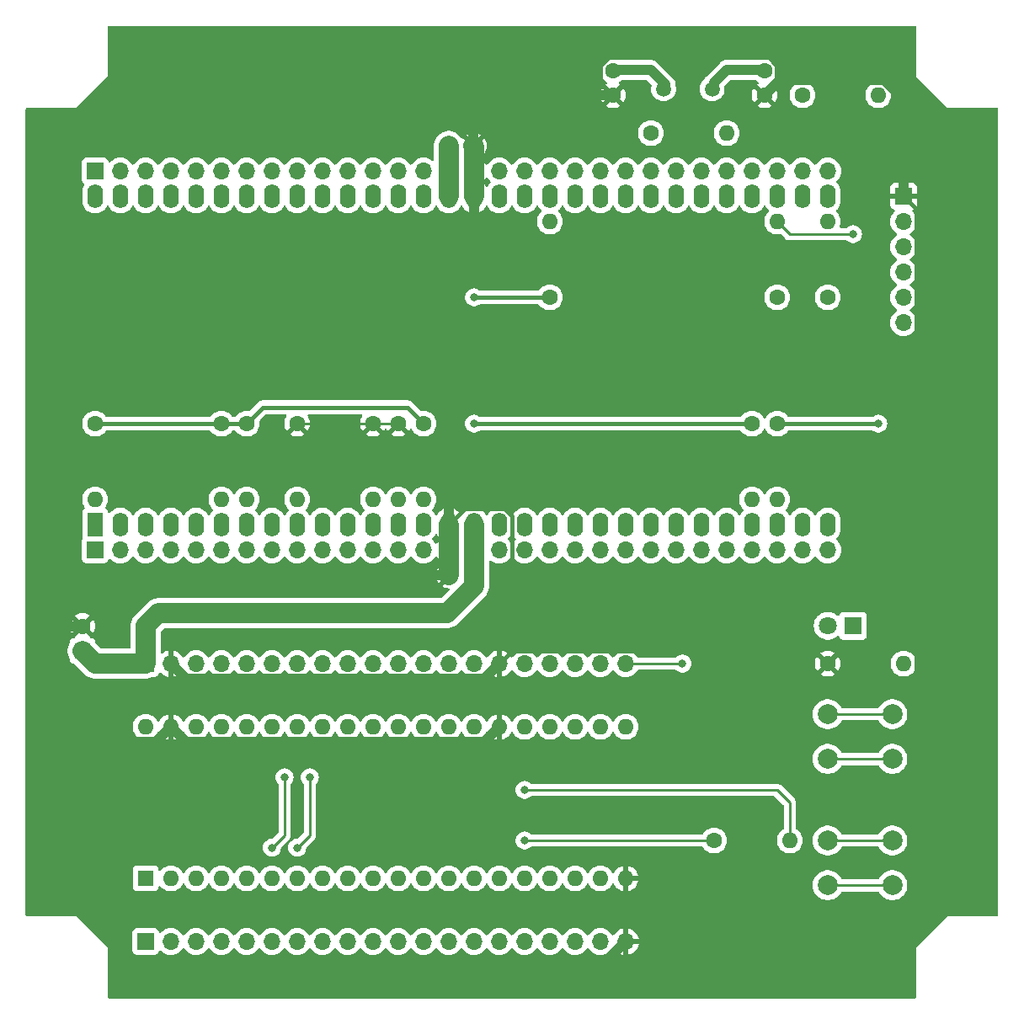
<source format=gbr>
%TF.GenerationSoftware,KiCad,Pcbnew,8.0.5*%
%TF.CreationDate,2025-09-05T11:18:18+09:00*%
%TF.ProjectId,TangNanoDCJ11MEM,54616e67-4e61-46e6-9f44-434a31314d45,rev?*%
%TF.SameCoordinates,Original*%
%TF.FileFunction,Copper,L1,Top*%
%TF.FilePolarity,Positive*%
%FSLAX46Y46*%
G04 Gerber Fmt 4.6, Leading zero omitted, Abs format (unit mm)*
G04 Created by KiCad (PCBNEW 8.0.5) date 2025-09-05 11:18:18*
%MOMM*%
%LPD*%
G01*
G04 APERTURE LIST*
%TA.AperFunction,ComponentPad*%
%ADD10C,1.600000*%
%TD*%
%TA.AperFunction,ComponentPad*%
%ADD11O,1.600000X1.600000*%
%TD*%
%TA.AperFunction,ComponentPad*%
%ADD12C,2.000000*%
%TD*%
%TA.AperFunction,ComponentPad*%
%ADD13R,1.700000X1.700000*%
%TD*%
%TA.AperFunction,ComponentPad*%
%ADD14O,1.700000X1.700000*%
%TD*%
%TA.AperFunction,ComponentPad*%
%ADD15C,1.500000*%
%TD*%
%TA.AperFunction,ComponentPad*%
%ADD16R,1.800000X1.800000*%
%TD*%
%TA.AperFunction,ComponentPad*%
%ADD17C,1.800000*%
%TD*%
%TA.AperFunction,ComponentPad*%
%ADD18R,1.600000X2.400000*%
%TD*%
%TA.AperFunction,ComponentPad*%
%ADD19O,1.600000X2.400000*%
%TD*%
%TA.AperFunction,ComponentPad*%
%ADD20R,1.600000X1.600000*%
%TD*%
%TA.AperFunction,ViaPad*%
%ADD21C,0.800000*%
%TD*%
%TA.AperFunction,Conductor*%
%ADD22C,0.250000*%
%TD*%
%TA.AperFunction,Conductor*%
%ADD23C,1.000000*%
%TD*%
%TA.AperFunction,Conductor*%
%ADD24C,0.400000*%
%TD*%
%TA.AperFunction,Conductor*%
%ADD25C,2.000000*%
%TD*%
G04 APERTURE END LIST*
D10*
%TO.P,R4,1*%
%TO.N,VCC*%
X20320000Y-40640000D03*
D11*
%TO.P,R4,2*%
%TO.N,PWRF_n*%
X20320000Y-48260000D03*
%TD*%
D12*
%TO.P,SW1,1,1*%
%TO.N,VCC*%
X81280000Y-69850000D03*
X87780000Y-69850000D03*
%TO.P,SW1,2,2*%
%TO.N,INIT_SW*%
X81280000Y-74350000D03*
X87780000Y-74350000D03*
%TD*%
D10*
%TO.P,R9,1*%
%TO.N,VCC*%
X40640000Y-40640000D03*
D11*
%TO.P,R9,2*%
%TO.N,PARITY_n*%
X40640000Y-48260000D03*
%TD*%
D10*
%TO.P,R5,1*%
%TO.N,VCC*%
X22860000Y-40640000D03*
D11*
%TO.P,R5,2*%
%TO.N,FPE_n*%
X22860000Y-48260000D03*
%TD*%
D13*
%TO.P,J4,1,Pin_1*%
%TO.N,TEST1_n*%
X7620000Y-53340000D03*
D14*
%TO.P,J4,2,Pin_2*%
%TO.N,AIO0*%
X10160000Y-53340000D03*
%TO.P,J4,3,Pin_3*%
%TO.N,AIO1*%
X12700000Y-53340000D03*
%TO.P,J4,4,Pin_4*%
%TO.N,AIO2*%
X15240000Y-53340000D03*
%TO.P,J4,5,Pin_5*%
%TO.N,AIO3*%
X17780000Y-53340000D03*
%TO.P,J4,6,Pin_6*%
%TO.N,PWRF_n*%
X20320000Y-53340000D03*
%TO.P,J4,7,Pin_7*%
%TO.N,FPE_n*%
X22860000Y-53340000D03*
%TO.P,J4,8,Pin_8*%
%TO.N,EVENT_n*%
X25400000Y-53340000D03*
%TO.P,J4,9,Pin_9*%
%TO.N,HALT*%
X27940000Y-53340000D03*
%TO.P,J4,10,Pin_10*%
%TO.N,IRQ0*%
X30480000Y-53340000D03*
%TO.P,J4,11,Pin_11*%
%TO.N,IRQ1*%
X33020000Y-53340000D03*
%TO.P,J4,12,Pin_12*%
%TO.N,IRQ2*%
X35560000Y-53340000D03*
%TO.P,J4,13,Pin_13*%
%TO.N,IRQ3*%
X38100000Y-53340000D03*
%TO.P,J4,14,Pin_14*%
%TO.N,PARITY_n*%
X40640000Y-53340000D03*
%TO.P,J4,15,Pin_15*%
%TO.N,GND*%
X43180000Y-53340000D03*
%TO.P,J4,16,Pin_16*%
%TO.N,VCC*%
X45720000Y-53340000D03*
%TO.P,J4,17,Pin_17*%
%TO.N,BS0*%
X48260000Y-53340000D03*
%TO.P,J4,18,Pin_18*%
%TO.N,BS1*%
X50800000Y-53340000D03*
%TO.P,J4,19,Pin_19*%
%TO.N,MAP_n*%
X53340000Y-53340000D03*
%TO.P,J4,20,Pin_20*%
%TO.N,ABORT_n*%
X55880000Y-53340000D03*
%TO.P,J4,21,Pin_21*%
%TO.N,DAL21*%
X58420000Y-53340000D03*
%TO.P,J4,22,Pin_22*%
%TO.N,DAL20*%
X60960000Y-53340000D03*
%TO.P,J4,23,Pin_23*%
%TO.N,DAL19*%
X63500000Y-53340000D03*
%TO.P,J4,24,Pin_24*%
%TO.N,DAL18*%
X66040000Y-53340000D03*
%TO.P,J4,25,Pin_25*%
%TO.N,DAL17*%
X68580000Y-53340000D03*
%TO.P,J4,26,Pin_26*%
%TO.N,DAL16*%
X71120000Y-53340000D03*
%TO.P,J4,27,Pin_27*%
%TO.N,DMR_n*%
X73660000Y-53340000D03*
%TO.P,J4,28,Pin_28*%
%TO.N,MISS_n*%
X76200000Y-53340000D03*
%TO.P,J4,29,Pin_29*%
%TO.N,PRDC_n*%
X78740000Y-53340000D03*
%TO.P,J4,30,Pin_30*%
%TO.N,unconnected-(J4-Pin_30-Pad30)*%
X81280000Y-53340000D03*
%TD*%
D10*
%TO.P,R11,1*%
%TO.N,VCC*%
X76200000Y-40640000D03*
D11*
%TO.P,R11,2*%
%TO.N,MISS_n*%
X76200000Y-48260000D03*
%TD*%
D10*
%TO.P,R16,1*%
%TO.N,GND*%
X81280000Y-64770000D03*
D11*
%TO.P,R16,2*%
%TO.N,Net-(D1-K)*%
X88900000Y-64770000D03*
%TD*%
D10*
%TO.P,R2,1*%
%TO.N,CLK2*%
X78740000Y-7620000D03*
D11*
%TO.P,R2,2*%
%TO.N,CLK2_D*%
X86360000Y-7620000D03*
%TD*%
D10*
%TO.P,R12,1*%
%TO.N,VCC*%
X53340000Y-27940000D03*
D11*
%TO.P,R12,2*%
%TO.N,DV*%
X53340000Y-20320000D03*
%TD*%
D13*
%TO.P,J6,1,Pin_1*%
%TO.N,GND*%
X88900000Y-17780000D03*
D14*
%TO.P,J6,2,Pin_2*%
%TO.N,unconnected-(J6-Pin_2-Pad2)*%
X88900000Y-20320000D03*
%TO.P,J6,3,Pin_3*%
%TO.N,unconnected-(J6-Pin_3-Pad3)*%
X88900000Y-22860000D03*
%TO.P,J6,4,Pin_4*%
%TO.N,unconnected-(J6-Pin_4-Pad4)*%
X88900000Y-25400000D03*
%TO.P,J6,5,Pin_5*%
%TO.N,GPIO_TX*%
X88900000Y-27940000D03*
%TO.P,J6,6,Pin_6*%
%TO.N,unconnected-(J6-Pin_6-Pad6)*%
X88900000Y-30480000D03*
%TD*%
D13*
%TO.P,J3,1,Pin_1*%
%TO.N,VCC*%
X12700000Y-64770000D03*
D14*
%TO.P,J3,2,Pin_2*%
%TO.N,GND*%
X15240000Y-64770000D03*
%TO.P,J3,3,Pin_3*%
%TO.N,DAL11*%
X17780000Y-64770000D03*
%TO.P,J3,4,Pin_4*%
%TO.N,DAL12*%
X20320000Y-64770000D03*
%TO.P,J3,5,Pin_5*%
%TO.N,DAL13*%
X22860000Y-64770000D03*
%TO.P,J3,6,Pin_6*%
%TO.N,DAL14*%
X25400000Y-64770000D03*
%TO.P,J3,7,Pin_7*%
%TO.N,DAL15*%
X27940000Y-64770000D03*
%TO.P,J3,8,Pin_8*%
%TO.N,DAL1*%
X30480000Y-64770000D03*
%TO.P,J3,9,Pin_9*%
%TO.N,DAL2*%
X33020000Y-64770000D03*
%TO.P,J3,10,Pin_10*%
%TO.N,DAL3*%
X35560000Y-64770000D03*
%TO.P,J3,11,Pin_11*%
%TO.N,DAL4*%
X38100000Y-64770000D03*
%TO.P,J3,12,Pin_12*%
%TO.N,DAL5*%
X40640000Y-64770000D03*
%TO.P,J3,13,Pin_13*%
%TO.N,BUFCTL_n*%
X43180000Y-64770000D03*
%TO.P,J3,14,Pin_14*%
%TO.N,LED_RGB*%
X45720000Y-64770000D03*
%TO.P,J3,15,Pin_15*%
%TO.N,GND*%
X48260000Y-64770000D03*
%TO.P,J3,16,Pin_16*%
%TO.N,3V3b*%
X50800000Y-64770000D03*
%TO.P,J3,17,Pin_17*%
%TO.N,ALE_n*%
X53340000Y-64770000D03*
%TO.P,J3,18,Pin_18*%
%TO.N,SCTL_n*%
X55880000Y-64770000D03*
%TO.P,J3,19,Pin_19*%
%TO.N,CLK2_D*%
X58420000Y-64770000D03*
%TO.P,J3,20,Pin_20*%
%TO.N,GPIO_TX*%
X60960000Y-64770000D03*
%TD*%
D10*
%TO.P,R7,1*%
%TO.N,GND*%
X35560000Y-40640000D03*
D11*
%TO.P,R7,2*%
%TO.N,IRQ2*%
X35560000Y-48260000D03*
%TD*%
D15*
%TO.P,Y1,1,1*%
%TO.N,XTALI*%
X69650000Y-6985000D03*
%TO.P,Y1,2,2*%
%TO.N,XTALO*%
X64770000Y-6985000D03*
%TD*%
D16*
%TO.P,D1,1,K*%
%TO.N,Net-(D1-K)*%
X83820000Y-60960000D03*
D17*
%TO.P,D1,2,A*%
%TO.N,VCC*%
X81280000Y-60960000D03*
%TD*%
D10*
%TO.P,C1,1*%
%TO.N,GND*%
X59690000Y-7620000D03*
%TO.P,C1,2*%
%TO.N,XTALO*%
X59690000Y-5120000D03*
%TD*%
%TO.P,C2,1*%
%TO.N,GND*%
X74930000Y-7620000D03*
%TO.P,C2,2*%
%TO.N,XTALI*%
X74930000Y-5120000D03*
%TD*%
%TO.P,C4,1*%
%TO.N,VCC*%
X45720000Y-55880000D03*
%TO.P,C4,2*%
%TO.N,GND*%
X43220000Y-55880000D03*
%TD*%
%TO.P,R3,1*%
%TO.N,VCC*%
X7620000Y-40640000D03*
D11*
%TO.P,R3,2*%
%TO.N,TEST1_n*%
X7620000Y-48260000D03*
%TD*%
D12*
%TO.P,SW2,1,1*%
%TO.N,VCC*%
X81280000Y-82550000D03*
X87780000Y-82550000D03*
%TO.P,SW2,2,2*%
%TO.N,HALT*%
X81280000Y-87050000D03*
X87780000Y-87050000D03*
%TD*%
D10*
%TO.P,R10,1*%
%TO.N,VCC*%
X73660000Y-40640000D03*
D11*
%TO.P,R10,2*%
%TO.N,DMR_n*%
X73660000Y-48260000D03*
%TD*%
D10*
%TO.P,R1,1*%
%TO.N,XTALO*%
X63500000Y-11430000D03*
D11*
%TO.P,R1,2*%
%TO.N,XTALI*%
X71120000Y-11430000D03*
%TD*%
D18*
%TO.P,U1,1,~{TEST1}*%
%TO.N,TEST1_n*%
X7620000Y-50800000D03*
D19*
%TO.P,U1,2,AIO0*%
%TO.N,AIO0*%
X10160000Y-50800000D03*
%TO.P,U1,3,AIO1*%
%TO.N,AIO1*%
X12700000Y-50800000D03*
%TO.P,U1,4,AIO2*%
%TO.N,AIO2*%
X15240000Y-50800000D03*
%TO.P,U1,5,AIO3*%
%TO.N,AIO3*%
X17780000Y-50800000D03*
%TO.P,U1,6,~{PWRF}*%
%TO.N,PWRF_n*%
X20320000Y-50800000D03*
%TO.P,U1,7,~{FPE}*%
%TO.N,FPE_n*%
X22860000Y-50800000D03*
%TO.P,U1,8,~{EVENT}*%
%TO.N,EVENT_n*%
X25400000Y-50800000D03*
%TO.P,U1,9,HALT*%
%TO.N,HALT*%
X27940000Y-50800000D03*
%TO.P,U1,10,IRQ0*%
%TO.N,IRQ0*%
X30480000Y-50800000D03*
%TO.P,U1,11,IRQ1*%
%TO.N,IRQ1*%
X33020000Y-50800000D03*
%TO.P,U1,12,IRQ2*%
%TO.N,IRQ2*%
X35560000Y-50800000D03*
%TO.P,U1,13,IRQ3*%
%TO.N,IRQ3*%
X38100000Y-50800000D03*
%TO.P,U1,14,~{PARITY}*%
%TO.N,PARITY_n*%
X40640000Y-50800000D03*
%TO.P,U1,15,GND*%
%TO.N,GND*%
X43180000Y-50800000D03*
%TO.P,U1,16,VCC*%
%TO.N,VCC*%
X45720000Y-50800000D03*
%TO.P,U1,17,BS0*%
%TO.N,BS0*%
X48260000Y-50800000D03*
%TO.P,U1,18,BS1*%
%TO.N,BS1*%
X50800000Y-50800000D03*
%TO.P,U1,19,~{MAP}*%
%TO.N,MAP_n*%
X53340000Y-50800000D03*
%TO.P,U1,20,~{ABORT}*%
%TO.N,ABORT_n*%
X55880000Y-50800000D03*
%TO.P,U1,21,DAL21*%
%TO.N,DAL21*%
X58420000Y-50800000D03*
%TO.P,U1,22,DAL20*%
%TO.N,DAL20*%
X60960000Y-50800000D03*
%TO.P,U1,23,DAL19*%
%TO.N,DAL19*%
X63500000Y-50800000D03*
%TO.P,U1,24,DAL18*%
%TO.N,DAL18*%
X66040000Y-50800000D03*
%TO.P,U1,25,DAL17*%
%TO.N,DAL17*%
X68580000Y-50800000D03*
%TO.P,U1,26,DAL16*%
%TO.N,DAL16*%
X71120000Y-50800000D03*
%TO.P,U1,27,~{DMR}*%
%TO.N,DMR_n*%
X73660000Y-50800000D03*
%TO.P,U1,28,~{MISS}*%
%TO.N,MISS_n*%
X76200000Y-50800000D03*
%TO.P,U1,29,~{PRDC}*%
%TO.N,PRDC_n*%
X78740000Y-50800000D03*
%TO.P,U1,30,NC*%
%TO.N,unconnected-(U1-NC-Pad30)*%
X81280000Y-50800000D03*
%TO.P,U1,31,~{TEST2}*%
%TO.N,TEST2_n*%
X81280000Y-17780000D03*
%TO.P,U1,32,CONT*%
%TO.N,CONT_n*%
X78740000Y-17780000D03*
%TO.P,U1,33,~{INIT}*%
%TO.N,INIT_n*%
X76200000Y-17780000D03*
%TO.P,U1,34,CLK2*%
%TO.N,CLK2*%
X73660000Y-17780000D03*
%TO.P,U1,35,CLK*%
%TO.N,CLK*%
X71120000Y-17780000D03*
%TO.P,U1,36,XTALI*%
%TO.N,XTALI*%
X68580000Y-17780000D03*
%TO.P,U1,37,XTALO*%
%TO.N,XTALO*%
X66040000Y-17780000D03*
%TO.P,U1,38,~{SCTL}*%
%TO.N,SCTL_n*%
X63500000Y-17780000D03*
%TO.P,U1,39,~{STRB}*%
%TO.N,STRB_n*%
X60960000Y-17780000D03*
%TO.P,U1,40,~{ALE}*%
%TO.N,ALE_n*%
X58420000Y-17780000D03*
%TO.P,U1,41,~{BUFCTL}*%
%TO.N,BUFCTL_n*%
X55880000Y-17780000D03*
%TO.P,U1,42,DV*%
%TO.N,DV*%
X53340000Y-17780000D03*
%TO.P,U1,43,DAL5*%
%TO.N,DAL5*%
X50800000Y-17780000D03*
%TO.P,U1,44,DAL4*%
%TO.N,DAL4*%
X48260000Y-17780000D03*
%TO.P,U1,45,GND*%
%TO.N,GND*%
X45720000Y-17780000D03*
%TO.P,U1,46,VCC*%
%TO.N,VCC*%
X43180000Y-17780000D03*
%TO.P,U1,47,DAL3*%
%TO.N,DAL3*%
X40640000Y-17780000D03*
%TO.P,U1,48,DAL2*%
%TO.N,DAL2*%
X38100000Y-17780000D03*
%TO.P,U1,49,DAL1*%
%TO.N,DAL1*%
X35560000Y-17780000D03*
%TO.P,U1,50,DAL15*%
%TO.N,DAL15*%
X33020000Y-17780000D03*
%TO.P,U1,51,DAL14*%
%TO.N,DAL14*%
X30480000Y-17780000D03*
%TO.P,U1,52,DAL13*%
%TO.N,DAL13*%
X27940000Y-17780000D03*
%TO.P,U1,53,DAL12*%
%TO.N,DAL12*%
X25400000Y-17780000D03*
%TO.P,U1,54,DAL11*%
%TO.N,DAL11*%
X22860000Y-17780000D03*
%TO.P,U1,55,DAL10*%
%TO.N,DAL10*%
X20320000Y-17780000D03*
%TO.P,U1,56,DAL9*%
%TO.N,DAL9*%
X17780000Y-17780000D03*
%TO.P,U1,57,DAL0*%
%TO.N,DAL0*%
X15240000Y-17780000D03*
%TO.P,U1,58,DAL8*%
%TO.N,DAL8*%
X12700000Y-17780000D03*
%TO.P,U1,59,DAL7*%
%TO.N,DAL7*%
X10160000Y-17780000D03*
%TO.P,U1,60,DAL6*%
%TO.N,DAL6*%
X7620000Y-17780000D03*
%TD*%
D10*
%TO.P,C3,1*%
%TO.N,VCC*%
X43180000Y-12700000D03*
%TO.P,C3,2*%
%TO.N,GND*%
X45680000Y-12700000D03*
%TD*%
%TO.P,R8,1*%
%TO.N,GND*%
X38100000Y-40640000D03*
D11*
%TO.P,R8,2*%
%TO.N,IRQ3*%
X38100000Y-48260000D03*
%TD*%
%TO.P,R15,2*%
%TO.N,HALT*%
X77470000Y-82550000D03*
D10*
%TO.P,R15,1*%
%TO.N,HALT_DBG*%
X69850000Y-82550000D03*
%TD*%
%TO.P,R6,1*%
%TO.N,GND*%
X27940000Y-40640000D03*
D11*
%TO.P,R6,2*%
%TO.N,HALT*%
X27940000Y-48260000D03*
%TD*%
%TO.P,J1,40,Pin_40*%
%TO.N,VCC*%
X12700000Y-71120000D03*
%TO.P,J1,39,Pin_39*%
%TO.N,GND*%
X15240000Y-71120000D03*
%TO.P,J1,38,Pin_38*%
%TO.N,DAL11*%
X17780000Y-71120000D03*
%TO.P,J1,37,Pin_37*%
%TO.N,DAL12*%
X20320000Y-71120000D03*
%TO.P,J1,36,Pin_36*%
%TO.N,DAL13*%
X22860000Y-71120000D03*
%TO.P,J1,35,Pin_35*%
%TO.N,DAL14*%
X25400000Y-71120000D03*
%TO.P,J1,34,Pin_34*%
%TO.N,DAL15*%
X27940000Y-71120000D03*
%TO.P,J1,33,Pin_33*%
%TO.N,DAL1*%
X30480000Y-71120000D03*
%TO.P,J1,32,Pin_32*%
%TO.N,DAL2*%
X33020000Y-71120000D03*
%TO.P,J1,31,Pin_31*%
%TO.N,DAL3*%
X35560000Y-71120000D03*
%TO.P,J1,30,Pin_30*%
%TO.N,DAL4*%
X38100000Y-71120000D03*
%TO.P,J1,29,Pin_29*%
%TO.N,DAL5*%
X40640000Y-71120000D03*
%TO.P,J1,28,Pin_28*%
%TO.N,BUFCTL_n*%
X43180000Y-71120000D03*
%TO.P,J1,27,Pin_27*%
%TO.N,LED_RGB*%
X45720000Y-71120000D03*
%TO.P,J1,26,Pin_26*%
%TO.N,GND*%
X48260000Y-71120000D03*
%TO.P,J1,25,Pin_25*%
%TO.N,3V3b*%
X50800000Y-71120000D03*
%TO.P,J1,24,Pin_24*%
%TO.N,ALE_n*%
X53340000Y-71120000D03*
%TO.P,J1,23,Pin_23*%
%TO.N,SCTL_n*%
X55880000Y-71120000D03*
%TO.P,J1,22,Pin_22*%
%TO.N,CLK2_D*%
X58420000Y-71120000D03*
%TO.P,J1,21,Pin_21*%
%TO.N,GPIO_TX*%
X60960000Y-71120000D03*
%TO.P,J1,20,Pin_20*%
%TO.N,GND*%
X60960000Y-86360000D03*
%TO.P,J1,19,Pin_19*%
%TO.N,3V3a*%
X58420000Y-86360000D03*
%TO.P,J1,18,Pin_18*%
%TO.N,CONT_n*%
X55880000Y-86360000D03*
%TO.P,J1,17,Pin_17*%
%TO.N,EVENT_n*%
X53340000Y-86360000D03*
%TO.P,J1,16,Pin_16*%
%TO.N,HALT_DBG*%
X50800000Y-86360000D03*
%TO.P,J1,15,Pin_15*%
%TO.N,ABORT_n*%
X48260000Y-86360000D03*
%TO.P,J1,14,Pin_14*%
%TO.N,AIO3*%
X45720000Y-86360000D03*
%TO.P,J1,13,Pin_13*%
%TO.N,AIO2*%
X43180000Y-86360000D03*
%TO.P,J1,12,Pin_12*%
%TO.N,AIO1*%
X40640000Y-86360000D03*
%TO.P,J1,11,Pin_11*%
%TO.N,INIT_n*%
X38100000Y-86360000D03*
%TO.P,J1,10,Pin_10*%
%TO.N,AIO0*%
X35560000Y-86360000D03*
%TO.P,J1,9,Pin_9*%
%TO.N,DAL10*%
X33020000Y-86360000D03*
%TO.P,J1,8,Pin_8*%
%TO.N,DAL9*%
X30480000Y-86360000D03*
%TO.P,J1,7,Pin_7*%
%TO.N,IRQ1*%
X27940000Y-86360000D03*
%TO.P,J1,6,Pin_6*%
%TO.N,IRQ0*%
X25400000Y-86360000D03*
%TO.P,J1,5,Pin_5*%
%TO.N,DAL0*%
X22860000Y-86360000D03*
%TO.P,J1,4,Pin_4*%
%TO.N,DAL8*%
X20320000Y-86360000D03*
%TO.P,J1,3,Pin_3*%
%TO.N,INIT_SW*%
X17780000Y-86360000D03*
%TO.P,J1,2,Pin_2*%
%TO.N,DAL7*%
X15240000Y-86360000D03*
D20*
%TO.P,J1,1,Pin_1*%
%TO.N,DAL6*%
X12700000Y-86360000D03*
%TD*%
D10*
%TO.P,R14,1*%
%TO.N,VCC*%
X81280000Y-27940000D03*
D11*
%TO.P,R14,2*%
%TO.N,TEST2_n*%
X81280000Y-20320000D03*
%TD*%
D13*
%TO.P,J2,1,Pin_1*%
%TO.N,DAL6*%
X12700000Y-92710000D03*
D14*
%TO.P,J2,2,Pin_2*%
%TO.N,DAL7*%
X15240000Y-92710000D03*
%TO.P,J2,3,Pin_3*%
%TO.N,INIT_SW*%
X17780000Y-92710000D03*
%TO.P,J2,4,Pin_4*%
%TO.N,DAL8*%
X20320000Y-92710000D03*
%TO.P,J2,5,Pin_5*%
%TO.N,DAL0*%
X22860000Y-92710000D03*
%TO.P,J2,6,Pin_6*%
%TO.N,IRQ0*%
X25400000Y-92710000D03*
%TO.P,J2,7,Pin_7*%
%TO.N,IRQ1*%
X27940000Y-92710000D03*
%TO.P,J2,8,Pin_8*%
%TO.N,DAL9*%
X30480000Y-92710000D03*
%TO.P,J2,9,Pin_9*%
%TO.N,DAL10*%
X33020000Y-92710000D03*
%TO.P,J2,10,Pin_10*%
%TO.N,AIO0*%
X35560000Y-92710000D03*
%TO.P,J2,11,Pin_11*%
%TO.N,INIT_n*%
X38100000Y-92710000D03*
%TO.P,J2,12,Pin_12*%
%TO.N,AIO1*%
X40640000Y-92710000D03*
%TO.P,J2,13,Pin_13*%
%TO.N,AIO2*%
X43180000Y-92710000D03*
%TO.P,J2,14,Pin_14*%
%TO.N,AIO3*%
X45720000Y-92710000D03*
%TO.P,J2,15,Pin_15*%
%TO.N,ABORT_n*%
X48260000Y-92710000D03*
%TO.P,J2,16,Pin_16*%
%TO.N,HALT_DBG*%
X50800000Y-92710000D03*
%TO.P,J2,17,Pin_17*%
%TO.N,EVENT_n*%
X53340000Y-92710000D03*
%TO.P,J2,18,Pin_18*%
%TO.N,CONT_n*%
X55880000Y-92710000D03*
%TO.P,J2,19,Pin_19*%
%TO.N,3V3a*%
X58420000Y-92710000D03*
%TO.P,J2,20,Pin_20*%
%TO.N,GND*%
X60960000Y-92710000D03*
%TD*%
D20*
%TO.P,C5,1*%
%TO.N,VCC*%
X6350000Y-63500000D03*
D10*
%TO.P,C5,2*%
%TO.N,GND*%
X6350000Y-61000000D03*
%TD*%
%TO.P,R13,1*%
%TO.N,VCC*%
X76200000Y-27940000D03*
D11*
%TO.P,R13,2*%
%TO.N,INIT_n*%
X76200000Y-20320000D03*
%TD*%
D13*
%TO.P,J5,1,Pin_1*%
%TO.N,DAL6*%
X7620000Y-15240000D03*
D14*
%TO.P,J5,2,Pin_2*%
%TO.N,DAL7*%
X10160000Y-15240000D03*
%TO.P,J5,3,Pin_3*%
%TO.N,DAL8*%
X12700000Y-15240000D03*
%TO.P,J5,4,Pin_4*%
%TO.N,DAL0*%
X15240000Y-15240000D03*
%TO.P,J5,5,Pin_5*%
%TO.N,DAL9*%
X17780000Y-15240000D03*
%TO.P,J5,6,Pin_6*%
%TO.N,DAL10*%
X20320000Y-15240000D03*
%TO.P,J5,7,Pin_7*%
%TO.N,DAL11*%
X22860000Y-15240000D03*
%TO.P,J5,8,Pin_8*%
%TO.N,DAL12*%
X25400000Y-15240000D03*
%TO.P,J5,9,Pin_9*%
%TO.N,DAL13*%
X27940000Y-15240000D03*
%TO.P,J5,10,Pin_10*%
%TO.N,DAL14*%
X30480000Y-15240000D03*
%TO.P,J5,11,Pin_11*%
%TO.N,DAL15*%
X33020000Y-15240000D03*
%TO.P,J5,12,Pin_12*%
%TO.N,DAL1*%
X35560000Y-15240000D03*
%TO.P,J5,13,Pin_13*%
%TO.N,DAL2*%
X38100000Y-15240000D03*
%TO.P,J5,14,Pin_14*%
%TO.N,DAL3*%
X40640000Y-15240000D03*
%TO.P,J5,15,Pin_15*%
%TO.N,VCC*%
X43180000Y-15240000D03*
%TO.P,J5,16,Pin_16*%
%TO.N,GND*%
X45720000Y-15240000D03*
%TO.P,J5,17,Pin_17*%
%TO.N,DAL4*%
X48260000Y-15240000D03*
%TO.P,J5,18,Pin_18*%
%TO.N,DAL5*%
X50800000Y-15240000D03*
%TO.P,J5,19,Pin_19*%
%TO.N,DV*%
X53340000Y-15240000D03*
%TO.P,J5,20,Pin_20*%
%TO.N,BUFCTL_n*%
X55880000Y-15240000D03*
%TO.P,J5,21,Pin_21*%
%TO.N,ALE_n*%
X58420000Y-15240000D03*
%TO.P,J5,22,Pin_22*%
%TO.N,STRB_n*%
X60960000Y-15240000D03*
%TO.P,J5,23,Pin_23*%
%TO.N,SCTL_n*%
X63500000Y-15240000D03*
%TO.P,J5,24,Pin_24*%
%TO.N,XTALO*%
X66040000Y-15240000D03*
%TO.P,J5,25,Pin_25*%
%TO.N,XTALI*%
X68580000Y-15240000D03*
%TO.P,J5,26,Pin_26*%
%TO.N,CLK*%
X71120000Y-15240000D03*
%TO.P,J5,27,Pin_27*%
%TO.N,CLK2*%
X73660000Y-15240000D03*
%TO.P,J5,28,Pin_28*%
%TO.N,INIT_n*%
X76200000Y-15240000D03*
%TO.P,J5,29,Pin_29*%
%TO.N,CONT_n*%
X78740000Y-15240000D03*
%TO.P,J5,30,Pin_30*%
%TO.N,TEST2_n*%
X81280000Y-15240000D03*
%TD*%
D21*
%TO.N,HALT_DBG*%
X50800000Y-82550000D03*
%TO.N,VCC*%
X45720000Y-40640000D03*
X86360000Y-40640000D03*
X45720000Y-27940000D03*
%TO.N,IRQ1*%
X29210000Y-76200000D03*
X27940000Y-83275000D03*
%TO.N,IRQ0*%
X25400000Y-83275000D03*
X26670000Y-76200000D03*
%TO.N,INIT_n*%
X83820000Y-21590000D03*
%TO.N,GPIO_TX*%
X66675000Y-64770000D03*
%TO.N,HALT*%
X50800000Y-77470000D03*
%TD*%
D22*
%TO.N,HALT*%
X77470000Y-78740000D02*
X76200000Y-77470000D01*
X77470000Y-82550000D02*
X77470000Y-78740000D01*
X76200000Y-77470000D02*
X50800000Y-77470000D01*
%TO.N,HALT_DBG*%
X50800000Y-82550000D02*
X69850000Y-82550000D01*
%TO.N,HALT*%
X81280000Y-87050000D02*
X87780000Y-87050000D01*
%TO.N,VCC*%
X81280000Y-82550000D02*
X87780000Y-82550000D01*
D23*
%TO.N,GND*%
X45680000Y-5218630D02*
X44906370Y-4445000D01*
X44906370Y-4445000D02*
X12827000Y-4445000D01*
X2032000Y-60960000D02*
X2032000Y-55372000D01*
X43180000Y-43180000D02*
X43180000Y-23368000D01*
D24*
X76130000Y-6420000D02*
X76130000Y-4622943D01*
D23*
X48260000Y-71120000D02*
X46760000Y-72620000D01*
X45680000Y-12700000D02*
X45680000Y-6350000D01*
D24*
X49510000Y-49952944D02*
X48757056Y-49200000D01*
D22*
X38100000Y-40640000D02*
X35560000Y-40640000D01*
D24*
X60960000Y-92710000D02*
X86639899Y-92710000D01*
D23*
X43180000Y-23368000D02*
X45720000Y-20828000D01*
X46710000Y-66320000D02*
X16790000Y-66320000D01*
X5178630Y-60960000D02*
X2032000Y-60960000D01*
X88900000Y-8038679D02*
X88900000Y-17780000D01*
D24*
X90170000Y-89179899D02*
X90170000Y-19050000D01*
D25*
X43180000Y-55840000D02*
X43220000Y-55880000D01*
D24*
X74930000Y-7620000D02*
X76130000Y-6420000D01*
X44780000Y-49200000D02*
X43180000Y-50800000D01*
D23*
X57658000Y-96012000D02*
X60960000Y-92710000D01*
X12827000Y-4445000D02*
X2032000Y-15240000D01*
X2032000Y-55372000D02*
X2032000Y-43180000D01*
D22*
X40640000Y-43180000D02*
X43180000Y-43180000D01*
D24*
X76130000Y-4622943D02*
X75317057Y-3810000D01*
D22*
X38100000Y-40640000D02*
X40640000Y-43180000D01*
D23*
X48260000Y-64770000D02*
X46710000Y-66320000D01*
D24*
X90170000Y-19050000D02*
X88900000Y-17780000D01*
X58420000Y-4692943D02*
X58420000Y-6350000D01*
D23*
X2032000Y-43180000D02*
X2032000Y-15240000D01*
D24*
X81280000Y-64770000D02*
X80030000Y-63520000D01*
D23*
X46950000Y-7620000D02*
X59690000Y-7620000D01*
X10160000Y-96012000D02*
X57658000Y-96012000D01*
X16790000Y-66320000D02*
X15240000Y-64770000D01*
X10160000Y-88900000D02*
X10160000Y-96012000D01*
X4548000Y-72620000D02*
X2032000Y-70104000D01*
X13740000Y-72620000D02*
X4548000Y-72620000D01*
D25*
X45720000Y-17780000D02*
X45720000Y-12740000D01*
D24*
X80030000Y-63520000D02*
X49510000Y-63520000D01*
D22*
X35560000Y-40640000D02*
X27940000Y-40640000D01*
D24*
X49510000Y-63520000D02*
X48260000Y-64770000D01*
D23*
X45720000Y-20828000D02*
X45720000Y-17780000D01*
X46760000Y-72620000D02*
X16740000Y-72620000D01*
X43220000Y-55880000D02*
X2540000Y-55880000D01*
X4548000Y-72620000D02*
X4548000Y-83288000D01*
D22*
X25400000Y-43180000D02*
X2032000Y-43180000D01*
D25*
X43180000Y-50800000D02*
X43180000Y-55840000D01*
D24*
X48757056Y-49200000D02*
X44780000Y-49200000D01*
D23*
X45680000Y-6350000D02*
X46950000Y-7620000D01*
X43180000Y-50800000D02*
X43180000Y-43180000D01*
D24*
X86639899Y-92710000D02*
X90170000Y-89179899D01*
X59302943Y-3810000D02*
X58420000Y-4692943D01*
D23*
X15240000Y-71120000D02*
X13740000Y-72620000D01*
D24*
X58420000Y-6350000D02*
X59690000Y-7620000D01*
D23*
X4548000Y-83288000D02*
X10160000Y-88900000D01*
X86981321Y-6120000D02*
X88900000Y-8038679D01*
X5218630Y-61000000D02*
X5178630Y-60960000D01*
D22*
X27940000Y-40640000D02*
X25400000Y-43180000D01*
D23*
X45680000Y-6350000D02*
X45680000Y-5218630D01*
D25*
X45720000Y-12740000D02*
X45680000Y-12700000D01*
D23*
X74930000Y-7620000D02*
X76430000Y-6120000D01*
X76430000Y-6120000D02*
X86981321Y-6120000D01*
X16740000Y-72620000D02*
X15240000Y-71120000D01*
D24*
X75317057Y-3810000D02*
X59302943Y-3810000D01*
D23*
X6350000Y-61000000D02*
X5218630Y-61000000D01*
D24*
X49510000Y-63520000D02*
X49510000Y-49952944D01*
D23*
X2540000Y-55880000D02*
X2032000Y-55372000D01*
X2032000Y-70104000D02*
X2032000Y-60960000D01*
D25*
%TO.N,VCC*%
X43180000Y-12700000D02*
X43180000Y-17780000D01*
X7620000Y-64770000D02*
X6350000Y-63500000D01*
D24*
X22860000Y-40640000D02*
X20320000Y-40640000D01*
X24500000Y-39000000D02*
X22860000Y-40640000D01*
X40640000Y-40640000D02*
X39000000Y-39000000D01*
D25*
X12700000Y-64770000D02*
X7620000Y-64770000D01*
D24*
X39000000Y-39000000D02*
X24500000Y-39000000D01*
D25*
X12700000Y-60960000D02*
X13970000Y-59690000D01*
X45720000Y-55880000D02*
X45720000Y-50800000D01*
X12700000Y-64770000D02*
X12700000Y-60960000D01*
D24*
X86360000Y-40640000D02*
X76200000Y-40640000D01*
X20320000Y-40640000D02*
X7620000Y-40640000D01*
X53340000Y-27940000D02*
X45720000Y-27940000D01*
D25*
X13970000Y-59690000D02*
X43041370Y-59690000D01*
X45720000Y-57011370D02*
X45720000Y-55880000D01*
D22*
X81280000Y-69850000D02*
X87780000Y-69850000D01*
D24*
X73660000Y-40640000D02*
X45720000Y-40640000D01*
D25*
X43041370Y-59690000D02*
X45720000Y-57011370D01*
D23*
%TO.N,XTALO*%
X64970000Y-6550000D02*
X63500000Y-5080000D01*
X63500000Y-5080000D02*
X59730000Y-5080000D01*
%TO.N,XTALI*%
X71120000Y-5080000D02*
X74890000Y-5080000D01*
X69850000Y-6350000D02*
X71120000Y-5080000D01*
D22*
%TO.N,IRQ1*%
X29210000Y-82005000D02*
X27940000Y-83275000D01*
X29210000Y-82005000D02*
X29210000Y-76200000D01*
%TO.N,IRQ0*%
X26670000Y-82005000D02*
X26670000Y-76200000D01*
X26670000Y-82005000D02*
X25400000Y-83275000D01*
%TO.N,INIT_n*%
X77470000Y-21590000D02*
X76200000Y-20320000D01*
X83820000Y-21590000D02*
X77470000Y-21590000D01*
%TO.N,INIT_SW*%
X87780000Y-74350000D02*
X81280000Y-74350000D01*
%TO.N,GPIO_TX*%
X60960000Y-64770000D02*
X66675000Y-64770000D01*
%TD*%
%TA.AperFunction,Conductor*%
%TO.N,GND*%
G36*
X44158349Y-54391488D02*
G01*
X44206162Y-54442435D01*
X44219500Y-54498380D01*
X44219500Y-54754648D01*
X44199815Y-54821687D01*
X44147011Y-54867442D01*
X44077853Y-54877386D01*
X44024377Y-54856223D01*
X43872487Y-54749868D01*
X43872479Y-54749864D01*
X43852698Y-54740640D01*
X43800258Y-54694468D01*
X43781106Y-54627275D01*
X43801322Y-54560393D01*
X43852699Y-54515875D01*
X43857580Y-54513598D01*
X43857585Y-54513596D01*
X44024376Y-54396806D01*
X44090582Y-54374478D01*
X44158349Y-54391488D01*
G37*
%TD.AperFunction*%
%TA.AperFunction,Conductor*%
G36*
X43430000Y-52906988D02*
G01*
X43372993Y-52874075D01*
X43245826Y-52840000D01*
X43114174Y-52840000D01*
X42987007Y-52874075D01*
X42930000Y-52906988D01*
X42930000Y-51115686D01*
X42934394Y-51120080D01*
X43025606Y-51172741D01*
X43127339Y-51200000D01*
X43232661Y-51200000D01*
X43334394Y-51172741D01*
X43425606Y-51120080D01*
X43430000Y-51115686D01*
X43430000Y-52906988D01*
G37*
%TD.AperFunction*%
%TA.AperFunction,Conductor*%
G36*
X41981725Y-51743316D02*
G01*
X42020765Y-51788370D01*
X42068140Y-51881349D01*
X42188417Y-52046894D01*
X42188417Y-52046895D01*
X42288486Y-52146964D01*
X42321971Y-52208287D01*
X42316987Y-52277979D01*
X42288486Y-52322326D01*
X42141891Y-52468920D01*
X42141890Y-52468922D01*
X42011880Y-52654595D01*
X41957303Y-52698219D01*
X41887804Y-52705412D01*
X41825450Y-52673890D01*
X41808730Y-52654594D01*
X41678496Y-52468600D01*
X41619955Y-52410059D01*
X41532219Y-52322323D01*
X41498736Y-52261002D01*
X41503720Y-52191311D01*
X41532217Y-52146967D01*
X41631966Y-52047219D01*
X41632202Y-52046895D01*
X41752284Y-51881614D01*
X41752285Y-51881613D01*
X41752287Y-51881610D01*
X41799795Y-51788369D01*
X41847770Y-51737574D01*
X41915591Y-51720779D01*
X41981725Y-51743316D01*
G37*
%TD.AperFunction*%
%TA.AperFunction,Conductor*%
G36*
X49601445Y-51743865D02*
G01*
X49640485Y-51788919D01*
X49687715Y-51881614D01*
X49808028Y-52047213D01*
X49907778Y-52146963D01*
X49941263Y-52208286D01*
X49936279Y-52277978D01*
X49907778Y-52322325D01*
X49761505Y-52468597D01*
X49631575Y-52654158D01*
X49576998Y-52697783D01*
X49507500Y-52704977D01*
X49445145Y-52673454D01*
X49428425Y-52654158D01*
X49298496Y-52468600D01*
X49239955Y-52410059D01*
X49152219Y-52322323D01*
X49118736Y-52261002D01*
X49123720Y-52191311D01*
X49152217Y-52146967D01*
X49251966Y-52047219D01*
X49252202Y-52046895D01*
X49372284Y-51881614D01*
X49372285Y-51881613D01*
X49372287Y-51881610D01*
X49419516Y-51788917D01*
X49467489Y-51738123D01*
X49535310Y-51721328D01*
X49601445Y-51743865D01*
G37*
%TD.AperFunction*%
%TA.AperFunction,Conductor*%
G36*
X45970000Y-17464314D02*
G01*
X45965606Y-17459920D01*
X45874394Y-17407259D01*
X45772661Y-17380000D01*
X45667339Y-17380000D01*
X45565606Y-17407259D01*
X45474394Y-17459920D01*
X45470000Y-17464314D01*
X45470000Y-15673012D01*
X45527007Y-15705925D01*
X45654174Y-15740000D01*
X45785826Y-15740000D01*
X45912993Y-15705925D01*
X45970000Y-15673012D01*
X45970000Y-17464314D01*
G37*
%TD.AperFunction*%
%TA.AperFunction,Conductor*%
G36*
X47074549Y-15906110D02*
G01*
X47091269Y-15925405D01*
X47221505Y-16111401D01*
X47221506Y-16111402D01*
X47367778Y-16257674D01*
X47401263Y-16318997D01*
X47396279Y-16388689D01*
X47367779Y-16433036D01*
X47268027Y-16532788D01*
X47147713Y-16698388D01*
X47100203Y-16791630D01*
X47052228Y-16842426D01*
X46984407Y-16859220D01*
X46918272Y-16836682D01*
X46879234Y-16791628D01*
X46831861Y-16698652D01*
X46711582Y-16533105D01*
X46711582Y-16533104D01*
X46611514Y-16433036D01*
X46578029Y-16371713D01*
X46583013Y-16302021D01*
X46611514Y-16257674D01*
X46758105Y-16111082D01*
X46888119Y-15925405D01*
X46942696Y-15881781D01*
X47012195Y-15874588D01*
X47074549Y-15906110D01*
G37*
%TD.AperFunction*%
%TA.AperFunction,Conductor*%
G36*
X44875624Y-13723776D02*
G01*
X45027518Y-13830134D01*
X45027519Y-13830135D01*
X45047299Y-13839358D01*
X45099740Y-13885529D01*
X45118893Y-13952722D01*
X45098679Y-14019604D01*
X45047313Y-14064118D01*
X45042426Y-14066397D01*
X45042420Y-14066400D01*
X44875623Y-14183193D01*
X44809417Y-14205520D01*
X44741650Y-14188510D01*
X44693837Y-14137562D01*
X44680500Y-14081618D01*
X44680500Y-13825351D01*
X44700185Y-13758312D01*
X44752989Y-13712557D01*
X44822147Y-13702613D01*
X44875624Y-13723776D01*
G37*
%TD.AperFunction*%
%TA.AperFunction,Conductor*%
G36*
X90113039Y-654685D02*
G01*
X90158794Y-707489D01*
X90170000Y-759000D01*
X90170000Y-5715000D01*
X93345000Y-8890000D01*
X98301000Y-8890000D01*
X98368039Y-8909685D01*
X98413794Y-8962489D01*
X98425000Y-9014000D01*
X98425000Y-90046000D01*
X98405315Y-90113039D01*
X98352511Y-90158794D01*
X98301000Y-90170000D01*
X93344999Y-90170000D01*
X90170000Y-93344999D01*
X90170000Y-98301000D01*
X90150315Y-98368039D01*
X90097511Y-98413794D01*
X90046000Y-98425000D01*
X9014000Y-98425000D01*
X8946961Y-98405315D01*
X8901206Y-98352511D01*
X8890000Y-98301000D01*
X8890000Y-93345000D01*
X7357135Y-91812135D01*
X11349500Y-91812135D01*
X11349500Y-93607870D01*
X11349501Y-93607876D01*
X11355908Y-93667483D01*
X11406202Y-93802328D01*
X11406206Y-93802335D01*
X11492452Y-93917544D01*
X11492455Y-93917547D01*
X11607664Y-94003793D01*
X11607671Y-94003797D01*
X11742517Y-94054091D01*
X11742516Y-94054091D01*
X11749444Y-94054835D01*
X11802127Y-94060500D01*
X13597872Y-94060499D01*
X13657483Y-94054091D01*
X13792331Y-94003796D01*
X13907546Y-93917546D01*
X13993796Y-93802331D01*
X14042810Y-93670916D01*
X14084681Y-93614984D01*
X14150145Y-93590566D01*
X14218418Y-93605417D01*
X14246673Y-93626569D01*
X14368599Y-93748495D01*
X14465384Y-93816265D01*
X14562165Y-93884032D01*
X14562167Y-93884033D01*
X14562170Y-93884035D01*
X14776337Y-93983903D01*
X15004592Y-94045063D01*
X15181034Y-94060500D01*
X15239999Y-94065659D01*
X15240000Y-94065659D01*
X15240001Y-94065659D01*
X15298966Y-94060500D01*
X15475408Y-94045063D01*
X15703663Y-93983903D01*
X15917830Y-93884035D01*
X16111401Y-93748495D01*
X16278495Y-93581401D01*
X16408425Y-93395842D01*
X16463002Y-93352217D01*
X16532500Y-93345023D01*
X16594855Y-93376546D01*
X16611575Y-93395842D01*
X16741281Y-93581082D01*
X16741505Y-93581401D01*
X16908599Y-93748495D01*
X17005384Y-93816265D01*
X17102165Y-93884032D01*
X17102167Y-93884033D01*
X17102170Y-93884035D01*
X17316337Y-93983903D01*
X17544592Y-94045063D01*
X17721034Y-94060500D01*
X17779999Y-94065659D01*
X17780000Y-94065659D01*
X17780001Y-94065659D01*
X17838966Y-94060500D01*
X18015408Y-94045063D01*
X18243663Y-93983903D01*
X18457830Y-93884035D01*
X18651401Y-93748495D01*
X18818495Y-93581401D01*
X18948425Y-93395842D01*
X19003002Y-93352217D01*
X19072500Y-93345023D01*
X19134855Y-93376546D01*
X19151575Y-93395842D01*
X19281281Y-93581082D01*
X19281505Y-93581401D01*
X19448599Y-93748495D01*
X19545384Y-93816265D01*
X19642165Y-93884032D01*
X19642167Y-93884033D01*
X19642170Y-93884035D01*
X19856337Y-93983903D01*
X20084592Y-94045063D01*
X20261034Y-94060500D01*
X20319999Y-94065659D01*
X20320000Y-94065659D01*
X20320001Y-94065659D01*
X20378966Y-94060500D01*
X20555408Y-94045063D01*
X20783663Y-93983903D01*
X20997830Y-93884035D01*
X21191401Y-93748495D01*
X21358495Y-93581401D01*
X21488425Y-93395842D01*
X21543002Y-93352217D01*
X21612500Y-93345023D01*
X21674855Y-93376546D01*
X21691575Y-93395842D01*
X21821281Y-93581082D01*
X21821505Y-93581401D01*
X21988599Y-93748495D01*
X22085384Y-93816265D01*
X22182165Y-93884032D01*
X22182167Y-93884033D01*
X22182170Y-93884035D01*
X22396337Y-93983903D01*
X22624592Y-94045063D01*
X22801034Y-94060500D01*
X22859999Y-94065659D01*
X22860000Y-94065659D01*
X22860001Y-94065659D01*
X22918966Y-94060500D01*
X23095408Y-94045063D01*
X23323663Y-93983903D01*
X23537830Y-93884035D01*
X23731401Y-93748495D01*
X23898495Y-93581401D01*
X24028425Y-93395842D01*
X24083002Y-93352217D01*
X24152500Y-93345023D01*
X24214855Y-93376546D01*
X24231575Y-93395842D01*
X24361281Y-93581082D01*
X24361505Y-93581401D01*
X24528599Y-93748495D01*
X24625384Y-93816265D01*
X24722165Y-93884032D01*
X24722167Y-93884033D01*
X24722170Y-93884035D01*
X24936337Y-93983903D01*
X25164592Y-94045063D01*
X25341034Y-94060500D01*
X25399999Y-94065659D01*
X25400000Y-94065659D01*
X25400001Y-94065659D01*
X25458966Y-94060500D01*
X25635408Y-94045063D01*
X25863663Y-93983903D01*
X26077830Y-93884035D01*
X26271401Y-93748495D01*
X26438495Y-93581401D01*
X26568425Y-93395842D01*
X26623002Y-93352217D01*
X26692500Y-93345023D01*
X26754855Y-93376546D01*
X26771575Y-93395842D01*
X26901281Y-93581082D01*
X26901505Y-93581401D01*
X27068599Y-93748495D01*
X27165384Y-93816265D01*
X27262165Y-93884032D01*
X27262167Y-93884033D01*
X27262170Y-93884035D01*
X27476337Y-93983903D01*
X27704592Y-94045063D01*
X27881034Y-94060500D01*
X27939999Y-94065659D01*
X27940000Y-94065659D01*
X27940001Y-94065659D01*
X27998966Y-94060500D01*
X28175408Y-94045063D01*
X28403663Y-93983903D01*
X28617830Y-93884035D01*
X28811401Y-93748495D01*
X28978495Y-93581401D01*
X29108425Y-93395842D01*
X29163002Y-93352217D01*
X29232500Y-93345023D01*
X29294855Y-93376546D01*
X29311575Y-93395842D01*
X29441281Y-93581082D01*
X29441505Y-93581401D01*
X29608599Y-93748495D01*
X29705384Y-93816265D01*
X29802165Y-93884032D01*
X29802167Y-93884033D01*
X29802170Y-93884035D01*
X30016337Y-93983903D01*
X30244592Y-94045063D01*
X30421034Y-94060500D01*
X30479999Y-94065659D01*
X30480000Y-94065659D01*
X30480001Y-94065659D01*
X30538966Y-94060500D01*
X30715408Y-94045063D01*
X30943663Y-93983903D01*
X31157830Y-93884035D01*
X31351401Y-93748495D01*
X31518495Y-93581401D01*
X31648425Y-93395842D01*
X31703002Y-93352217D01*
X31772500Y-93345023D01*
X31834855Y-93376546D01*
X31851575Y-93395842D01*
X31981281Y-93581082D01*
X31981505Y-93581401D01*
X32148599Y-93748495D01*
X32245384Y-93816265D01*
X32342165Y-93884032D01*
X32342167Y-93884033D01*
X32342170Y-93884035D01*
X32556337Y-93983903D01*
X32784592Y-94045063D01*
X32961034Y-94060500D01*
X33019999Y-94065659D01*
X33020000Y-94065659D01*
X33020001Y-94065659D01*
X33078966Y-94060500D01*
X33255408Y-94045063D01*
X33483663Y-93983903D01*
X33697830Y-93884035D01*
X33891401Y-93748495D01*
X34058495Y-93581401D01*
X34188425Y-93395842D01*
X34243002Y-93352217D01*
X34312500Y-93345023D01*
X34374855Y-93376546D01*
X34391575Y-93395842D01*
X34521281Y-93581082D01*
X34521505Y-93581401D01*
X34688599Y-93748495D01*
X34785384Y-93816265D01*
X34882165Y-93884032D01*
X34882167Y-93884033D01*
X34882170Y-93884035D01*
X35096337Y-93983903D01*
X35324592Y-94045063D01*
X35501034Y-94060500D01*
X35559999Y-94065659D01*
X35560000Y-94065659D01*
X35560001Y-94065659D01*
X35618966Y-94060500D01*
X35795408Y-94045063D01*
X36023663Y-93983903D01*
X36237830Y-93884035D01*
X36431401Y-93748495D01*
X36598495Y-93581401D01*
X36728425Y-93395842D01*
X36783002Y-93352217D01*
X36852500Y-93345023D01*
X36914855Y-93376546D01*
X36931575Y-93395842D01*
X37061281Y-93581082D01*
X37061505Y-93581401D01*
X37228599Y-93748495D01*
X37325384Y-93816265D01*
X37422165Y-93884032D01*
X37422167Y-93884033D01*
X37422170Y-93884035D01*
X37636337Y-93983903D01*
X37864592Y-94045063D01*
X38041034Y-94060500D01*
X38099999Y-94065659D01*
X38100000Y-94065659D01*
X38100001Y-94065659D01*
X38158966Y-94060500D01*
X38335408Y-94045063D01*
X38563663Y-93983903D01*
X38777830Y-93884035D01*
X38971401Y-93748495D01*
X39138495Y-93581401D01*
X39268425Y-93395842D01*
X39323002Y-93352217D01*
X39392500Y-93345023D01*
X39454855Y-93376546D01*
X39471575Y-93395842D01*
X39601281Y-93581082D01*
X39601505Y-93581401D01*
X39768599Y-93748495D01*
X39865384Y-93816265D01*
X39962165Y-93884032D01*
X39962167Y-93884033D01*
X39962170Y-93884035D01*
X40176337Y-93983903D01*
X40404592Y-94045063D01*
X40581034Y-94060500D01*
X40639999Y-94065659D01*
X40640000Y-94065659D01*
X40640001Y-94065659D01*
X40698966Y-94060500D01*
X40875408Y-94045063D01*
X41103663Y-93983903D01*
X41317830Y-93884035D01*
X41511401Y-93748495D01*
X41678495Y-93581401D01*
X41808425Y-93395842D01*
X41863002Y-93352217D01*
X41932500Y-93345023D01*
X41994855Y-93376546D01*
X42011575Y-93395842D01*
X42141281Y-93581082D01*
X42141505Y-93581401D01*
X42308599Y-93748495D01*
X42405384Y-93816265D01*
X42502165Y-93884032D01*
X42502167Y-93884033D01*
X42502170Y-93884035D01*
X42716337Y-93983903D01*
X42944592Y-94045063D01*
X43121034Y-94060500D01*
X43179999Y-94065659D01*
X43180000Y-94065659D01*
X43180001Y-94065659D01*
X43238966Y-94060500D01*
X43415408Y-94045063D01*
X43643663Y-93983903D01*
X43857830Y-93884035D01*
X44051401Y-93748495D01*
X44218495Y-93581401D01*
X44348425Y-93395842D01*
X44403002Y-93352217D01*
X44472500Y-93345023D01*
X44534855Y-93376546D01*
X44551575Y-93395842D01*
X44681281Y-93581082D01*
X44681505Y-93581401D01*
X44848599Y-93748495D01*
X44945384Y-93816265D01*
X45042165Y-93884032D01*
X45042167Y-93884033D01*
X45042170Y-93884035D01*
X45256337Y-93983903D01*
X45484592Y-94045063D01*
X45661034Y-94060500D01*
X45719999Y-94065659D01*
X45720000Y-94065659D01*
X45720001Y-94065659D01*
X45778966Y-94060500D01*
X45955408Y-94045063D01*
X46183663Y-93983903D01*
X46397830Y-93884035D01*
X46591401Y-93748495D01*
X46758495Y-93581401D01*
X46888425Y-93395842D01*
X46943002Y-93352217D01*
X47012500Y-93345023D01*
X47074855Y-93376546D01*
X47091575Y-93395842D01*
X47221281Y-93581082D01*
X47221505Y-93581401D01*
X47388599Y-93748495D01*
X47485384Y-93816265D01*
X47582165Y-93884032D01*
X47582167Y-93884033D01*
X47582170Y-93884035D01*
X47796337Y-93983903D01*
X48024592Y-94045063D01*
X48201034Y-94060500D01*
X48259999Y-94065659D01*
X48260000Y-94065659D01*
X48260001Y-94065659D01*
X48318966Y-94060500D01*
X48495408Y-94045063D01*
X48723663Y-93983903D01*
X48937830Y-93884035D01*
X49131401Y-93748495D01*
X49298495Y-93581401D01*
X49428425Y-93395842D01*
X49483002Y-93352217D01*
X49552500Y-93345023D01*
X49614855Y-93376546D01*
X49631575Y-93395842D01*
X49761281Y-93581082D01*
X49761505Y-93581401D01*
X49928599Y-93748495D01*
X50025384Y-93816265D01*
X50122165Y-93884032D01*
X50122167Y-93884033D01*
X50122170Y-93884035D01*
X50336337Y-93983903D01*
X50564592Y-94045063D01*
X50741034Y-94060500D01*
X50799999Y-94065659D01*
X50800000Y-94065659D01*
X50800001Y-94065659D01*
X50858966Y-94060500D01*
X51035408Y-94045063D01*
X51263663Y-93983903D01*
X51477830Y-93884035D01*
X51671401Y-93748495D01*
X51838495Y-93581401D01*
X51968425Y-93395842D01*
X52023002Y-93352217D01*
X52092500Y-93345023D01*
X52154855Y-93376546D01*
X52171575Y-93395842D01*
X52301281Y-93581082D01*
X52301505Y-93581401D01*
X52468599Y-93748495D01*
X52565384Y-93816265D01*
X52662165Y-93884032D01*
X52662167Y-93884033D01*
X52662170Y-93884035D01*
X52876337Y-93983903D01*
X53104592Y-94045063D01*
X53281034Y-94060500D01*
X53339999Y-94065659D01*
X53340000Y-94065659D01*
X53340001Y-94065659D01*
X53398966Y-94060500D01*
X53575408Y-94045063D01*
X53803663Y-93983903D01*
X54017830Y-93884035D01*
X54211401Y-93748495D01*
X54378495Y-93581401D01*
X54508425Y-93395842D01*
X54563002Y-93352217D01*
X54632500Y-93345023D01*
X54694855Y-93376546D01*
X54711575Y-93395842D01*
X54841281Y-93581082D01*
X54841505Y-93581401D01*
X55008599Y-93748495D01*
X55105384Y-93816265D01*
X55202165Y-93884032D01*
X55202167Y-93884033D01*
X55202170Y-93884035D01*
X55416337Y-93983903D01*
X55644592Y-94045063D01*
X55821034Y-94060500D01*
X55879999Y-94065659D01*
X55880000Y-94065659D01*
X55880001Y-94065659D01*
X55938966Y-94060500D01*
X56115408Y-94045063D01*
X56343663Y-93983903D01*
X56557830Y-93884035D01*
X56751401Y-93748495D01*
X56918495Y-93581401D01*
X57048425Y-93395842D01*
X57103002Y-93352217D01*
X57172500Y-93345023D01*
X57234855Y-93376546D01*
X57251575Y-93395842D01*
X57381281Y-93581082D01*
X57381505Y-93581401D01*
X57548599Y-93748495D01*
X57645384Y-93816265D01*
X57742165Y-93884032D01*
X57742167Y-93884033D01*
X57742170Y-93884035D01*
X57956337Y-93983903D01*
X58184592Y-94045063D01*
X58361034Y-94060500D01*
X58419999Y-94065659D01*
X58420000Y-94065659D01*
X58420001Y-94065659D01*
X58478966Y-94060500D01*
X58655408Y-94045063D01*
X58883663Y-93983903D01*
X59097830Y-93884035D01*
X59291401Y-93748495D01*
X59458495Y-93581401D01*
X59588730Y-93395405D01*
X59643307Y-93351781D01*
X59712805Y-93344587D01*
X59775160Y-93376110D01*
X59791879Y-93395405D01*
X59921890Y-93581078D01*
X60088917Y-93748105D01*
X60282421Y-93883600D01*
X60496507Y-93983429D01*
X60496516Y-93983433D01*
X60710000Y-94040634D01*
X60710000Y-93143012D01*
X60767007Y-93175925D01*
X60894174Y-93210000D01*
X61025826Y-93210000D01*
X61152993Y-93175925D01*
X61210000Y-93143012D01*
X61210000Y-94040634D01*
X61423483Y-93983433D01*
X61423492Y-93983429D01*
X61637578Y-93883600D01*
X61831082Y-93748105D01*
X61998105Y-93581082D01*
X62133600Y-93387578D01*
X62233429Y-93173492D01*
X62233432Y-93173486D01*
X62290636Y-92960000D01*
X61393012Y-92960000D01*
X61425925Y-92902993D01*
X61460000Y-92775826D01*
X61460000Y-92644174D01*
X61425925Y-92517007D01*
X61393012Y-92460000D01*
X62290636Y-92460000D01*
X62290635Y-92459999D01*
X62233432Y-92246513D01*
X62233429Y-92246507D01*
X62133600Y-92032422D01*
X62133599Y-92032420D01*
X61998113Y-91838926D01*
X61998108Y-91838920D01*
X61831082Y-91671894D01*
X61637578Y-91536399D01*
X61423492Y-91436570D01*
X61423486Y-91436567D01*
X61210000Y-91379364D01*
X61210000Y-92276988D01*
X61152993Y-92244075D01*
X61025826Y-92210000D01*
X60894174Y-92210000D01*
X60767007Y-92244075D01*
X60710000Y-92276988D01*
X60710000Y-91379364D01*
X60709999Y-91379364D01*
X60496513Y-91436567D01*
X60496507Y-91436570D01*
X60282422Y-91536399D01*
X60282420Y-91536400D01*
X60088926Y-91671886D01*
X60088920Y-91671891D01*
X59921891Y-91838920D01*
X59921890Y-91838922D01*
X59791880Y-92024595D01*
X59737303Y-92068219D01*
X59667804Y-92075412D01*
X59605450Y-92043890D01*
X59588730Y-92024594D01*
X59458494Y-91838597D01*
X59291402Y-91671506D01*
X59291395Y-91671501D01*
X59097834Y-91535967D01*
X59097830Y-91535965D01*
X59097828Y-91535964D01*
X58883663Y-91436097D01*
X58883659Y-91436096D01*
X58883655Y-91436094D01*
X58655413Y-91374938D01*
X58655403Y-91374936D01*
X58420001Y-91354341D01*
X58419999Y-91354341D01*
X58184596Y-91374936D01*
X58184586Y-91374938D01*
X57956344Y-91436094D01*
X57956335Y-91436098D01*
X57742171Y-91535964D01*
X57742169Y-91535965D01*
X57548597Y-91671505D01*
X57381505Y-91838597D01*
X57251575Y-92024158D01*
X57196998Y-92067783D01*
X57127500Y-92074977D01*
X57065145Y-92043454D01*
X57048425Y-92024158D01*
X56918494Y-91838597D01*
X56751402Y-91671506D01*
X56751395Y-91671501D01*
X56557834Y-91535967D01*
X56557830Y-91535965D01*
X56557828Y-91535964D01*
X56343663Y-91436097D01*
X56343659Y-91436096D01*
X56343655Y-91436094D01*
X56115413Y-91374938D01*
X56115403Y-91374936D01*
X55880001Y-91354341D01*
X55879999Y-91354341D01*
X55644596Y-91374936D01*
X55644586Y-91374938D01*
X55416344Y-91436094D01*
X55416335Y-91436098D01*
X55202171Y-91535964D01*
X55202169Y-91535965D01*
X55008597Y-91671505D01*
X54841505Y-91838597D01*
X54711575Y-92024158D01*
X54656998Y-92067783D01*
X54587500Y-92074977D01*
X54525145Y-92043454D01*
X54508425Y-92024158D01*
X54378494Y-91838597D01*
X54211402Y-91671506D01*
X54211395Y-91671501D01*
X54017834Y-91535967D01*
X54017830Y-91535965D01*
X54017828Y-91535964D01*
X53803663Y-91436097D01*
X53803659Y-91436096D01*
X53803655Y-91436094D01*
X53575413Y-91374938D01*
X53575403Y-91374936D01*
X53340001Y-91354341D01*
X53339999Y-91354341D01*
X53104596Y-91374936D01*
X53104586Y-91374938D01*
X52876344Y-91436094D01*
X52876335Y-91436098D01*
X52662171Y-91535964D01*
X52662169Y-91535965D01*
X52468597Y-91671505D01*
X52301505Y-91838597D01*
X52171575Y-92024158D01*
X52116998Y-92067783D01*
X52047500Y-92074977D01*
X51985145Y-92043454D01*
X51968425Y-92024158D01*
X51838494Y-91838597D01*
X51671402Y-91671506D01*
X51671395Y-91671501D01*
X51477834Y-91535967D01*
X51477830Y-91535965D01*
X51477828Y-91535964D01*
X51263663Y-91436097D01*
X51263659Y-91436096D01*
X51263655Y-91436094D01*
X51035413Y-91374938D01*
X51035403Y-91374936D01*
X50800001Y-91354341D01*
X50799999Y-91354341D01*
X50564596Y-91374936D01*
X50564586Y-91374938D01*
X50336344Y-91436094D01*
X50336335Y-91436098D01*
X50122171Y-91535964D01*
X50122169Y-91535965D01*
X49928597Y-91671505D01*
X49761505Y-91838597D01*
X49631575Y-92024158D01*
X49576998Y-92067783D01*
X49507500Y-92074977D01*
X49445145Y-92043454D01*
X49428425Y-92024158D01*
X49298494Y-91838597D01*
X49131402Y-91671506D01*
X49131395Y-91671501D01*
X48937834Y-91535967D01*
X48937830Y-91535965D01*
X48937828Y-91535964D01*
X48723663Y-91436097D01*
X48723659Y-91436096D01*
X48723655Y-91436094D01*
X48495413Y-91374938D01*
X48495403Y-91374936D01*
X48260001Y-91354341D01*
X48259999Y-91354341D01*
X48024596Y-91374936D01*
X48024586Y-91374938D01*
X47796344Y-91436094D01*
X47796335Y-91436098D01*
X47582171Y-91535964D01*
X47582169Y-91535965D01*
X47388597Y-91671505D01*
X47221505Y-91838597D01*
X47091575Y-92024158D01*
X47036998Y-92067783D01*
X46967500Y-92074977D01*
X46905145Y-92043454D01*
X46888425Y-92024158D01*
X46758494Y-91838597D01*
X46591402Y-91671506D01*
X46591395Y-91671501D01*
X46397834Y-91535967D01*
X46397830Y-91535965D01*
X46397828Y-91535964D01*
X46183663Y-91436097D01*
X46183659Y-91436096D01*
X46183655Y-91436094D01*
X45955413Y-91374938D01*
X45955403Y-91374936D01*
X45720001Y-91354341D01*
X45719999Y-91354341D01*
X45484596Y-91374936D01*
X45484586Y-91374938D01*
X45256344Y-91436094D01*
X45256335Y-91436098D01*
X45042171Y-91535964D01*
X45042169Y-91535965D01*
X44848597Y-91671505D01*
X44681505Y-91838597D01*
X44551575Y-92024158D01*
X44496998Y-92067783D01*
X44427500Y-92074977D01*
X44365145Y-92043454D01*
X44348425Y-92024158D01*
X44218494Y-91838597D01*
X44051402Y-91671506D01*
X44051395Y-91671501D01*
X43857834Y-91535967D01*
X43857830Y-91535965D01*
X43857828Y-91535964D01*
X43643663Y-91436097D01*
X43643659Y-91436096D01*
X43643655Y-91436094D01*
X43415413Y-91374938D01*
X43415403Y-91374936D01*
X43180001Y-91354341D01*
X43179999Y-91354341D01*
X42944596Y-91374936D01*
X42944586Y-91374938D01*
X42716344Y-91436094D01*
X42716335Y-91436098D01*
X42502171Y-91535964D01*
X42502169Y-91535965D01*
X42308597Y-91671505D01*
X42141505Y-91838597D01*
X42011575Y-92024158D01*
X41956998Y-92067783D01*
X41887500Y-92074977D01*
X41825145Y-92043454D01*
X41808425Y-92024158D01*
X41678494Y-91838597D01*
X41511402Y-91671506D01*
X41511395Y-91671501D01*
X41317834Y-91535967D01*
X41317830Y-91535965D01*
X41317828Y-91535964D01*
X41103663Y-91436097D01*
X41103659Y-91436096D01*
X41103655Y-91436094D01*
X40875413Y-91374938D01*
X40875403Y-91374936D01*
X40640001Y-91354341D01*
X40639999Y-91354341D01*
X40404596Y-91374936D01*
X40404586Y-91374938D01*
X40176344Y-91436094D01*
X40176335Y-91436098D01*
X39962171Y-91535964D01*
X39962169Y-91535965D01*
X39768597Y-91671505D01*
X39601505Y-91838597D01*
X39471575Y-92024158D01*
X39416998Y-92067783D01*
X39347500Y-92074977D01*
X39285145Y-92043454D01*
X39268425Y-92024158D01*
X39138494Y-91838597D01*
X38971402Y-91671506D01*
X38971395Y-91671501D01*
X38777834Y-91535967D01*
X38777830Y-91535965D01*
X38777828Y-91535964D01*
X38563663Y-91436097D01*
X38563659Y-91436096D01*
X38563655Y-91436094D01*
X38335413Y-91374938D01*
X38335403Y-91374936D01*
X38100001Y-91354341D01*
X38099999Y-91354341D01*
X37864596Y-91374936D01*
X37864586Y-91374938D01*
X37636344Y-91436094D01*
X37636335Y-91436098D01*
X37422171Y-91535964D01*
X37422169Y-91535965D01*
X37228597Y-91671505D01*
X37061505Y-91838597D01*
X36931575Y-92024158D01*
X36876998Y-92067783D01*
X36807500Y-92074977D01*
X36745145Y-92043454D01*
X36728425Y-92024158D01*
X36598494Y-91838597D01*
X36431402Y-91671506D01*
X36431395Y-91671501D01*
X36237834Y-91535967D01*
X36237830Y-91535965D01*
X36237828Y-91535964D01*
X36023663Y-91436097D01*
X36023659Y-91436096D01*
X36023655Y-91436094D01*
X35795413Y-91374938D01*
X35795403Y-91374936D01*
X35560001Y-91354341D01*
X35559999Y-91354341D01*
X35324596Y-91374936D01*
X35324586Y-91374938D01*
X35096344Y-91436094D01*
X35096335Y-91436098D01*
X34882171Y-91535964D01*
X34882169Y-91535965D01*
X34688597Y-91671505D01*
X34521505Y-91838597D01*
X34391575Y-92024158D01*
X34336998Y-92067783D01*
X34267500Y-92074977D01*
X34205145Y-92043454D01*
X34188425Y-92024158D01*
X34058494Y-91838597D01*
X33891402Y-91671506D01*
X33891395Y-91671501D01*
X33697834Y-91535967D01*
X33697830Y-91535965D01*
X33697828Y-91535964D01*
X33483663Y-91436097D01*
X33483659Y-91436096D01*
X33483655Y-91436094D01*
X33255413Y-91374938D01*
X33255403Y-91374936D01*
X33020001Y-91354341D01*
X33019999Y-91354341D01*
X32784596Y-91374936D01*
X32784586Y-91374938D01*
X32556344Y-91436094D01*
X32556335Y-91436098D01*
X32342171Y-91535964D01*
X32342169Y-91535965D01*
X32148597Y-91671505D01*
X31981505Y-91838597D01*
X31851575Y-92024158D01*
X31796998Y-92067783D01*
X31727500Y-92074977D01*
X31665145Y-92043454D01*
X31648425Y-92024158D01*
X31518494Y-91838597D01*
X31351402Y-91671506D01*
X31351395Y-91671501D01*
X31157834Y-91535967D01*
X31157830Y-91535965D01*
X31157828Y-91535964D01*
X30943663Y-91436097D01*
X30943659Y-91436096D01*
X30943655Y-91436094D01*
X30715413Y-91374938D01*
X30715403Y-91374936D01*
X30480001Y-91354341D01*
X30479999Y-91354341D01*
X30244596Y-91374936D01*
X30244586Y-91374938D01*
X30016344Y-91436094D01*
X30016335Y-91436098D01*
X29802171Y-91535964D01*
X29802169Y-91535965D01*
X29608597Y-91671505D01*
X29441505Y-91838597D01*
X29311575Y-92024158D01*
X29256998Y-92067783D01*
X29187500Y-92074977D01*
X29125145Y-92043454D01*
X29108425Y-92024158D01*
X28978494Y-91838597D01*
X28811402Y-91671506D01*
X28811395Y-91671501D01*
X28617834Y-91535967D01*
X28617830Y-91535965D01*
X28617828Y-91535964D01*
X28403663Y-91436097D01*
X28403659Y-91436096D01*
X28403655Y-91436094D01*
X28175413Y-91374938D01*
X28175403Y-91374936D01*
X27940001Y-91354341D01*
X27939999Y-91354341D01*
X27704596Y-91374936D01*
X27704586Y-91374938D01*
X27476344Y-91436094D01*
X27476335Y-91436098D01*
X27262171Y-91535964D01*
X27262169Y-91535965D01*
X27068597Y-91671505D01*
X26901505Y-91838597D01*
X26771575Y-92024158D01*
X26716998Y-92067783D01*
X26647500Y-92074977D01*
X26585145Y-92043454D01*
X26568425Y-92024158D01*
X26438494Y-91838597D01*
X26271402Y-91671506D01*
X26271395Y-91671501D01*
X26077834Y-91535967D01*
X26077830Y-91535965D01*
X26077828Y-91535964D01*
X25863663Y-91436097D01*
X25863659Y-91436096D01*
X25863655Y-91436094D01*
X25635413Y-91374938D01*
X25635403Y-91374936D01*
X25400001Y-91354341D01*
X25399999Y-91354341D01*
X25164596Y-91374936D01*
X25164586Y-91374938D01*
X24936344Y-91436094D01*
X24936335Y-91436098D01*
X24722171Y-91535964D01*
X24722169Y-91535965D01*
X24528597Y-91671505D01*
X24361505Y-91838597D01*
X24231575Y-92024158D01*
X24176998Y-92067783D01*
X24107500Y-92074977D01*
X24045145Y-92043454D01*
X24028425Y-92024158D01*
X23898494Y-91838597D01*
X23731402Y-91671506D01*
X23731395Y-91671501D01*
X23537834Y-91535967D01*
X23537830Y-91535965D01*
X23537828Y-91535964D01*
X23323663Y-91436097D01*
X23323659Y-91436096D01*
X23323655Y-91436094D01*
X23095413Y-91374938D01*
X23095403Y-91374936D01*
X22860001Y-91354341D01*
X22859999Y-91354341D01*
X22624596Y-91374936D01*
X22624586Y-91374938D01*
X22396344Y-91436094D01*
X22396335Y-91436098D01*
X22182171Y-91535964D01*
X22182169Y-91535965D01*
X21988597Y-91671505D01*
X21821505Y-91838597D01*
X21691575Y-92024158D01*
X21636998Y-92067783D01*
X21567500Y-92074977D01*
X21505145Y-92043454D01*
X21488425Y-92024158D01*
X21358494Y-91838597D01*
X21191402Y-91671506D01*
X21191395Y-91671501D01*
X20997834Y-91535967D01*
X20997830Y-91535965D01*
X20997828Y-91535964D01*
X20783663Y-91436097D01*
X20783659Y-91436096D01*
X20783655Y-91436094D01*
X20555413Y-91374938D01*
X20555403Y-91374936D01*
X20320001Y-91354341D01*
X20319999Y-91354341D01*
X20084596Y-91374936D01*
X20084586Y-91374938D01*
X19856344Y-91436094D01*
X19856335Y-91436098D01*
X19642171Y-91535964D01*
X19642169Y-91535965D01*
X19448597Y-91671505D01*
X19281505Y-91838597D01*
X19151575Y-92024158D01*
X19096998Y-92067783D01*
X19027500Y-92074977D01*
X18965145Y-92043454D01*
X18948425Y-92024158D01*
X18818494Y-91838597D01*
X18651402Y-91671506D01*
X18651395Y-91671501D01*
X18457834Y-91535967D01*
X18457830Y-91535965D01*
X18457828Y-91535964D01*
X18243663Y-91436097D01*
X18243659Y-91436096D01*
X18243655Y-91436094D01*
X18015413Y-91374938D01*
X18015403Y-91374936D01*
X17780001Y-91354341D01*
X17779999Y-91354341D01*
X17544596Y-91374936D01*
X17544586Y-91374938D01*
X17316344Y-91436094D01*
X17316335Y-91436098D01*
X17102171Y-91535964D01*
X17102169Y-91535965D01*
X16908597Y-91671505D01*
X16741505Y-91838597D01*
X16611575Y-92024158D01*
X16556998Y-92067783D01*
X16487500Y-92074977D01*
X16425145Y-92043454D01*
X16408425Y-92024158D01*
X16278494Y-91838597D01*
X16111402Y-91671506D01*
X16111395Y-91671501D01*
X15917834Y-91535967D01*
X15917830Y-91535965D01*
X15917828Y-91535964D01*
X15703663Y-91436097D01*
X15703659Y-91436096D01*
X15703655Y-91436094D01*
X15475413Y-91374938D01*
X15475403Y-91374936D01*
X15240001Y-91354341D01*
X15239999Y-91354341D01*
X15004596Y-91374936D01*
X15004586Y-91374938D01*
X14776344Y-91436094D01*
X14776335Y-91436098D01*
X14562171Y-91535964D01*
X14562169Y-91535965D01*
X14368600Y-91671503D01*
X14246673Y-91793430D01*
X14185350Y-91826914D01*
X14115658Y-91821930D01*
X14059725Y-91780058D01*
X14042810Y-91749081D01*
X13993797Y-91617671D01*
X13993793Y-91617664D01*
X13907547Y-91502455D01*
X13907544Y-91502452D01*
X13792335Y-91416206D01*
X13792328Y-91416202D01*
X13657482Y-91365908D01*
X13657483Y-91365908D01*
X13597883Y-91359501D01*
X13597881Y-91359500D01*
X13597873Y-91359500D01*
X13597864Y-91359500D01*
X11802129Y-91359500D01*
X11802123Y-91359501D01*
X11742516Y-91365908D01*
X11607671Y-91416202D01*
X11607664Y-91416206D01*
X11492455Y-91502452D01*
X11492452Y-91502455D01*
X11406206Y-91617664D01*
X11406202Y-91617671D01*
X11355908Y-91752517D01*
X11349501Y-91812116D01*
X11349500Y-91812135D01*
X7357135Y-91812135D01*
X5715000Y-90170000D01*
X759000Y-90170000D01*
X691961Y-90150315D01*
X646206Y-90097511D01*
X635000Y-90046000D01*
X635000Y-85512135D01*
X11399500Y-85512135D01*
X11399500Y-87207870D01*
X11399501Y-87207876D01*
X11405908Y-87267483D01*
X11456202Y-87402328D01*
X11456206Y-87402335D01*
X11542452Y-87517544D01*
X11542455Y-87517547D01*
X11657664Y-87603793D01*
X11657671Y-87603797D01*
X11792517Y-87654091D01*
X11792516Y-87654091D01*
X11799444Y-87654835D01*
X11852127Y-87660500D01*
X13547872Y-87660499D01*
X13607483Y-87654091D01*
X13742331Y-87603796D01*
X13857546Y-87517546D01*
X13943796Y-87402331D01*
X13994091Y-87267483D01*
X13997862Y-87232401D01*
X14024599Y-87167855D01*
X14081990Y-87128006D01*
X14151816Y-87125511D01*
X14211905Y-87161163D01*
X14222726Y-87174536D01*
X14239956Y-87199143D01*
X14400858Y-87360045D01*
X14400861Y-87360047D01*
X14587266Y-87490568D01*
X14793504Y-87586739D01*
X15013308Y-87645635D01*
X15175230Y-87659801D01*
X15239998Y-87665468D01*
X15240000Y-87665468D01*
X15240002Y-87665468D01*
X15296807Y-87660498D01*
X15466692Y-87645635D01*
X15686496Y-87586739D01*
X15892734Y-87490568D01*
X16079139Y-87360047D01*
X16240047Y-87199139D01*
X16370568Y-87012734D01*
X16397618Y-86954724D01*
X16443790Y-86902285D01*
X16510983Y-86883133D01*
X16577865Y-86903348D01*
X16622382Y-86954725D01*
X16649429Y-87012728D01*
X16649432Y-87012734D01*
X16779954Y-87199141D01*
X16940858Y-87360045D01*
X16940861Y-87360047D01*
X17127266Y-87490568D01*
X17333504Y-87586739D01*
X17553308Y-87645635D01*
X17715230Y-87659801D01*
X17779998Y-87665468D01*
X17780000Y-87665468D01*
X17780002Y-87665468D01*
X17836807Y-87660498D01*
X18006692Y-87645635D01*
X18226496Y-87586739D01*
X18432734Y-87490568D01*
X18619139Y-87360047D01*
X18780047Y-87199139D01*
X18910568Y-87012734D01*
X18937618Y-86954724D01*
X18983790Y-86902285D01*
X19050983Y-86883133D01*
X19117865Y-86903348D01*
X19162382Y-86954725D01*
X19189429Y-87012728D01*
X19189432Y-87012734D01*
X19319954Y-87199141D01*
X19480858Y-87360045D01*
X19480861Y-87360047D01*
X19667266Y-87490568D01*
X19873504Y-87586739D01*
X20093308Y-87645635D01*
X20255230Y-87659801D01*
X20319998Y-87665468D01*
X20320000Y-87665468D01*
X20320002Y-87665468D01*
X20376807Y-87660498D01*
X20546692Y-87645635D01*
X20766496Y-87586739D01*
X20972734Y-87490568D01*
X21159139Y-87360047D01*
X21320047Y-87199139D01*
X21450568Y-87012734D01*
X21477618Y-86954724D01*
X21523790Y-86902285D01*
X21590983Y-86883133D01*
X21657865Y-86903348D01*
X21702382Y-86954725D01*
X21729429Y-87012728D01*
X21729432Y-87012734D01*
X21859954Y-87199141D01*
X22020858Y-87360045D01*
X22020861Y-87360047D01*
X22207266Y-87490568D01*
X22413504Y-87586739D01*
X22633308Y-87645635D01*
X22795230Y-87659801D01*
X22859998Y-87665468D01*
X22860000Y-87665468D01*
X22860002Y-87665468D01*
X22916807Y-87660498D01*
X23086692Y-87645635D01*
X23306496Y-87586739D01*
X23512734Y-87490568D01*
X23699139Y-87360047D01*
X23860047Y-87199139D01*
X23990568Y-87012734D01*
X24017618Y-86954724D01*
X24063790Y-86902285D01*
X24130983Y-86883133D01*
X24197865Y-86903348D01*
X24242382Y-86954725D01*
X24269429Y-87012728D01*
X24269432Y-87012734D01*
X24399954Y-87199141D01*
X24560858Y-87360045D01*
X24560861Y-87360047D01*
X24747266Y-87490568D01*
X24953504Y-87586739D01*
X25173308Y-87645635D01*
X25335230Y-87659801D01*
X25399998Y-87665468D01*
X25400000Y-87665468D01*
X25400002Y-87665468D01*
X25456807Y-87660498D01*
X25626692Y-87645635D01*
X25846496Y-87586739D01*
X26052734Y-87490568D01*
X26239139Y-87360047D01*
X26400047Y-87199139D01*
X26530568Y-87012734D01*
X26557618Y-86954724D01*
X26603790Y-86902285D01*
X26670983Y-86883133D01*
X26737865Y-86903348D01*
X26782382Y-86954725D01*
X26809429Y-87012728D01*
X26809432Y-87012734D01*
X26939954Y-87199141D01*
X27100858Y-87360045D01*
X27100861Y-87360047D01*
X27287266Y-87490568D01*
X27493504Y-87586739D01*
X27713308Y-87645635D01*
X27875230Y-87659801D01*
X27939998Y-87665468D01*
X27940000Y-87665468D01*
X27940002Y-87665468D01*
X27996807Y-87660498D01*
X28166692Y-87645635D01*
X28386496Y-87586739D01*
X28592734Y-87490568D01*
X28779139Y-87360047D01*
X28940047Y-87199139D01*
X29070568Y-87012734D01*
X29097618Y-86954724D01*
X29143790Y-86902285D01*
X29210983Y-86883133D01*
X29277865Y-86903348D01*
X29322382Y-86954725D01*
X29349429Y-87012728D01*
X29349432Y-87012734D01*
X29479954Y-87199141D01*
X29640858Y-87360045D01*
X29640861Y-87360047D01*
X29827266Y-87490568D01*
X30033504Y-87586739D01*
X30253308Y-87645635D01*
X30415230Y-87659801D01*
X30479998Y-87665468D01*
X30480000Y-87665468D01*
X30480002Y-87665468D01*
X30536807Y-87660498D01*
X30706692Y-87645635D01*
X30926496Y-87586739D01*
X31132734Y-87490568D01*
X31319139Y-87360047D01*
X31480047Y-87199139D01*
X31610568Y-87012734D01*
X31637618Y-86954724D01*
X31683790Y-86902285D01*
X31750983Y-86883133D01*
X31817865Y-86903348D01*
X31862382Y-86954725D01*
X31889429Y-87012728D01*
X31889432Y-87012734D01*
X32019954Y-87199141D01*
X32180858Y-87360045D01*
X32180861Y-87360047D01*
X32367266Y-87490568D01*
X32573504Y-87586739D01*
X32793308Y-87645635D01*
X32955230Y-87659801D01*
X33019998Y-87665468D01*
X33020000Y-87665468D01*
X33020002Y-87665468D01*
X33076807Y-87660498D01*
X33246692Y-87645635D01*
X33466496Y-87586739D01*
X33672734Y-87490568D01*
X33859139Y-87360047D01*
X34020047Y-87199139D01*
X34150568Y-87012734D01*
X34177618Y-86954724D01*
X34223790Y-86902285D01*
X34290983Y-86883133D01*
X34357865Y-86903348D01*
X34402382Y-86954725D01*
X34429429Y-87012728D01*
X34429432Y-87012734D01*
X34559954Y-87199141D01*
X34720858Y-87360045D01*
X34720861Y-87360047D01*
X34907266Y-87490568D01*
X35113504Y-87586739D01*
X35333308Y-87645635D01*
X35495230Y-87659801D01*
X35559998Y-87665468D01*
X35560000Y-87665468D01*
X35560002Y-87665468D01*
X35616807Y-87660498D01*
X35786692Y-87645635D01*
X36006496Y-87586739D01*
X36212734Y-87490568D01*
X36399139Y-87360047D01*
X36560047Y-87199139D01*
X36690568Y-87012734D01*
X36717618Y-86954724D01*
X36763790Y-86902285D01*
X36830983Y-86883133D01*
X36897865Y-86903348D01*
X36942382Y-86954725D01*
X36969429Y-87012728D01*
X36969432Y-87012734D01*
X37099954Y-87199141D01*
X37260858Y-87360045D01*
X37260861Y-87360047D01*
X37447266Y-87490568D01*
X37653504Y-87586739D01*
X37873308Y-87645635D01*
X38035230Y-87659801D01*
X38099998Y-87665468D01*
X38100000Y-87665468D01*
X38100002Y-87665468D01*
X38156807Y-87660498D01*
X38326692Y-87645635D01*
X38546496Y-87586739D01*
X38752734Y-87490568D01*
X38939139Y-87360047D01*
X39100047Y-87199139D01*
X39230568Y-87012734D01*
X39257618Y-86954724D01*
X39303790Y-86902285D01*
X39370983Y-86883133D01*
X39437865Y-86903348D01*
X39482382Y-86954725D01*
X39509429Y-87012728D01*
X39509432Y-87012734D01*
X39639954Y-87199141D01*
X39800858Y-87360045D01*
X39800861Y-87360047D01*
X39987266Y-87490568D01*
X40193504Y-87586739D01*
X40413308Y-87645635D01*
X40575230Y-87659801D01*
X40639998Y-87665468D01*
X40640000Y-87665468D01*
X40640002Y-87665468D01*
X40696807Y-87660498D01*
X40866692Y-87645635D01*
X41086496Y-87586739D01*
X41292734Y-87490568D01*
X41479139Y-87360047D01*
X41640047Y-87199139D01*
X41770568Y-87012734D01*
X41797618Y-86954724D01*
X41843790Y-86902285D01*
X41910983Y-86883133D01*
X41977865Y-86903348D01*
X42022382Y-86954725D01*
X42049429Y-87012728D01*
X42049432Y-87012734D01*
X42179954Y-87199141D01*
X42340858Y-87360045D01*
X42340861Y-87360047D01*
X42527266Y-87490568D01*
X42733504Y-87586739D01*
X42953308Y-87645635D01*
X43115230Y-87659801D01*
X43179998Y-87665468D01*
X43180000Y-87665468D01*
X43180002Y-87665468D01*
X43236807Y-87660498D01*
X43406692Y-87645635D01*
X43626496Y-87586739D01*
X43832734Y-87490568D01*
X44019139Y-87360047D01*
X44180047Y-87199139D01*
X44310568Y-87012734D01*
X44337618Y-86954724D01*
X44383790Y-86902285D01*
X44450983Y-86883133D01*
X44517865Y-86903348D01*
X44562382Y-86954725D01*
X44589429Y-87012728D01*
X44589432Y-87012734D01*
X44719954Y-87199141D01*
X44880858Y-87360045D01*
X44880861Y-87360047D01*
X45067266Y-87490568D01*
X45273504Y-87586739D01*
X45493308Y-87645635D01*
X45655230Y-87659801D01*
X45719998Y-87665468D01*
X45720000Y-87665468D01*
X45720002Y-87665468D01*
X45776807Y-87660498D01*
X45946692Y-87645635D01*
X46166496Y-87586739D01*
X46372734Y-87490568D01*
X46559139Y-87360047D01*
X46720047Y-87199139D01*
X46850568Y-87012734D01*
X46877618Y-86954724D01*
X46923790Y-86902285D01*
X46990983Y-86883133D01*
X47057865Y-86903348D01*
X47102382Y-86954725D01*
X47129429Y-87012728D01*
X47129432Y-87012734D01*
X47259954Y-87199141D01*
X47420858Y-87360045D01*
X47420861Y-87360047D01*
X47607266Y-87490568D01*
X47813504Y-87586739D01*
X48033308Y-87645635D01*
X48195230Y-87659801D01*
X48259998Y-87665468D01*
X48260000Y-87665468D01*
X48260002Y-87665468D01*
X48316807Y-87660498D01*
X48486692Y-87645635D01*
X48706496Y-87586739D01*
X48912734Y-87490568D01*
X49099139Y-87360047D01*
X49260047Y-87199139D01*
X49390568Y-87012734D01*
X49417618Y-86954724D01*
X49463790Y-86902285D01*
X49530983Y-86883133D01*
X49597865Y-86903348D01*
X49642382Y-86954725D01*
X49669429Y-87012728D01*
X49669432Y-87012734D01*
X49799954Y-87199141D01*
X49960858Y-87360045D01*
X49960861Y-87360047D01*
X50147266Y-87490568D01*
X50353504Y-87586739D01*
X50573308Y-87645635D01*
X50735230Y-87659801D01*
X50799998Y-87665468D01*
X50800000Y-87665468D01*
X50800002Y-87665468D01*
X50856807Y-87660498D01*
X51026692Y-87645635D01*
X51246496Y-87586739D01*
X51452734Y-87490568D01*
X51639139Y-87360047D01*
X51800047Y-87199139D01*
X51930568Y-87012734D01*
X51957618Y-86954724D01*
X52003790Y-86902285D01*
X52070983Y-86883133D01*
X52137865Y-86903348D01*
X52182382Y-86954725D01*
X52209429Y-87012728D01*
X52209432Y-87012734D01*
X52339954Y-87199141D01*
X52500858Y-87360045D01*
X52500861Y-87360047D01*
X52687266Y-87490568D01*
X52893504Y-87586739D01*
X53113308Y-87645635D01*
X53275230Y-87659801D01*
X53339998Y-87665468D01*
X53340000Y-87665468D01*
X53340002Y-87665468D01*
X53396807Y-87660498D01*
X53566692Y-87645635D01*
X53786496Y-87586739D01*
X53992734Y-87490568D01*
X54179139Y-87360047D01*
X54340047Y-87199139D01*
X54470568Y-87012734D01*
X54497618Y-86954724D01*
X54543790Y-86902285D01*
X54610983Y-86883133D01*
X54677865Y-86903348D01*
X54722382Y-86954725D01*
X54749429Y-87012728D01*
X54749432Y-87012734D01*
X54879954Y-87199141D01*
X55040858Y-87360045D01*
X55040861Y-87360047D01*
X55227266Y-87490568D01*
X55433504Y-87586739D01*
X55653308Y-87645635D01*
X55815230Y-87659801D01*
X55879998Y-87665468D01*
X55880000Y-87665468D01*
X55880002Y-87665468D01*
X55936807Y-87660498D01*
X56106692Y-87645635D01*
X56326496Y-87586739D01*
X56532734Y-87490568D01*
X56719139Y-87360047D01*
X56880047Y-87199139D01*
X57010568Y-87012734D01*
X57037618Y-86954724D01*
X57083790Y-86902285D01*
X57150983Y-86883133D01*
X57217865Y-86903348D01*
X57262382Y-86954725D01*
X57289429Y-87012728D01*
X57289432Y-87012734D01*
X57419954Y-87199141D01*
X57580858Y-87360045D01*
X57580861Y-87360047D01*
X57767266Y-87490568D01*
X57973504Y-87586739D01*
X58193308Y-87645635D01*
X58355230Y-87659801D01*
X58419998Y-87665468D01*
X58420000Y-87665468D01*
X58420002Y-87665468D01*
X58476807Y-87660498D01*
X58646692Y-87645635D01*
X58866496Y-87586739D01*
X59072734Y-87490568D01*
X59259139Y-87360047D01*
X59420047Y-87199139D01*
X59550568Y-87012734D01*
X59577895Y-86954129D01*
X59624064Y-86901695D01*
X59691257Y-86882542D01*
X59758139Y-86902757D01*
X59802657Y-86954133D01*
X59829865Y-87012482D01*
X59960342Y-87198820D01*
X60121179Y-87359657D01*
X60307517Y-87490134D01*
X60513673Y-87586265D01*
X60513682Y-87586269D01*
X60709999Y-87638872D01*
X60710000Y-87638871D01*
X60710000Y-86675686D01*
X60714394Y-86680080D01*
X60805606Y-86732741D01*
X60907339Y-86760000D01*
X61012661Y-86760000D01*
X61114394Y-86732741D01*
X61205606Y-86680080D01*
X61210000Y-86675686D01*
X61210000Y-87638872D01*
X61406317Y-87586269D01*
X61406326Y-87586265D01*
X61612482Y-87490134D01*
X61798820Y-87359657D01*
X61959657Y-87198820D01*
X62063867Y-87049994D01*
X79774357Y-87049994D01*
X79774357Y-87050005D01*
X79794890Y-87297812D01*
X79794892Y-87297824D01*
X79855936Y-87538881D01*
X79955826Y-87766606D01*
X80091833Y-87974782D01*
X80091836Y-87974785D01*
X80260256Y-88157738D01*
X80456491Y-88310474D01*
X80675190Y-88428828D01*
X80910386Y-88509571D01*
X81155665Y-88550500D01*
X81404335Y-88550500D01*
X81649614Y-88509571D01*
X81884810Y-88428828D01*
X82103509Y-88310474D01*
X82299744Y-88157738D01*
X82468164Y-87974785D01*
X82604173Y-87766607D01*
X82604175Y-87766603D01*
X82611595Y-87749689D01*
X82656551Y-87696203D01*
X82723287Y-87675514D01*
X82725150Y-87675500D01*
X86334850Y-87675500D01*
X86401889Y-87695185D01*
X86447644Y-87747989D01*
X86448405Y-87749689D01*
X86455824Y-87766603D01*
X86591833Y-87974782D01*
X86591836Y-87974785D01*
X86760256Y-88157738D01*
X86956491Y-88310474D01*
X87175190Y-88428828D01*
X87410386Y-88509571D01*
X87655665Y-88550500D01*
X87904335Y-88550500D01*
X88149614Y-88509571D01*
X88384810Y-88428828D01*
X88603509Y-88310474D01*
X88799744Y-88157738D01*
X88968164Y-87974785D01*
X89104173Y-87766607D01*
X89204063Y-87538881D01*
X89265108Y-87297821D01*
X89267622Y-87267483D01*
X89285643Y-87050005D01*
X89285643Y-87049994D01*
X89265109Y-86802187D01*
X89265107Y-86802175D01*
X89204063Y-86561118D01*
X89104173Y-86333393D01*
X88968166Y-86125217D01*
X88889644Y-86039920D01*
X88799744Y-85942262D01*
X88603509Y-85789526D01*
X88603507Y-85789525D01*
X88603506Y-85789524D01*
X88384811Y-85671172D01*
X88384802Y-85671169D01*
X88149616Y-85590429D01*
X87904335Y-85549500D01*
X87655665Y-85549500D01*
X87410383Y-85590429D01*
X87175197Y-85671169D01*
X87175188Y-85671172D01*
X86956493Y-85789524D01*
X86760257Y-85942261D01*
X86591833Y-86125217D01*
X86455824Y-86333396D01*
X86448405Y-86350311D01*
X86403449Y-86403797D01*
X86336713Y-86424486D01*
X86334850Y-86424500D01*
X82725150Y-86424500D01*
X82658111Y-86404815D01*
X82612356Y-86352011D01*
X82611595Y-86350311D01*
X82604175Y-86333396D01*
X82468166Y-86125217D01*
X82389644Y-86039920D01*
X82299744Y-85942262D01*
X82103509Y-85789526D01*
X82103507Y-85789525D01*
X82103506Y-85789524D01*
X81884811Y-85671172D01*
X81884802Y-85671169D01*
X81649616Y-85590429D01*
X81404335Y-85549500D01*
X81155665Y-85549500D01*
X80910383Y-85590429D01*
X80675197Y-85671169D01*
X80675188Y-85671172D01*
X80456493Y-85789524D01*
X80260257Y-85942261D01*
X80091833Y-86125217D01*
X79955826Y-86333393D01*
X79855936Y-86561118D01*
X79794892Y-86802175D01*
X79794890Y-86802187D01*
X79774357Y-87049994D01*
X62063867Y-87049994D01*
X62090134Y-87012482D01*
X62186265Y-86806326D01*
X62186269Y-86806317D01*
X62238872Y-86610000D01*
X61275686Y-86610000D01*
X61280080Y-86605606D01*
X61332741Y-86514394D01*
X61360000Y-86412661D01*
X61360000Y-86307339D01*
X61332741Y-86205606D01*
X61280080Y-86114394D01*
X61275686Y-86110000D01*
X62238872Y-86110000D01*
X62238872Y-86109999D01*
X62186269Y-85913682D01*
X62186265Y-85913673D01*
X62090134Y-85707517D01*
X61959657Y-85521179D01*
X61798820Y-85360342D01*
X61612482Y-85229865D01*
X61406328Y-85133734D01*
X61210000Y-85081127D01*
X61210000Y-86044314D01*
X61205606Y-86039920D01*
X61114394Y-85987259D01*
X61012661Y-85960000D01*
X60907339Y-85960000D01*
X60805606Y-85987259D01*
X60714394Y-86039920D01*
X60710000Y-86044314D01*
X60710000Y-85081127D01*
X60513671Y-85133734D01*
X60307517Y-85229865D01*
X60121179Y-85360342D01*
X59960342Y-85521179D01*
X59829867Y-85707515D01*
X59802657Y-85765867D01*
X59756484Y-85818306D01*
X59689290Y-85837457D01*
X59622409Y-85817241D01*
X59577893Y-85765865D01*
X59550570Y-85707271D01*
X59550567Y-85707265D01*
X59420045Y-85520858D01*
X59259141Y-85359954D01*
X59072734Y-85229432D01*
X59072732Y-85229431D01*
X58866497Y-85133261D01*
X58866488Y-85133258D01*
X58646697Y-85074366D01*
X58646693Y-85074365D01*
X58646692Y-85074365D01*
X58646691Y-85074364D01*
X58646686Y-85074364D01*
X58420002Y-85054532D01*
X58419998Y-85054532D01*
X58193313Y-85074364D01*
X58193302Y-85074366D01*
X57973511Y-85133258D01*
X57973502Y-85133261D01*
X57767267Y-85229431D01*
X57767265Y-85229432D01*
X57580858Y-85359954D01*
X57419954Y-85520858D01*
X57289432Y-85707265D01*
X57289431Y-85707267D01*
X57262382Y-85765275D01*
X57216209Y-85817714D01*
X57149016Y-85836866D01*
X57082135Y-85816650D01*
X57037618Y-85765275D01*
X57010568Y-85707267D01*
X57010567Y-85707265D01*
X56880045Y-85520858D01*
X56719141Y-85359954D01*
X56532734Y-85229432D01*
X56532732Y-85229431D01*
X56326497Y-85133261D01*
X56326488Y-85133258D01*
X56106697Y-85074366D01*
X56106693Y-85074365D01*
X56106692Y-85074365D01*
X56106691Y-85074364D01*
X56106686Y-85074364D01*
X55880002Y-85054532D01*
X55879998Y-85054532D01*
X55653313Y-85074364D01*
X55653302Y-85074366D01*
X55433511Y-85133258D01*
X55433502Y-85133261D01*
X55227267Y-85229431D01*
X55227265Y-85229432D01*
X55040858Y-85359954D01*
X54879954Y-85520858D01*
X54749432Y-85707265D01*
X54749431Y-85707267D01*
X54722382Y-85765275D01*
X54676209Y-85817714D01*
X54609016Y-85836866D01*
X54542135Y-85816650D01*
X54497618Y-85765275D01*
X54470568Y-85707267D01*
X54470567Y-85707265D01*
X54340045Y-85520858D01*
X54179141Y-85359954D01*
X53992734Y-85229432D01*
X53992732Y-85229431D01*
X53786497Y-85133261D01*
X53786488Y-85133258D01*
X53566697Y-85074366D01*
X53566693Y-85074365D01*
X53566692Y-85074365D01*
X53566691Y-85074364D01*
X53566686Y-85074364D01*
X53340002Y-85054532D01*
X53339998Y-85054532D01*
X53113313Y-85074364D01*
X53113302Y-85074366D01*
X52893511Y-85133258D01*
X52893502Y-85133261D01*
X52687267Y-85229431D01*
X52687265Y-85229432D01*
X52500858Y-85359954D01*
X52339954Y-85520858D01*
X52209432Y-85707265D01*
X52209431Y-85707267D01*
X52182382Y-85765275D01*
X52136209Y-85817714D01*
X52069016Y-85836866D01*
X52002135Y-85816650D01*
X51957618Y-85765275D01*
X51930568Y-85707267D01*
X51930567Y-85707265D01*
X51800045Y-85520858D01*
X51639141Y-85359954D01*
X51452734Y-85229432D01*
X51452732Y-85229431D01*
X51246497Y-85133261D01*
X51246488Y-85133258D01*
X51026697Y-85074366D01*
X51026693Y-85074365D01*
X51026692Y-85074365D01*
X51026691Y-85074364D01*
X51026686Y-85074364D01*
X50800002Y-85054532D01*
X50799998Y-85054532D01*
X50573313Y-85074364D01*
X50573302Y-85074366D01*
X50353511Y-85133258D01*
X50353502Y-85133261D01*
X50147267Y-85229431D01*
X50147265Y-85229432D01*
X49960858Y-85359954D01*
X49799954Y-85520858D01*
X49669432Y-85707265D01*
X49669431Y-85707267D01*
X49642382Y-85765275D01*
X49596209Y-85817714D01*
X49529016Y-85836866D01*
X49462135Y-85816650D01*
X49417618Y-85765275D01*
X49390568Y-85707267D01*
X49390567Y-85707265D01*
X49260045Y-85520858D01*
X49099141Y-85359954D01*
X48912734Y-85229432D01*
X48912732Y-85229431D01*
X48706497Y-85133261D01*
X48706488Y-85133258D01*
X48486697Y-85074366D01*
X48486693Y-85074365D01*
X48486692Y-85074365D01*
X48486691Y-85074364D01*
X48486686Y-85074364D01*
X48260002Y-85054532D01*
X48259998Y-85054532D01*
X48033313Y-85074364D01*
X48033302Y-85074366D01*
X47813511Y-85133258D01*
X47813502Y-85133261D01*
X47607267Y-85229431D01*
X47607265Y-85229432D01*
X47420858Y-85359954D01*
X47259954Y-85520858D01*
X47129432Y-85707265D01*
X47129431Y-85707267D01*
X47102382Y-85765275D01*
X47056209Y-85817714D01*
X46989016Y-85836866D01*
X46922135Y-85816650D01*
X46877618Y-85765275D01*
X46850568Y-85707267D01*
X46850567Y-85707265D01*
X46720045Y-85520858D01*
X46559141Y-85359954D01*
X46372734Y-85229432D01*
X46372732Y-85229431D01*
X46166497Y-85133261D01*
X46166488Y-85133258D01*
X45946697Y-85074366D01*
X45946693Y-85074365D01*
X45946692Y-85074365D01*
X45946691Y-85074364D01*
X45946686Y-85074364D01*
X45720002Y-85054532D01*
X45719998Y-85054532D01*
X45493313Y-85074364D01*
X45493302Y-85074366D01*
X45273511Y-85133258D01*
X45273502Y-85133261D01*
X45067267Y-85229431D01*
X45067265Y-85229432D01*
X44880858Y-85359954D01*
X44719954Y-85520858D01*
X44589432Y-85707265D01*
X44589431Y-85707267D01*
X44562382Y-85765275D01*
X44516209Y-85817714D01*
X44449016Y-85836866D01*
X44382135Y-85816650D01*
X44337618Y-85765275D01*
X44310568Y-85707267D01*
X44310567Y-85707265D01*
X44180045Y-85520858D01*
X44019141Y-85359954D01*
X43832734Y-85229432D01*
X43832732Y-85229431D01*
X43626497Y-85133261D01*
X43626488Y-85133258D01*
X43406697Y-85074366D01*
X43406693Y-85074365D01*
X43406692Y-85074365D01*
X43406691Y-85074364D01*
X43406686Y-85074364D01*
X43180002Y-85054532D01*
X43179998Y-85054532D01*
X42953313Y-85074364D01*
X42953302Y-85074366D01*
X42733511Y-85133258D01*
X42733502Y-85133261D01*
X42527267Y-85229431D01*
X42527265Y-85229432D01*
X42340858Y-85359954D01*
X42179954Y-85520858D01*
X42049432Y-85707265D01*
X42049431Y-85707267D01*
X42022382Y-85765275D01*
X41976209Y-85817714D01*
X41909016Y-85836866D01*
X41842135Y-85816650D01*
X41797618Y-85765275D01*
X41770568Y-85707267D01*
X41770567Y-85707265D01*
X41640045Y-85520858D01*
X41479141Y-85359954D01*
X41292734Y-85229432D01*
X41292732Y-85229431D01*
X41086497Y-85133261D01*
X41086488Y-85133258D01*
X40866697Y-85074366D01*
X40866693Y-85074365D01*
X40866692Y-85074365D01*
X40866691Y-85074364D01*
X40866686Y-85074364D01*
X40640002Y-85054532D01*
X40639998Y-85054532D01*
X40413313Y-85074364D01*
X40413302Y-85074366D01*
X40193511Y-85133258D01*
X40193502Y-85133261D01*
X39987267Y-85229431D01*
X39987265Y-85229432D01*
X39800858Y-85359954D01*
X39639954Y-85520858D01*
X39509432Y-85707265D01*
X39509431Y-85707267D01*
X39482382Y-85765275D01*
X39436209Y-85817714D01*
X39369016Y-85836866D01*
X39302135Y-85816650D01*
X39257618Y-85765275D01*
X39230568Y-85707267D01*
X39230567Y-85707265D01*
X39100045Y-85520858D01*
X38939141Y-85359954D01*
X38752734Y-85229432D01*
X38752732Y-85229431D01*
X38546497Y-85133261D01*
X38546488Y-85133258D01*
X38326697Y-85074366D01*
X38326693Y-85074365D01*
X38326692Y-85074365D01*
X38326691Y-85074364D01*
X38326686Y-85074364D01*
X38100002Y-85054532D01*
X38099998Y-85054532D01*
X37873313Y-85074364D01*
X37873302Y-85074366D01*
X37653511Y-85133258D01*
X37653502Y-85133261D01*
X37447267Y-85229431D01*
X37447265Y-85229432D01*
X37260858Y-85359954D01*
X37099954Y-85520858D01*
X36969432Y-85707265D01*
X36969431Y-85707267D01*
X36942382Y-85765275D01*
X36896209Y-85817714D01*
X36829016Y-85836866D01*
X36762135Y-85816650D01*
X36717618Y-85765275D01*
X36690568Y-85707267D01*
X36690567Y-85707265D01*
X36560045Y-85520858D01*
X36399141Y-85359954D01*
X36212734Y-85229432D01*
X36212732Y-85229431D01*
X36006497Y-85133261D01*
X36006488Y-85133258D01*
X35786697Y-85074366D01*
X35786693Y-85074365D01*
X35786692Y-85074365D01*
X35786691Y-85074364D01*
X35786686Y-85074364D01*
X35560002Y-85054532D01*
X35559998Y-85054532D01*
X35333313Y-85074364D01*
X35333302Y-85074366D01*
X35113511Y-85133258D01*
X35113502Y-85133261D01*
X34907267Y-85229431D01*
X34907265Y-85229432D01*
X34720858Y-85359954D01*
X34559954Y-85520858D01*
X34429432Y-85707265D01*
X34429431Y-85707267D01*
X34402382Y-85765275D01*
X34356209Y-85817714D01*
X34289016Y-85836866D01*
X34222135Y-85816650D01*
X34177618Y-85765275D01*
X34150568Y-85707267D01*
X34150567Y-85707265D01*
X34020045Y-85520858D01*
X33859141Y-85359954D01*
X33672734Y-85229432D01*
X33672732Y-85229431D01*
X33466497Y-85133261D01*
X33466488Y-85133258D01*
X33246697Y-85074366D01*
X33246693Y-85074365D01*
X33246692Y-85074365D01*
X33246691Y-85074364D01*
X33246686Y-85074364D01*
X33020002Y-85054532D01*
X33019998Y-85054532D01*
X32793313Y-85074364D01*
X32793302Y-85074366D01*
X32573511Y-85133258D01*
X32573502Y-85133261D01*
X32367267Y-85229431D01*
X32367265Y-85229432D01*
X32180858Y-85359954D01*
X32019954Y-85520858D01*
X31889432Y-85707265D01*
X31889431Y-85707267D01*
X31862382Y-85765275D01*
X31816209Y-85817714D01*
X31749016Y-85836866D01*
X31682135Y-85816650D01*
X31637618Y-85765275D01*
X31610568Y-85707267D01*
X31610567Y-85707265D01*
X31480045Y-85520858D01*
X31319141Y-85359954D01*
X31132734Y-85229432D01*
X31132732Y-85229431D01*
X30926497Y-85133261D01*
X30926488Y-85133258D01*
X30706697Y-85074366D01*
X30706693Y-85074365D01*
X30706692Y-85074365D01*
X30706691Y-85074364D01*
X30706686Y-85074364D01*
X30480002Y-85054532D01*
X30479998Y-85054532D01*
X30253313Y-85074364D01*
X30253302Y-85074366D01*
X30033511Y-85133258D01*
X30033502Y-85133261D01*
X29827267Y-85229431D01*
X29827265Y-85229432D01*
X29640858Y-85359954D01*
X29479954Y-85520858D01*
X29349432Y-85707265D01*
X29349431Y-85707267D01*
X29322382Y-85765275D01*
X29276209Y-85817714D01*
X29209016Y-85836866D01*
X29142135Y-85816650D01*
X29097618Y-85765275D01*
X29070568Y-85707267D01*
X29070567Y-85707265D01*
X28940045Y-85520858D01*
X28779141Y-85359954D01*
X28592734Y-85229432D01*
X28592732Y-85229431D01*
X28386497Y-85133261D01*
X28386488Y-85133258D01*
X28166697Y-85074366D01*
X28166693Y-85074365D01*
X28166692Y-85074365D01*
X28166691Y-85074364D01*
X28166686Y-85074364D01*
X27940002Y-85054532D01*
X27939998Y-85054532D01*
X27713313Y-85074364D01*
X27713302Y-85074366D01*
X27493511Y-85133258D01*
X27493502Y-85133261D01*
X27287267Y-85229431D01*
X27287265Y-85229432D01*
X27100858Y-85359954D01*
X26939954Y-85520858D01*
X26809432Y-85707265D01*
X26809431Y-85707267D01*
X26782382Y-85765275D01*
X26736209Y-85817714D01*
X26669016Y-85836866D01*
X26602135Y-85816650D01*
X26557618Y-85765275D01*
X26530568Y-85707267D01*
X26530567Y-85707265D01*
X26400045Y-85520858D01*
X26239141Y-85359954D01*
X26052734Y-85229432D01*
X26052732Y-85229431D01*
X25846497Y-85133261D01*
X25846488Y-85133258D01*
X25626697Y-85074366D01*
X25626693Y-85074365D01*
X25626692Y-85074365D01*
X25626691Y-85074364D01*
X25626686Y-85074364D01*
X25400002Y-85054532D01*
X25399998Y-85054532D01*
X25173313Y-85074364D01*
X25173302Y-85074366D01*
X24953511Y-85133258D01*
X24953502Y-85133261D01*
X24747267Y-85229431D01*
X24747265Y-85229432D01*
X24560858Y-85359954D01*
X24399954Y-85520858D01*
X24269432Y-85707265D01*
X24269431Y-85707267D01*
X24242382Y-85765275D01*
X24196209Y-85817714D01*
X24129016Y-85836866D01*
X24062135Y-85816650D01*
X24017618Y-85765275D01*
X23990568Y-85707267D01*
X23990567Y-85707265D01*
X23860045Y-85520858D01*
X23699141Y-85359954D01*
X23512734Y-85229432D01*
X23512732Y-85229431D01*
X23306497Y-85133261D01*
X23306488Y-85133258D01*
X23086697Y-85074366D01*
X23086693Y-85074365D01*
X23086692Y-85074365D01*
X23086691Y-85074364D01*
X23086686Y-85074364D01*
X22860002Y-85054532D01*
X22859998Y-85054532D01*
X22633313Y-85074364D01*
X22633302Y-85074366D01*
X22413511Y-85133258D01*
X22413502Y-85133261D01*
X22207267Y-85229431D01*
X22207265Y-85229432D01*
X22020858Y-85359954D01*
X21859954Y-85520858D01*
X21729432Y-85707265D01*
X21729431Y-85707267D01*
X21702382Y-85765275D01*
X21656209Y-85817714D01*
X21589016Y-85836866D01*
X21522135Y-85816650D01*
X21477618Y-85765275D01*
X21450568Y-85707267D01*
X21450567Y-85707265D01*
X21320045Y-85520858D01*
X21159141Y-85359954D01*
X20972734Y-85229432D01*
X20972732Y-85229431D01*
X20766497Y-85133261D01*
X20766488Y-85133258D01*
X20546697Y-85074366D01*
X20546693Y-85074365D01*
X20546692Y-85074365D01*
X20546691Y-85074364D01*
X20546686Y-85074364D01*
X20320002Y-85054532D01*
X20319998Y-85054532D01*
X20093313Y-85074364D01*
X20093302Y-85074366D01*
X19873511Y-85133258D01*
X19873502Y-85133261D01*
X19667267Y-85229431D01*
X19667265Y-85229432D01*
X19480858Y-85359954D01*
X19319954Y-85520858D01*
X19189432Y-85707265D01*
X19189431Y-85707267D01*
X19162382Y-85765275D01*
X19116209Y-85817714D01*
X19049016Y-85836866D01*
X18982135Y-85816650D01*
X18937618Y-85765275D01*
X18910568Y-85707267D01*
X18910567Y-85707265D01*
X18780045Y-85520858D01*
X18619141Y-85359954D01*
X18432734Y-85229432D01*
X18432732Y-85229431D01*
X18226497Y-85133261D01*
X18226488Y-85133258D01*
X18006697Y-85074366D01*
X18006693Y-85074365D01*
X18006692Y-85074365D01*
X18006691Y-85074364D01*
X18006686Y-85074364D01*
X17780002Y-85054532D01*
X17779998Y-85054532D01*
X17553313Y-85074364D01*
X17553302Y-85074366D01*
X17333511Y-85133258D01*
X17333502Y-85133261D01*
X17127267Y-85229431D01*
X17127265Y-85229432D01*
X16940858Y-85359954D01*
X16779954Y-85520858D01*
X16649432Y-85707265D01*
X16649431Y-85707267D01*
X16622382Y-85765275D01*
X16576209Y-85817714D01*
X16509016Y-85836866D01*
X16442135Y-85816650D01*
X16397618Y-85765275D01*
X16370568Y-85707267D01*
X16370567Y-85707265D01*
X16240045Y-85520858D01*
X16079141Y-85359954D01*
X15892734Y-85229432D01*
X15892732Y-85229431D01*
X15686497Y-85133261D01*
X15686488Y-85133258D01*
X15466697Y-85074366D01*
X15466693Y-85074365D01*
X15466692Y-85074365D01*
X15466691Y-85074364D01*
X15466686Y-85074364D01*
X15240002Y-85054532D01*
X15239998Y-85054532D01*
X15013313Y-85074364D01*
X15013302Y-85074366D01*
X14793511Y-85133258D01*
X14793502Y-85133261D01*
X14587267Y-85229431D01*
X14587265Y-85229432D01*
X14400858Y-85359954D01*
X14239954Y-85520858D01*
X14222725Y-85545464D01*
X14168147Y-85589088D01*
X14098648Y-85596280D01*
X14036294Y-85564757D01*
X14000882Y-85504526D01*
X13997861Y-85487591D01*
X13994091Y-85452516D01*
X13943797Y-85317671D01*
X13943793Y-85317664D01*
X13857547Y-85202455D01*
X13857544Y-85202452D01*
X13742335Y-85116206D01*
X13742328Y-85116202D01*
X13607482Y-85065908D01*
X13607483Y-85065908D01*
X13547883Y-85059501D01*
X13547881Y-85059500D01*
X13547873Y-85059500D01*
X13547864Y-85059500D01*
X11852129Y-85059500D01*
X11852123Y-85059501D01*
X11792516Y-85065908D01*
X11657671Y-85116202D01*
X11657664Y-85116206D01*
X11542455Y-85202452D01*
X11542452Y-85202455D01*
X11456206Y-85317664D01*
X11456202Y-85317671D01*
X11405908Y-85452517D01*
X11399501Y-85512116D01*
X11399500Y-85512135D01*
X635000Y-85512135D01*
X635000Y-83275000D01*
X24494540Y-83275000D01*
X24514326Y-83463256D01*
X24514327Y-83463259D01*
X24572818Y-83643277D01*
X24572821Y-83643284D01*
X24667467Y-83807216D01*
X24776966Y-83928827D01*
X24794129Y-83947888D01*
X24947265Y-84059148D01*
X24947270Y-84059151D01*
X25120192Y-84136142D01*
X25120197Y-84136144D01*
X25305354Y-84175500D01*
X25305355Y-84175500D01*
X25494644Y-84175500D01*
X25494646Y-84175500D01*
X25679803Y-84136144D01*
X25852730Y-84059151D01*
X26005871Y-83947888D01*
X26132533Y-83807216D01*
X26227179Y-83643284D01*
X26285674Y-83463256D01*
X26303321Y-83295345D01*
X26311692Y-83275000D01*
X27034540Y-83275000D01*
X27054326Y-83463256D01*
X27054327Y-83463259D01*
X27112818Y-83643277D01*
X27112821Y-83643284D01*
X27207467Y-83807216D01*
X27316966Y-83928827D01*
X27334129Y-83947888D01*
X27487265Y-84059148D01*
X27487270Y-84059151D01*
X27660192Y-84136142D01*
X27660197Y-84136144D01*
X27845354Y-84175500D01*
X27845355Y-84175500D01*
X28034644Y-84175500D01*
X28034646Y-84175500D01*
X28219803Y-84136144D01*
X28392730Y-84059151D01*
X28545871Y-83947888D01*
X28672533Y-83807216D01*
X28767179Y-83643284D01*
X28825674Y-83463256D01*
X28843321Y-83295345D01*
X28869905Y-83230732D01*
X28878952Y-83220636D01*
X29549589Y-82550000D01*
X49894540Y-82550000D01*
X49914326Y-82738256D01*
X49914327Y-82738259D01*
X49972818Y-82918277D01*
X49972821Y-82918284D01*
X50067467Y-83082216D01*
X50175982Y-83202734D01*
X50194129Y-83222888D01*
X50347265Y-83334148D01*
X50347270Y-83334151D01*
X50520192Y-83411142D01*
X50520197Y-83411144D01*
X50705354Y-83450500D01*
X50705355Y-83450500D01*
X50894644Y-83450500D01*
X50894646Y-83450500D01*
X51079803Y-83411144D01*
X51252730Y-83334151D01*
X51405871Y-83222888D01*
X51408788Y-83219647D01*
X51411600Y-83216526D01*
X51471087Y-83179879D01*
X51503748Y-83175500D01*
X68635812Y-83175500D01*
X68702851Y-83195185D01*
X68737387Y-83228377D01*
X68849954Y-83389141D01*
X69010858Y-83550045D01*
X69010861Y-83550047D01*
X69197266Y-83680568D01*
X69403504Y-83776739D01*
X69623308Y-83835635D01*
X69785230Y-83849801D01*
X69849998Y-83855468D01*
X69850000Y-83855468D01*
X69850002Y-83855468D01*
X69906673Y-83850509D01*
X70076692Y-83835635D01*
X70296496Y-83776739D01*
X70502734Y-83680568D01*
X70689139Y-83550047D01*
X70850047Y-83389139D01*
X70980568Y-83202734D01*
X71076739Y-82996496D01*
X71135635Y-82776692D01*
X71155468Y-82550000D01*
X71155467Y-82549994D01*
X71142671Y-82403731D01*
X71135635Y-82323308D01*
X71076739Y-82103504D01*
X70980568Y-81897266D01*
X70850047Y-81710861D01*
X70850045Y-81710858D01*
X70689141Y-81549954D01*
X70502734Y-81419432D01*
X70502732Y-81419431D01*
X70296497Y-81323261D01*
X70296488Y-81323258D01*
X70076697Y-81264366D01*
X70076693Y-81264365D01*
X70076692Y-81264365D01*
X70076691Y-81264364D01*
X70076686Y-81264364D01*
X69850002Y-81244532D01*
X69849998Y-81244532D01*
X69623313Y-81264364D01*
X69623302Y-81264366D01*
X69403511Y-81323258D01*
X69403502Y-81323261D01*
X69197267Y-81419431D01*
X69197265Y-81419432D01*
X69010858Y-81549954D01*
X68849954Y-81710858D01*
X68737387Y-81871623D01*
X68682811Y-81915248D01*
X68635812Y-81924500D01*
X51503748Y-81924500D01*
X51436709Y-81904815D01*
X51411600Y-81883474D01*
X51405873Y-81877114D01*
X51405869Y-81877110D01*
X51252734Y-81765851D01*
X51252729Y-81765848D01*
X51079807Y-81688857D01*
X51079802Y-81688855D01*
X50934001Y-81657865D01*
X50894646Y-81649500D01*
X50705354Y-81649500D01*
X50672897Y-81656398D01*
X50520197Y-81688855D01*
X50520192Y-81688857D01*
X50347270Y-81765848D01*
X50347265Y-81765851D01*
X50194129Y-81877111D01*
X50067466Y-82017785D01*
X49972821Y-82181715D01*
X49972818Y-82181722D01*
X49926813Y-82323313D01*
X49914326Y-82361744D01*
X49894540Y-82550000D01*
X29549589Y-82550000D01*
X29608729Y-82490860D01*
X29608733Y-82490858D01*
X29695858Y-82403733D01*
X29764311Y-82301286D01*
X29811463Y-82187452D01*
X29835500Y-82066606D01*
X29835500Y-77470000D01*
X49894540Y-77470000D01*
X49914326Y-77658256D01*
X49914327Y-77658259D01*
X49972818Y-77838277D01*
X49972821Y-77838284D01*
X50067467Y-78002216D01*
X50169185Y-78115185D01*
X50194129Y-78142888D01*
X50347265Y-78254148D01*
X50347270Y-78254151D01*
X50520192Y-78331142D01*
X50520197Y-78331144D01*
X50705354Y-78370500D01*
X50705355Y-78370500D01*
X50894644Y-78370500D01*
X50894646Y-78370500D01*
X51079803Y-78331144D01*
X51252730Y-78254151D01*
X51405871Y-78142888D01*
X51408788Y-78139647D01*
X51411600Y-78136526D01*
X51471087Y-78099879D01*
X51503748Y-78095500D01*
X75889548Y-78095500D01*
X75956587Y-78115185D01*
X75977229Y-78131819D01*
X76808181Y-78962771D01*
X76841666Y-79024094D01*
X76844500Y-79050452D01*
X76844500Y-81335811D01*
X76824815Y-81402850D01*
X76791623Y-81437386D01*
X76630859Y-81549953D01*
X76469954Y-81710858D01*
X76339432Y-81897265D01*
X76339431Y-81897267D01*
X76243261Y-82103502D01*
X76243258Y-82103511D01*
X76184366Y-82323302D01*
X76184364Y-82323313D01*
X76164532Y-82549998D01*
X76164532Y-82550001D01*
X76184364Y-82776686D01*
X76184366Y-82776697D01*
X76243258Y-82996488D01*
X76243261Y-82996497D01*
X76339431Y-83202732D01*
X76339432Y-83202734D01*
X76469954Y-83389141D01*
X76630858Y-83550045D01*
X76630861Y-83550047D01*
X76817266Y-83680568D01*
X77023504Y-83776739D01*
X77243308Y-83835635D01*
X77405230Y-83849801D01*
X77469998Y-83855468D01*
X77470000Y-83855468D01*
X77470002Y-83855468D01*
X77526673Y-83850509D01*
X77696692Y-83835635D01*
X77916496Y-83776739D01*
X78122734Y-83680568D01*
X78309139Y-83550047D01*
X78470047Y-83389139D01*
X78600568Y-83202734D01*
X78696739Y-82996496D01*
X78755635Y-82776692D01*
X78775468Y-82550000D01*
X78775467Y-82549994D01*
X79774357Y-82549994D01*
X79774357Y-82550005D01*
X79794890Y-82797812D01*
X79794892Y-82797824D01*
X79855936Y-83038881D01*
X79955826Y-83266606D01*
X80091833Y-83474782D01*
X80091836Y-83474785D01*
X80260256Y-83657738D01*
X80456491Y-83810474D01*
X80675190Y-83928828D01*
X80910386Y-84009571D01*
X81155665Y-84050500D01*
X81404335Y-84050500D01*
X81649614Y-84009571D01*
X81884810Y-83928828D01*
X82103509Y-83810474D01*
X82299744Y-83657738D01*
X82468164Y-83474785D01*
X82604173Y-83266607D01*
X82608776Y-83256114D01*
X82611595Y-83249689D01*
X82656551Y-83196203D01*
X82723287Y-83175514D01*
X82725150Y-83175500D01*
X86334850Y-83175500D01*
X86401889Y-83195185D01*
X86447644Y-83247989D01*
X86448405Y-83249689D01*
X86455824Y-83266603D01*
X86591833Y-83474782D01*
X86591836Y-83474785D01*
X86760256Y-83657738D01*
X86956491Y-83810474D01*
X87175190Y-83928828D01*
X87410386Y-84009571D01*
X87655665Y-84050500D01*
X87904335Y-84050500D01*
X88149614Y-84009571D01*
X88384810Y-83928828D01*
X88603509Y-83810474D01*
X88799744Y-83657738D01*
X88968164Y-83474785D01*
X89104173Y-83266607D01*
X89204063Y-83038881D01*
X89265108Y-82797821D01*
X89265109Y-82797812D01*
X89285643Y-82550005D01*
X89285643Y-82549994D01*
X89265109Y-82302187D01*
X89265107Y-82302175D01*
X89204063Y-82061118D01*
X89104173Y-81833393D01*
X88968166Y-81625217D01*
X88898880Y-81549953D01*
X88799744Y-81442262D01*
X88603509Y-81289526D01*
X88603507Y-81289525D01*
X88603506Y-81289524D01*
X88384811Y-81171172D01*
X88384802Y-81171169D01*
X88149616Y-81090429D01*
X87904335Y-81049500D01*
X87655665Y-81049500D01*
X87410383Y-81090429D01*
X87175197Y-81171169D01*
X87175188Y-81171172D01*
X86956493Y-81289524D01*
X86760257Y-81442261D01*
X86591833Y-81625217D01*
X86455824Y-81833396D01*
X86448405Y-81850311D01*
X86403449Y-81903797D01*
X86336713Y-81924486D01*
X86334850Y-81924500D01*
X82725150Y-81924500D01*
X82658111Y-81904815D01*
X82612356Y-81852011D01*
X82611595Y-81850311D01*
X82604175Y-81833396D01*
X82468166Y-81625217D01*
X82398880Y-81549953D01*
X82299744Y-81442262D01*
X82103509Y-81289526D01*
X82103507Y-81289525D01*
X82103506Y-81289524D01*
X81884811Y-81171172D01*
X81884802Y-81171169D01*
X81649616Y-81090429D01*
X81404335Y-81049500D01*
X81155665Y-81049500D01*
X80910383Y-81090429D01*
X80675197Y-81171169D01*
X80675188Y-81171172D01*
X80456493Y-81289524D01*
X80260257Y-81442261D01*
X80091833Y-81625217D01*
X79955826Y-81833393D01*
X79855936Y-82061118D01*
X79794892Y-82302175D01*
X79794890Y-82302187D01*
X79774357Y-82549994D01*
X78775467Y-82549994D01*
X78762671Y-82403731D01*
X78755635Y-82323308D01*
X78696739Y-82103504D01*
X78600568Y-81897266D01*
X78470047Y-81710861D01*
X78470045Y-81710858D01*
X78309140Y-81549953D01*
X78148377Y-81437386D01*
X78104752Y-81382809D01*
X78095500Y-81335811D01*
X78095500Y-78678393D01*
X78095499Y-78678389D01*
X78071464Y-78557555D01*
X78071463Y-78557548D01*
X78024311Y-78443714D01*
X78024310Y-78443713D01*
X78024307Y-78443707D01*
X77955858Y-78341267D01*
X77955855Y-78341263D01*
X77865637Y-78251045D01*
X77865606Y-78251016D01*
X76690198Y-77075608D01*
X76690178Y-77075586D01*
X76598733Y-76984141D01*
X76547509Y-76949915D01*
X76496286Y-76915688D01*
X76496283Y-76915686D01*
X76496280Y-76915685D01*
X76415792Y-76882347D01*
X76382453Y-76868537D01*
X76372427Y-76866543D01*
X76322029Y-76856518D01*
X76261610Y-76844500D01*
X76261607Y-76844500D01*
X76261606Y-76844500D01*
X51503748Y-76844500D01*
X51436709Y-76824815D01*
X51411600Y-76803474D01*
X51405873Y-76797114D01*
X51405869Y-76797110D01*
X51252734Y-76685851D01*
X51252729Y-76685848D01*
X51079807Y-76608857D01*
X51079802Y-76608855D01*
X50934001Y-76577865D01*
X50894646Y-76569500D01*
X50705354Y-76569500D01*
X50672897Y-76576398D01*
X50520197Y-76608855D01*
X50520192Y-76608857D01*
X50347270Y-76685848D01*
X50347265Y-76685851D01*
X50194129Y-76797111D01*
X50067466Y-76937785D01*
X49972821Y-77101715D01*
X49972818Y-77101722D01*
X49914327Y-77281740D01*
X49914326Y-77281744D01*
X49894540Y-77470000D01*
X29835500Y-77470000D01*
X29835500Y-76898687D01*
X29855185Y-76831648D01*
X29867350Y-76815715D01*
X29885891Y-76795122D01*
X29942533Y-76732216D01*
X30037179Y-76568284D01*
X30095674Y-76388256D01*
X30115460Y-76200000D01*
X30095674Y-76011744D01*
X30037179Y-75831716D01*
X29942533Y-75667784D01*
X29815871Y-75527112D01*
X29815870Y-75527111D01*
X29662734Y-75415851D01*
X29662729Y-75415848D01*
X29489807Y-75338857D01*
X29489802Y-75338855D01*
X29344001Y-75307865D01*
X29304646Y-75299500D01*
X29115354Y-75299500D01*
X29082897Y-75306398D01*
X28930197Y-75338855D01*
X28930192Y-75338857D01*
X28757270Y-75415848D01*
X28757265Y-75415851D01*
X28604129Y-75527111D01*
X28477466Y-75667785D01*
X28382821Y-75831715D01*
X28382818Y-75831722D01*
X28324327Y-76011740D01*
X28324326Y-76011744D01*
X28304540Y-76200000D01*
X28324326Y-76388256D01*
X28324327Y-76388259D01*
X28382818Y-76568277D01*
X28382821Y-76568284D01*
X28477467Y-76732216D01*
X28520772Y-76780310D01*
X28552650Y-76815715D01*
X28582880Y-76878706D01*
X28584500Y-76898687D01*
X28584500Y-81694548D01*
X28564815Y-81761587D01*
X28548181Y-81782229D01*
X27992229Y-82338181D01*
X27930906Y-82371666D01*
X27904548Y-82374500D01*
X27845354Y-82374500D01*
X27812897Y-82381398D01*
X27660197Y-82413855D01*
X27660192Y-82413857D01*
X27487270Y-82490848D01*
X27487265Y-82490851D01*
X27334129Y-82602111D01*
X27207466Y-82742785D01*
X27112821Y-82906715D01*
X27112818Y-82906722D01*
X27055798Y-83082214D01*
X27054326Y-83086744D01*
X27034540Y-83275000D01*
X26311692Y-83275000D01*
X26329905Y-83230732D01*
X26338952Y-83220636D01*
X27068729Y-82490860D01*
X27068733Y-82490858D01*
X27155858Y-82403733D01*
X27224311Y-82301286D01*
X27271463Y-82187452D01*
X27295500Y-82066606D01*
X27295500Y-76898687D01*
X27315185Y-76831648D01*
X27327350Y-76815715D01*
X27345891Y-76795122D01*
X27402533Y-76732216D01*
X27497179Y-76568284D01*
X27555674Y-76388256D01*
X27575460Y-76200000D01*
X27555674Y-76011744D01*
X27497179Y-75831716D01*
X27402533Y-75667784D01*
X27275871Y-75527112D01*
X27275870Y-75527111D01*
X27122734Y-75415851D01*
X27122729Y-75415848D01*
X26949807Y-75338857D01*
X26949802Y-75338855D01*
X26804001Y-75307865D01*
X26764646Y-75299500D01*
X26575354Y-75299500D01*
X26542897Y-75306398D01*
X26390197Y-75338855D01*
X26390192Y-75338857D01*
X26217270Y-75415848D01*
X26217265Y-75415851D01*
X26064129Y-75527111D01*
X25937466Y-75667785D01*
X25842821Y-75831715D01*
X25842818Y-75831722D01*
X25784327Y-76011740D01*
X25784326Y-76011744D01*
X25764540Y-76200000D01*
X25784326Y-76388256D01*
X25784327Y-76388259D01*
X25842818Y-76568277D01*
X25842821Y-76568284D01*
X25937467Y-76732216D01*
X25980772Y-76780310D01*
X26012650Y-76815715D01*
X26042880Y-76878706D01*
X26044500Y-76898687D01*
X26044500Y-81694548D01*
X26024815Y-81761587D01*
X26008181Y-81782229D01*
X25452229Y-82338181D01*
X25390906Y-82371666D01*
X25364548Y-82374500D01*
X25305354Y-82374500D01*
X25272897Y-82381398D01*
X25120197Y-82413855D01*
X25120192Y-82413857D01*
X24947270Y-82490848D01*
X24947265Y-82490851D01*
X24794129Y-82602111D01*
X24667466Y-82742785D01*
X24572821Y-82906715D01*
X24572818Y-82906722D01*
X24515798Y-83082214D01*
X24514326Y-83086744D01*
X24494540Y-83275000D01*
X635000Y-83275000D01*
X635000Y-74349994D01*
X79774357Y-74349994D01*
X79774357Y-74350005D01*
X79794890Y-74597812D01*
X79794892Y-74597824D01*
X79855936Y-74838881D01*
X79955826Y-75066606D01*
X80091833Y-75274782D01*
X80091836Y-75274785D01*
X80260256Y-75457738D01*
X80456491Y-75610474D01*
X80675190Y-75728828D01*
X80910386Y-75809571D01*
X81155665Y-75850500D01*
X81404335Y-75850500D01*
X81649614Y-75809571D01*
X81884810Y-75728828D01*
X82103509Y-75610474D01*
X82299744Y-75457738D01*
X82468164Y-75274785D01*
X82604173Y-75066607D01*
X82604175Y-75066603D01*
X82611595Y-75049689D01*
X82656551Y-74996203D01*
X82723287Y-74975514D01*
X82725150Y-74975500D01*
X86334850Y-74975500D01*
X86401889Y-74995185D01*
X86447644Y-75047989D01*
X86448405Y-75049689D01*
X86455824Y-75066603D01*
X86591833Y-75274782D01*
X86591836Y-75274785D01*
X86760256Y-75457738D01*
X86956491Y-75610474D01*
X87175190Y-75728828D01*
X87410386Y-75809571D01*
X87655665Y-75850500D01*
X87904335Y-75850500D01*
X88149614Y-75809571D01*
X88384810Y-75728828D01*
X88603509Y-75610474D01*
X88799744Y-75457738D01*
X88968164Y-75274785D01*
X89104173Y-75066607D01*
X89204063Y-74838881D01*
X89265108Y-74597821D01*
X89285643Y-74350000D01*
X89265108Y-74102179D01*
X89204063Y-73861119D01*
X89104173Y-73633393D01*
X88968166Y-73425217D01*
X88946557Y-73401744D01*
X88799744Y-73242262D01*
X88603509Y-73089526D01*
X88603507Y-73089525D01*
X88603506Y-73089524D01*
X88384811Y-72971172D01*
X88384802Y-72971169D01*
X88149616Y-72890429D01*
X87904335Y-72849500D01*
X87655665Y-72849500D01*
X87410383Y-72890429D01*
X87175197Y-72971169D01*
X87175188Y-72971172D01*
X86956493Y-73089524D01*
X86760257Y-73242261D01*
X86591833Y-73425217D01*
X86455824Y-73633396D01*
X86448405Y-73650311D01*
X86403449Y-73703797D01*
X86336713Y-73724486D01*
X86334850Y-73724500D01*
X82725150Y-73724500D01*
X82658111Y-73704815D01*
X82612356Y-73652011D01*
X82611595Y-73650311D01*
X82604175Y-73633396D01*
X82468166Y-73425217D01*
X82446557Y-73401744D01*
X82299744Y-73242262D01*
X82103509Y-73089526D01*
X82103507Y-73089525D01*
X82103506Y-73089524D01*
X81884811Y-72971172D01*
X81884802Y-72971169D01*
X81649616Y-72890429D01*
X81404335Y-72849500D01*
X81155665Y-72849500D01*
X80910383Y-72890429D01*
X80675197Y-72971169D01*
X80675188Y-72971172D01*
X80456493Y-73089524D01*
X80260257Y-73242261D01*
X80091833Y-73425217D01*
X79955826Y-73633393D01*
X79855936Y-73861118D01*
X79794892Y-74102175D01*
X79794890Y-74102187D01*
X79774357Y-74349994D01*
X635000Y-74349994D01*
X635000Y-71119998D01*
X11394532Y-71119998D01*
X11394532Y-71120001D01*
X11414364Y-71346686D01*
X11414366Y-71346697D01*
X11473258Y-71566488D01*
X11473261Y-71566497D01*
X11569431Y-71772732D01*
X11569432Y-71772734D01*
X11699954Y-71959141D01*
X11860858Y-72120045D01*
X11860861Y-72120047D01*
X12047266Y-72250568D01*
X12253504Y-72346739D01*
X12473308Y-72405635D01*
X12635230Y-72419801D01*
X12699998Y-72425468D01*
X12700000Y-72425468D01*
X12700002Y-72425468D01*
X12756673Y-72420509D01*
X12926692Y-72405635D01*
X13146496Y-72346739D01*
X13352734Y-72250568D01*
X13539139Y-72120047D01*
X13700047Y-71959139D01*
X13830568Y-71772734D01*
X13857895Y-71714129D01*
X13904064Y-71661695D01*
X13971257Y-71642542D01*
X14038139Y-71662757D01*
X14082657Y-71714133D01*
X14109865Y-71772482D01*
X14240342Y-71958820D01*
X14401179Y-72119657D01*
X14587517Y-72250134D01*
X14793673Y-72346265D01*
X14793682Y-72346269D01*
X14989999Y-72398872D01*
X14990000Y-72398871D01*
X14990000Y-71435686D01*
X14994394Y-71440080D01*
X15085606Y-71492741D01*
X15187339Y-71520000D01*
X15292661Y-71520000D01*
X15394394Y-71492741D01*
X15485606Y-71440080D01*
X15490000Y-71435686D01*
X15490000Y-72398872D01*
X15686317Y-72346269D01*
X15686326Y-72346265D01*
X15892482Y-72250134D01*
X16078820Y-72119657D01*
X16239657Y-71958820D01*
X16370132Y-71772484D01*
X16397341Y-71714134D01*
X16443513Y-71661695D01*
X16510707Y-71642542D01*
X16577588Y-71662757D01*
X16622106Y-71714133D01*
X16649431Y-71772732D01*
X16649432Y-71772734D01*
X16779954Y-71959141D01*
X16940858Y-72120045D01*
X16940861Y-72120047D01*
X17127266Y-72250568D01*
X17333504Y-72346739D01*
X17553308Y-72405635D01*
X17715230Y-72419801D01*
X17779998Y-72425468D01*
X17780000Y-72425468D01*
X17780002Y-72425468D01*
X17836673Y-72420509D01*
X18006692Y-72405635D01*
X18226496Y-72346739D01*
X18432734Y-72250568D01*
X18619139Y-72120047D01*
X18780047Y-71959139D01*
X18910568Y-71772734D01*
X18937618Y-71714724D01*
X18983790Y-71662285D01*
X19050983Y-71643133D01*
X19117865Y-71663348D01*
X19162382Y-71714725D01*
X19189429Y-71772728D01*
X19189432Y-71772734D01*
X19319954Y-71959141D01*
X19480858Y-72120045D01*
X19480861Y-72120047D01*
X19667266Y-72250568D01*
X19873504Y-72346739D01*
X20093308Y-72405635D01*
X20255230Y-72419801D01*
X20319998Y-72425468D01*
X20320000Y-72425468D01*
X20320002Y-72425468D01*
X20376673Y-72420509D01*
X20546692Y-72405635D01*
X20766496Y-72346739D01*
X20972734Y-72250568D01*
X21159139Y-72120047D01*
X21320047Y-71959139D01*
X21450568Y-71772734D01*
X21477618Y-71714724D01*
X21523790Y-71662285D01*
X21590983Y-71643133D01*
X21657865Y-71663348D01*
X21702382Y-71714725D01*
X21729429Y-71772728D01*
X21729432Y-71772734D01*
X21859954Y-71959141D01*
X22020858Y-72120045D01*
X22020861Y-72120047D01*
X22207266Y-72250568D01*
X22413504Y-72346739D01*
X22633308Y-72405635D01*
X22795230Y-72419801D01*
X22859998Y-72425468D01*
X22860000Y-72425468D01*
X22860002Y-72425468D01*
X22916673Y-72420509D01*
X23086692Y-72405635D01*
X23306496Y-72346739D01*
X23512734Y-72250568D01*
X23699139Y-72120047D01*
X23860047Y-71959139D01*
X23990568Y-71772734D01*
X24017618Y-71714724D01*
X24063790Y-71662285D01*
X24130983Y-71643133D01*
X24197865Y-71663348D01*
X24242382Y-71714725D01*
X24269429Y-71772728D01*
X24269432Y-71772734D01*
X24399954Y-71959141D01*
X24560858Y-72120045D01*
X24560861Y-72120047D01*
X24747266Y-72250568D01*
X24953504Y-72346739D01*
X25173308Y-72405635D01*
X25335230Y-72419801D01*
X25399998Y-72425468D01*
X25400000Y-72425468D01*
X25400002Y-72425468D01*
X25456673Y-72420509D01*
X25626692Y-72405635D01*
X25846496Y-72346739D01*
X26052734Y-72250568D01*
X26239139Y-72120047D01*
X26400047Y-71959139D01*
X26530568Y-71772734D01*
X26557618Y-71714724D01*
X26603790Y-71662285D01*
X26670983Y-71643133D01*
X26737865Y-71663348D01*
X26782382Y-71714725D01*
X26809429Y-71772728D01*
X26809432Y-71772734D01*
X26939954Y-71959141D01*
X27100858Y-72120045D01*
X27100861Y-72120047D01*
X27287266Y-72250568D01*
X27493504Y-72346739D01*
X27713308Y-72405635D01*
X27875230Y-72419801D01*
X27939998Y-72425468D01*
X27940000Y-72425468D01*
X27940002Y-72425468D01*
X27996673Y-72420509D01*
X28166692Y-72405635D01*
X28386496Y-72346739D01*
X28592734Y-72250568D01*
X28779139Y-72120047D01*
X28940047Y-71959139D01*
X29070568Y-71772734D01*
X29097618Y-71714724D01*
X29143790Y-71662285D01*
X29210983Y-71643133D01*
X29277865Y-71663348D01*
X29322382Y-71714725D01*
X29349429Y-71772728D01*
X29349432Y-71772734D01*
X29479954Y-71959141D01*
X29640858Y-72120045D01*
X29640861Y-72120047D01*
X29827266Y-72250568D01*
X30033504Y-72346739D01*
X30253308Y-72405635D01*
X30415230Y-72419801D01*
X30479998Y-72425468D01*
X30480000Y-72425468D01*
X30480002Y-72425468D01*
X30536673Y-72420509D01*
X30706692Y-72405635D01*
X30926496Y-72346739D01*
X31132734Y-72250568D01*
X31319139Y-72120047D01*
X31480047Y-71959139D01*
X31610568Y-71772734D01*
X31637618Y-71714724D01*
X31683790Y-71662285D01*
X31750983Y-71643133D01*
X31817865Y-71663348D01*
X31862382Y-71714725D01*
X31889429Y-71772728D01*
X31889432Y-71772734D01*
X32019954Y-71959141D01*
X32180858Y-72120045D01*
X32180861Y-72120047D01*
X32367266Y-72250568D01*
X32573504Y-72346739D01*
X32793308Y-72405635D01*
X32955230Y-72419801D01*
X33019998Y-72425468D01*
X33020000Y-72425468D01*
X33020002Y-72425468D01*
X33076673Y-72420509D01*
X33246692Y-72405635D01*
X33466496Y-72346739D01*
X33672734Y-72250568D01*
X33859139Y-72120047D01*
X34020047Y-71959139D01*
X34150568Y-71772734D01*
X34177618Y-71714724D01*
X34223790Y-71662285D01*
X34290983Y-71643133D01*
X34357865Y-71663348D01*
X34402382Y-71714725D01*
X34429429Y-71772728D01*
X34429432Y-71772734D01*
X34559954Y-71959141D01*
X34720858Y-72120045D01*
X34720861Y-72120047D01*
X34907266Y-72250568D01*
X35113504Y-72346739D01*
X35333308Y-72405635D01*
X35495230Y-72419801D01*
X35559998Y-72425468D01*
X35560000Y-72425468D01*
X35560002Y-72425468D01*
X35616673Y-72420509D01*
X35786692Y-72405635D01*
X36006496Y-72346739D01*
X36212734Y-72250568D01*
X36399139Y-72120047D01*
X36560047Y-71959139D01*
X36690568Y-71772734D01*
X36717618Y-71714724D01*
X36763790Y-71662285D01*
X36830983Y-71643133D01*
X36897865Y-71663348D01*
X36942382Y-71714725D01*
X36969429Y-71772728D01*
X36969432Y-71772734D01*
X37099954Y-71959141D01*
X37260858Y-72120045D01*
X37260861Y-72120047D01*
X37447266Y-72250568D01*
X37653504Y-72346739D01*
X37873308Y-72405635D01*
X38035230Y-72419801D01*
X38099998Y-72425468D01*
X38100000Y-72425468D01*
X38100002Y-72425468D01*
X38156673Y-72420509D01*
X38326692Y-72405635D01*
X38546496Y-72346739D01*
X38752734Y-72250568D01*
X38939139Y-72120047D01*
X39100047Y-71959139D01*
X39230568Y-71772734D01*
X39257618Y-71714724D01*
X39303790Y-71662285D01*
X39370983Y-71643133D01*
X39437865Y-71663348D01*
X39482382Y-71714725D01*
X39509429Y-71772728D01*
X39509432Y-71772734D01*
X39639954Y-71959141D01*
X39800858Y-72120045D01*
X39800861Y-72120047D01*
X39987266Y-72250568D01*
X40193504Y-72346739D01*
X40413308Y-72405635D01*
X40575230Y-72419801D01*
X40639998Y-72425468D01*
X40640000Y-72425468D01*
X40640002Y-72425468D01*
X40696673Y-72420509D01*
X40866692Y-72405635D01*
X41086496Y-72346739D01*
X41292734Y-72250568D01*
X41479139Y-72120047D01*
X41640047Y-71959139D01*
X41770568Y-71772734D01*
X41797618Y-71714724D01*
X41843790Y-71662285D01*
X41910983Y-71643133D01*
X41977865Y-71663348D01*
X42022382Y-71714725D01*
X42049429Y-71772728D01*
X42049432Y-71772734D01*
X42179954Y-71959141D01*
X42340858Y-72120045D01*
X42340861Y-72120047D01*
X42527266Y-72250568D01*
X42733504Y-72346739D01*
X42953308Y-72405635D01*
X43115230Y-72419801D01*
X43179998Y-72425468D01*
X43180000Y-72425468D01*
X43180002Y-72425468D01*
X43236673Y-72420509D01*
X43406692Y-72405635D01*
X43626496Y-72346739D01*
X43832734Y-72250568D01*
X44019139Y-72120047D01*
X44180047Y-71959139D01*
X44310568Y-71772734D01*
X44337618Y-71714724D01*
X44383790Y-71662285D01*
X44450983Y-71643133D01*
X44517865Y-71663348D01*
X44562382Y-71714725D01*
X44589429Y-71772728D01*
X44589432Y-71772734D01*
X44719954Y-71959141D01*
X44880858Y-72120045D01*
X44880861Y-72120047D01*
X45067266Y-72250568D01*
X45273504Y-72346739D01*
X45493308Y-72405635D01*
X45655230Y-72419801D01*
X45719998Y-72425468D01*
X45720000Y-72425468D01*
X45720002Y-72425468D01*
X45776673Y-72420509D01*
X45946692Y-72405635D01*
X46166496Y-72346739D01*
X46372734Y-72250568D01*
X46559139Y-72120047D01*
X46720047Y-71959139D01*
X46850568Y-71772734D01*
X46877895Y-71714129D01*
X46924064Y-71661695D01*
X46991257Y-71642542D01*
X47058139Y-71662757D01*
X47102657Y-71714133D01*
X47129865Y-71772482D01*
X47260342Y-71958820D01*
X47421179Y-72119657D01*
X47607517Y-72250134D01*
X47813673Y-72346265D01*
X47813682Y-72346269D01*
X48009999Y-72398872D01*
X48010000Y-72398871D01*
X48010000Y-71435686D01*
X48014394Y-71440080D01*
X48105606Y-71492741D01*
X48207339Y-71520000D01*
X48312661Y-71520000D01*
X48414394Y-71492741D01*
X48505606Y-71440080D01*
X48510000Y-71435686D01*
X48510000Y-72398872D01*
X48706317Y-72346269D01*
X48706326Y-72346265D01*
X48912482Y-72250134D01*
X49098820Y-72119657D01*
X49259657Y-71958820D01*
X49390132Y-71772484D01*
X49417341Y-71714134D01*
X49463513Y-71661695D01*
X49530707Y-71642542D01*
X49597588Y-71662757D01*
X49642106Y-71714133D01*
X49669431Y-71772732D01*
X49669432Y-71772734D01*
X49799954Y-71959141D01*
X49960858Y-72120045D01*
X49960861Y-72120047D01*
X50147266Y-72250568D01*
X50353504Y-72346739D01*
X50573308Y-72405635D01*
X50735230Y-72419801D01*
X50799998Y-72425468D01*
X50800000Y-72425468D01*
X50800002Y-72425468D01*
X50856673Y-72420509D01*
X51026692Y-72405635D01*
X51246496Y-72346739D01*
X51452734Y-72250568D01*
X51639139Y-72120047D01*
X51800047Y-71959139D01*
X51930568Y-71772734D01*
X51957618Y-71714724D01*
X52003790Y-71662285D01*
X52070983Y-71643133D01*
X52137865Y-71663348D01*
X52182382Y-71714725D01*
X52209429Y-71772728D01*
X52209432Y-71772734D01*
X52339954Y-71959141D01*
X52500858Y-72120045D01*
X52500861Y-72120047D01*
X52687266Y-72250568D01*
X52893504Y-72346739D01*
X53113308Y-72405635D01*
X53275230Y-72419801D01*
X53339998Y-72425468D01*
X53340000Y-72425468D01*
X53340002Y-72425468D01*
X53396673Y-72420509D01*
X53566692Y-72405635D01*
X53786496Y-72346739D01*
X53992734Y-72250568D01*
X54179139Y-72120047D01*
X54340047Y-71959139D01*
X54470568Y-71772734D01*
X54497618Y-71714724D01*
X54543790Y-71662285D01*
X54610983Y-71643133D01*
X54677865Y-71663348D01*
X54722382Y-71714725D01*
X54749429Y-71772728D01*
X54749432Y-71772734D01*
X54879954Y-71959141D01*
X55040858Y-72120045D01*
X55040861Y-72120047D01*
X55227266Y-72250568D01*
X55433504Y-72346739D01*
X55653308Y-72405635D01*
X55815230Y-72419801D01*
X55879998Y-72425468D01*
X55880000Y-72425468D01*
X55880002Y-72425468D01*
X55936673Y-72420509D01*
X56106692Y-72405635D01*
X56326496Y-72346739D01*
X56532734Y-72250568D01*
X56719139Y-72120047D01*
X56880047Y-71959139D01*
X57010568Y-71772734D01*
X57037618Y-71714724D01*
X57083790Y-71662285D01*
X57150983Y-71643133D01*
X57217865Y-71663348D01*
X57262382Y-71714725D01*
X57289429Y-71772728D01*
X57289432Y-71772734D01*
X57419954Y-71959141D01*
X57580858Y-72120045D01*
X57580861Y-72120047D01*
X57767266Y-72250568D01*
X57973504Y-72346739D01*
X58193308Y-72405635D01*
X58355230Y-72419801D01*
X58419998Y-72425468D01*
X58420000Y-72425468D01*
X58420002Y-72425468D01*
X58476673Y-72420509D01*
X58646692Y-72405635D01*
X58866496Y-72346739D01*
X59072734Y-72250568D01*
X59259139Y-72120047D01*
X59420047Y-71959139D01*
X59550568Y-71772734D01*
X59577618Y-71714724D01*
X59623790Y-71662285D01*
X59690983Y-71643133D01*
X59757865Y-71663348D01*
X59802382Y-71714725D01*
X59829429Y-71772728D01*
X59829432Y-71772734D01*
X59959954Y-71959141D01*
X60120858Y-72120045D01*
X60120861Y-72120047D01*
X60307266Y-72250568D01*
X60513504Y-72346739D01*
X60733308Y-72405635D01*
X60895230Y-72419801D01*
X60959998Y-72425468D01*
X60960000Y-72425468D01*
X60960002Y-72425468D01*
X61016673Y-72420509D01*
X61186692Y-72405635D01*
X61406496Y-72346739D01*
X61612734Y-72250568D01*
X61799139Y-72120047D01*
X61960047Y-71959139D01*
X62090568Y-71772734D01*
X62186739Y-71566496D01*
X62245635Y-71346692D01*
X62265468Y-71120000D01*
X62245635Y-70893308D01*
X62186739Y-70673504D01*
X62090568Y-70467266D01*
X61960047Y-70280861D01*
X61960045Y-70280858D01*
X61799141Y-70119954D01*
X61612734Y-69989432D01*
X61612732Y-69989431D01*
X61406497Y-69893261D01*
X61406488Y-69893258D01*
X61245022Y-69849994D01*
X79774357Y-69849994D01*
X79774357Y-69850005D01*
X79794890Y-70097812D01*
X79794892Y-70097824D01*
X79855936Y-70338881D01*
X79955826Y-70566606D01*
X80091833Y-70774782D01*
X80091836Y-70774785D01*
X80260256Y-70957738D01*
X80456491Y-71110474D01*
X80675190Y-71228828D01*
X80910386Y-71309571D01*
X81155665Y-71350500D01*
X81404335Y-71350500D01*
X81649614Y-71309571D01*
X81884810Y-71228828D01*
X82103509Y-71110474D01*
X82299744Y-70957738D01*
X82468164Y-70774785D01*
X82604173Y-70566607D01*
X82604175Y-70566603D01*
X82611595Y-70549689D01*
X82656551Y-70496203D01*
X82723287Y-70475514D01*
X82725150Y-70475500D01*
X86334850Y-70475500D01*
X86401889Y-70495185D01*
X86447644Y-70547989D01*
X86448405Y-70549689D01*
X86455824Y-70566603D01*
X86591833Y-70774782D01*
X86591836Y-70774785D01*
X86760256Y-70957738D01*
X86956491Y-71110474D01*
X87175190Y-71228828D01*
X87410386Y-71309571D01*
X87655665Y-71350500D01*
X87904335Y-71350500D01*
X88149614Y-71309571D01*
X88384810Y-71228828D01*
X88603509Y-71110474D01*
X88799744Y-70957738D01*
X88968164Y-70774785D01*
X89104173Y-70566607D01*
X89204063Y-70338881D01*
X89265108Y-70097821D01*
X89265109Y-70097812D01*
X89285643Y-69850005D01*
X89285643Y-69849994D01*
X89265109Y-69602187D01*
X89265107Y-69602175D01*
X89204063Y-69361118D01*
X89104173Y-69133393D01*
X88968166Y-68925217D01*
X88946557Y-68901744D01*
X88799744Y-68742262D01*
X88603509Y-68589526D01*
X88603507Y-68589525D01*
X88603506Y-68589524D01*
X88384811Y-68471172D01*
X88384802Y-68471169D01*
X88149616Y-68390429D01*
X87904335Y-68349500D01*
X87655665Y-68349500D01*
X87410383Y-68390429D01*
X87175197Y-68471169D01*
X87175188Y-68471172D01*
X86956493Y-68589524D01*
X86760257Y-68742261D01*
X86591833Y-68925217D01*
X86455824Y-69133396D01*
X86448405Y-69150311D01*
X86403449Y-69203797D01*
X86336713Y-69224486D01*
X86334850Y-69224500D01*
X82725150Y-69224500D01*
X82658111Y-69204815D01*
X82612356Y-69152011D01*
X82611595Y-69150311D01*
X82604175Y-69133396D01*
X82468166Y-68925217D01*
X82446557Y-68901744D01*
X82299744Y-68742262D01*
X82103509Y-68589526D01*
X82103507Y-68589525D01*
X82103506Y-68589524D01*
X81884811Y-68471172D01*
X81884802Y-68471169D01*
X81649616Y-68390429D01*
X81404335Y-68349500D01*
X81155665Y-68349500D01*
X80910383Y-68390429D01*
X80675197Y-68471169D01*
X80675188Y-68471172D01*
X80456493Y-68589524D01*
X80260257Y-68742261D01*
X80091833Y-68925217D01*
X79955826Y-69133393D01*
X79855936Y-69361118D01*
X79794892Y-69602175D01*
X79794890Y-69602187D01*
X79774357Y-69849994D01*
X61245022Y-69849994D01*
X61186697Y-69834366D01*
X61186693Y-69834365D01*
X61186692Y-69834365D01*
X61186691Y-69834364D01*
X61186686Y-69834364D01*
X60960002Y-69814532D01*
X60959998Y-69814532D01*
X60733313Y-69834364D01*
X60733302Y-69834366D01*
X60513511Y-69893258D01*
X60513502Y-69893261D01*
X60307267Y-69989431D01*
X60307265Y-69989432D01*
X60120858Y-70119954D01*
X59959954Y-70280858D01*
X59829432Y-70467265D01*
X59829431Y-70467267D01*
X59802382Y-70525275D01*
X59756209Y-70577714D01*
X59689016Y-70596866D01*
X59622135Y-70576650D01*
X59577618Y-70525275D01*
X59550568Y-70467266D01*
X59420047Y-70280861D01*
X59420045Y-70280858D01*
X59259141Y-70119954D01*
X59072734Y-69989432D01*
X59072732Y-69989431D01*
X58866497Y-69893261D01*
X58866488Y-69893258D01*
X58646697Y-69834366D01*
X58646693Y-69834365D01*
X58646692Y-69834365D01*
X58646691Y-69834364D01*
X58646686Y-69834364D01*
X58420002Y-69814532D01*
X58419998Y-69814532D01*
X58193313Y-69834364D01*
X58193302Y-69834366D01*
X57973511Y-69893258D01*
X57973502Y-69893261D01*
X57767267Y-69989431D01*
X57767265Y-69989432D01*
X57580858Y-70119954D01*
X57419954Y-70280858D01*
X57289432Y-70467265D01*
X57289431Y-70467267D01*
X57262382Y-70525275D01*
X57216209Y-70577714D01*
X57149016Y-70596866D01*
X57082135Y-70576650D01*
X57037618Y-70525275D01*
X57010568Y-70467266D01*
X56880047Y-70280861D01*
X56880045Y-70280858D01*
X56719141Y-70119954D01*
X56532734Y-69989432D01*
X56532732Y-69989431D01*
X56326497Y-69893261D01*
X56326488Y-69893258D01*
X56106697Y-69834366D01*
X56106693Y-69834365D01*
X56106692Y-69834365D01*
X56106691Y-69834364D01*
X56106686Y-69834364D01*
X55880002Y-69814532D01*
X55879998Y-69814532D01*
X55653313Y-69834364D01*
X55653302Y-69834366D01*
X55433511Y-69893258D01*
X55433502Y-69893261D01*
X55227267Y-69989431D01*
X55227265Y-69989432D01*
X55040858Y-70119954D01*
X54879954Y-70280858D01*
X54749432Y-70467265D01*
X54749431Y-70467267D01*
X54722382Y-70525275D01*
X54676209Y-70577714D01*
X54609016Y-70596866D01*
X54542135Y-70576650D01*
X54497618Y-70525275D01*
X54470568Y-70467266D01*
X54340047Y-70280861D01*
X54340045Y-70280858D01*
X54179141Y-70119954D01*
X53992734Y-69989432D01*
X53992732Y-69989431D01*
X53786497Y-69893261D01*
X53786488Y-69893258D01*
X53566697Y-69834366D01*
X53566693Y-69834365D01*
X53566692Y-69834365D01*
X53566691Y-69834364D01*
X53566686Y-69834364D01*
X53340002Y-69814532D01*
X53339998Y-69814532D01*
X53113313Y-69834364D01*
X53113302Y-69834366D01*
X52893511Y-69893258D01*
X52893502Y-69893261D01*
X52687267Y-69989431D01*
X52687265Y-69989432D01*
X52500858Y-70119954D01*
X52339954Y-70280858D01*
X52209432Y-70467265D01*
X52209431Y-70467267D01*
X52182382Y-70525275D01*
X52136209Y-70577714D01*
X52069016Y-70596866D01*
X52002135Y-70576650D01*
X51957618Y-70525275D01*
X51930568Y-70467266D01*
X51800047Y-70280861D01*
X51800045Y-70280858D01*
X51639141Y-70119954D01*
X51452734Y-69989432D01*
X51452732Y-69989431D01*
X51246497Y-69893261D01*
X51246488Y-69893258D01*
X51026697Y-69834366D01*
X51026693Y-69834365D01*
X51026692Y-69834365D01*
X51026691Y-69834364D01*
X51026686Y-69834364D01*
X50800002Y-69814532D01*
X50799998Y-69814532D01*
X50573313Y-69834364D01*
X50573302Y-69834366D01*
X50353511Y-69893258D01*
X50353502Y-69893261D01*
X50147267Y-69989431D01*
X50147265Y-69989432D01*
X49960858Y-70119954D01*
X49799954Y-70280858D01*
X49669433Y-70467264D01*
X49669432Y-70467266D01*
X49655939Y-70496203D01*
X49642106Y-70525867D01*
X49595933Y-70578306D01*
X49528739Y-70597457D01*
X49461858Y-70577241D01*
X49417342Y-70525865D01*
X49390135Y-70467520D01*
X49390134Y-70467518D01*
X49259657Y-70281179D01*
X49098820Y-70120342D01*
X48912482Y-69989865D01*
X48706328Y-69893734D01*
X48510000Y-69841127D01*
X48510000Y-70804314D01*
X48505606Y-70799920D01*
X48414394Y-70747259D01*
X48312661Y-70720000D01*
X48207339Y-70720000D01*
X48105606Y-70747259D01*
X48014394Y-70799920D01*
X48010000Y-70804314D01*
X48010000Y-69841127D01*
X47813671Y-69893734D01*
X47607517Y-69989865D01*
X47421179Y-70120342D01*
X47260342Y-70281179D01*
X47129867Y-70467515D01*
X47102657Y-70525867D01*
X47056484Y-70578306D01*
X46989290Y-70597457D01*
X46922409Y-70577241D01*
X46877893Y-70525865D01*
X46864061Y-70496203D01*
X46850568Y-70467266D01*
X46720047Y-70280861D01*
X46720045Y-70280858D01*
X46559141Y-70119954D01*
X46372734Y-69989432D01*
X46372732Y-69989431D01*
X46166497Y-69893261D01*
X46166488Y-69893258D01*
X45946697Y-69834366D01*
X45946693Y-69834365D01*
X45946692Y-69834365D01*
X45946691Y-69834364D01*
X45946686Y-69834364D01*
X45720002Y-69814532D01*
X45719998Y-69814532D01*
X45493313Y-69834364D01*
X45493302Y-69834366D01*
X45273511Y-69893258D01*
X45273502Y-69893261D01*
X45067267Y-69989431D01*
X45067265Y-69989432D01*
X44880858Y-70119954D01*
X44719954Y-70280858D01*
X44589432Y-70467265D01*
X44589431Y-70467267D01*
X44562382Y-70525275D01*
X44516209Y-70577714D01*
X44449016Y-70596866D01*
X44382135Y-70576650D01*
X44337618Y-70525275D01*
X44310568Y-70467266D01*
X44180047Y-70280861D01*
X44180045Y-70280858D01*
X44019141Y-70119954D01*
X43832734Y-69989432D01*
X43832732Y-69989431D01*
X43626497Y-69893261D01*
X43626488Y-69893258D01*
X43406697Y-69834366D01*
X43406693Y-69834365D01*
X43406692Y-69834365D01*
X43406691Y-69834364D01*
X43406686Y-69834364D01*
X43180002Y-69814532D01*
X43179998Y-69814532D01*
X42953313Y-69834364D01*
X42953302Y-69834366D01*
X42733511Y-69893258D01*
X42733502Y-69893261D01*
X42527267Y-69989431D01*
X42527265Y-69989432D01*
X42340858Y-70119954D01*
X42179954Y-70280858D01*
X42049432Y-70467265D01*
X42049431Y-70467267D01*
X42022382Y-70525275D01*
X41976209Y-70577714D01*
X41909016Y-70596866D01*
X41842135Y-70576650D01*
X41797618Y-70525275D01*
X41770568Y-70467266D01*
X41640047Y-70280861D01*
X41640045Y-70280858D01*
X41479141Y-70119954D01*
X41292734Y-69989432D01*
X41292732Y-69989431D01*
X41086497Y-69893261D01*
X41086488Y-69893258D01*
X40866697Y-69834366D01*
X40866693Y-69834365D01*
X40866692Y-69834365D01*
X40866691Y-69834364D01*
X40866686Y-69834364D01*
X40640002Y-69814532D01*
X40639998Y-69814532D01*
X40413313Y-69834364D01*
X40413302Y-69834366D01*
X40193511Y-69893258D01*
X40193502Y-69893261D01*
X39987267Y-69989431D01*
X39987265Y-69989432D01*
X39800858Y-70119954D01*
X39639954Y-70280858D01*
X39509432Y-70467265D01*
X39509431Y-70467267D01*
X39482382Y-70525275D01*
X39436209Y-70577714D01*
X39369016Y-70596866D01*
X39302135Y-70576650D01*
X39257618Y-70525275D01*
X39230568Y-70467266D01*
X39100047Y-70280861D01*
X39100045Y-70280858D01*
X38939141Y-70119954D01*
X38752734Y-69989432D01*
X38752732Y-69989431D01*
X38546497Y-69893261D01*
X38546488Y-69893258D01*
X38326697Y-69834366D01*
X38326693Y-69834365D01*
X38326692Y-69834365D01*
X38326691Y-69834364D01*
X38326686Y-69834364D01*
X38100002Y-69814532D01*
X38099998Y-69814532D01*
X37873313Y-69834364D01*
X37873302Y-69834366D01*
X37653511Y-69893258D01*
X37653502Y-69893261D01*
X37447267Y-69989431D01*
X37447265Y-69989432D01*
X37260858Y-70119954D01*
X37099954Y-70280858D01*
X36969432Y-70467265D01*
X36969431Y-70467267D01*
X36942382Y-70525275D01*
X36896209Y-70577714D01*
X36829016Y-70596866D01*
X36762135Y-70576650D01*
X36717618Y-70525275D01*
X36690568Y-70467266D01*
X36560047Y-70280861D01*
X36560045Y-70280858D01*
X36399141Y-70119954D01*
X36212734Y-69989432D01*
X36212732Y-69989431D01*
X36006497Y-69893261D01*
X36006488Y-69893258D01*
X35786697Y-69834366D01*
X35786693Y-69834365D01*
X35786692Y-69834365D01*
X35786691Y-69834364D01*
X35786686Y-69834364D01*
X35560002Y-69814532D01*
X35559998Y-69814532D01*
X35333313Y-69834364D01*
X35333302Y-69834366D01*
X35113511Y-69893258D01*
X35113502Y-69893261D01*
X34907267Y-69989431D01*
X34907265Y-69989432D01*
X34720858Y-70119954D01*
X34559954Y-70280858D01*
X34429432Y-70467265D01*
X34429431Y-70467267D01*
X34402382Y-70525275D01*
X34356209Y-70577714D01*
X34289016Y-70596866D01*
X34222135Y-70576650D01*
X34177618Y-70525275D01*
X34150568Y-70467266D01*
X34020047Y-70280861D01*
X34020045Y-70280858D01*
X33859141Y-70119954D01*
X33672734Y-69989432D01*
X33672732Y-69989431D01*
X33466497Y-69893261D01*
X33466488Y-69893258D01*
X33246697Y-69834366D01*
X33246693Y-69834365D01*
X33246692Y-69834365D01*
X33246691Y-69834364D01*
X33246686Y-69834364D01*
X33020002Y-69814532D01*
X33019998Y-69814532D01*
X32793313Y-69834364D01*
X32793302Y-69834366D01*
X32573511Y-69893258D01*
X32573502Y-69893261D01*
X32367267Y-69989431D01*
X32367265Y-69989432D01*
X32180858Y-70119954D01*
X32019954Y-70280858D01*
X31889432Y-70467265D01*
X31889431Y-70467267D01*
X31862382Y-70525275D01*
X31816209Y-70577714D01*
X31749016Y-70596866D01*
X31682135Y-70576650D01*
X31637618Y-70525275D01*
X31610568Y-70467266D01*
X31480047Y-70280861D01*
X31480045Y-70280858D01*
X31319141Y-70119954D01*
X31132734Y-69989432D01*
X31132732Y-69989431D01*
X30926497Y-69893261D01*
X30926488Y-69893258D01*
X30706697Y-69834366D01*
X30706693Y-69834365D01*
X30706692Y-69834365D01*
X30706691Y-69834364D01*
X30706686Y-69834364D01*
X30480002Y-69814532D01*
X30479998Y-69814532D01*
X30253313Y-69834364D01*
X30253302Y-69834366D01*
X30033511Y-69893258D01*
X30033502Y-69893261D01*
X29827267Y-69989431D01*
X29827265Y-69989432D01*
X29640858Y-70119954D01*
X29479954Y-70280858D01*
X29349432Y-70467265D01*
X29349431Y-70467267D01*
X29322382Y-70525275D01*
X29276209Y-70577714D01*
X29209016Y-70596866D01*
X29142135Y-70576650D01*
X29097618Y-70525275D01*
X29070568Y-70467266D01*
X28940047Y-70280861D01*
X28940045Y-70280858D01*
X28779141Y-70119954D01*
X28592734Y-69989432D01*
X28592732Y-69989431D01*
X28386497Y-69893261D01*
X28386488Y-69893258D01*
X28166697Y-69834366D01*
X28166693Y-69834365D01*
X28166692Y-69834365D01*
X28166691Y-69834364D01*
X28166686Y-69834364D01*
X27940002Y-69814532D01*
X27939998Y-69814532D01*
X27713313Y-69834364D01*
X27713302Y-69834366D01*
X27493511Y-69893258D01*
X27493502Y-69893261D01*
X27287267Y-69989431D01*
X27287265Y-69989432D01*
X27100858Y-70119954D01*
X26939954Y-70280858D01*
X26809432Y-70467265D01*
X26809431Y-70467267D01*
X26782382Y-70525275D01*
X26736209Y-70577714D01*
X26669016Y-70596866D01*
X26602135Y-70576650D01*
X26557618Y-70525275D01*
X26530568Y-70467266D01*
X26400047Y-70280861D01*
X26400045Y-70280858D01*
X26239141Y-70119954D01*
X26052734Y-69989432D01*
X26052732Y-69989431D01*
X25846497Y-69893261D01*
X25846488Y-69893258D01*
X25626697Y-69834366D01*
X25626693Y-69834365D01*
X25626692Y-69834365D01*
X25626691Y-69834364D01*
X25626686Y-69834364D01*
X25400002Y-69814532D01*
X25399998Y-69814532D01*
X25173313Y-69834364D01*
X25173302Y-69834366D01*
X24953511Y-69893258D01*
X24953502Y-69893261D01*
X24747267Y-69989431D01*
X24747265Y-69989432D01*
X24560858Y-70119954D01*
X24399954Y-70280858D01*
X24269432Y-70467265D01*
X24269431Y-70467267D01*
X24242382Y-70525275D01*
X24196209Y-70577714D01*
X24129016Y-70596866D01*
X24062135Y-70576650D01*
X24017618Y-70525275D01*
X23990568Y-70467266D01*
X23860047Y-70280861D01*
X23860045Y-70280858D01*
X23699141Y-70119954D01*
X23512734Y-69989432D01*
X23512732Y-69989431D01*
X23306497Y-69893261D01*
X23306488Y-69893258D01*
X23086697Y-69834366D01*
X23086693Y-69834365D01*
X23086692Y-69834365D01*
X23086691Y-69834364D01*
X23086686Y-69834364D01*
X22860002Y-69814532D01*
X22859998Y-69814532D01*
X22633313Y-69834364D01*
X22633302Y-69834366D01*
X22413511Y-69893258D01*
X22413502Y-69893261D01*
X22207267Y-69989431D01*
X22207265Y-69989432D01*
X22020858Y-70119954D01*
X21859954Y-70280858D01*
X21729432Y-70467265D01*
X21729431Y-70467267D01*
X21702382Y-70525275D01*
X21656209Y-70577714D01*
X21589016Y-70596866D01*
X21522135Y-70576650D01*
X21477618Y-70525275D01*
X21450568Y-70467266D01*
X21320047Y-70280861D01*
X21320045Y-70280858D01*
X21159141Y-70119954D01*
X20972734Y-69989432D01*
X20972732Y-69989431D01*
X20766497Y-69893261D01*
X20766488Y-69893258D01*
X20546697Y-69834366D01*
X20546693Y-69834365D01*
X20546692Y-69834365D01*
X20546691Y-69834364D01*
X20546686Y-69834364D01*
X20320002Y-69814532D01*
X20319998Y-69814532D01*
X20093313Y-69834364D01*
X20093302Y-69834366D01*
X19873511Y-69893258D01*
X19873502Y-69893261D01*
X19667267Y-69989431D01*
X19667265Y-69989432D01*
X19480858Y-70119954D01*
X19319954Y-70280858D01*
X19189432Y-70467265D01*
X19189431Y-70467267D01*
X19162382Y-70525275D01*
X19116209Y-70577714D01*
X19049016Y-70596866D01*
X18982135Y-70576650D01*
X18937618Y-70525275D01*
X18910568Y-70467266D01*
X18780047Y-70280861D01*
X18780045Y-70280858D01*
X18619141Y-70119954D01*
X18432734Y-69989432D01*
X18432732Y-69989431D01*
X18226497Y-69893261D01*
X18226488Y-69893258D01*
X18006697Y-69834366D01*
X18006693Y-69834365D01*
X18006692Y-69834365D01*
X18006691Y-69834364D01*
X18006686Y-69834364D01*
X17780002Y-69814532D01*
X17779998Y-69814532D01*
X17553313Y-69834364D01*
X17553302Y-69834366D01*
X17333511Y-69893258D01*
X17333502Y-69893261D01*
X17127267Y-69989431D01*
X17127265Y-69989432D01*
X16940858Y-70119954D01*
X16779954Y-70280858D01*
X16649433Y-70467264D01*
X16649432Y-70467266D01*
X16635939Y-70496203D01*
X16622106Y-70525867D01*
X16575933Y-70578306D01*
X16508739Y-70597457D01*
X16441858Y-70577241D01*
X16397342Y-70525865D01*
X16370135Y-70467520D01*
X16370134Y-70467518D01*
X16239657Y-70281179D01*
X16078820Y-70120342D01*
X15892482Y-69989865D01*
X15686328Y-69893734D01*
X15490000Y-69841127D01*
X15490000Y-70804314D01*
X15485606Y-70799920D01*
X15394394Y-70747259D01*
X15292661Y-70720000D01*
X15187339Y-70720000D01*
X15085606Y-70747259D01*
X14994394Y-70799920D01*
X14990000Y-70804314D01*
X14990000Y-69841127D01*
X14793671Y-69893734D01*
X14587517Y-69989865D01*
X14401179Y-70120342D01*
X14240342Y-70281179D01*
X14109867Y-70467515D01*
X14082657Y-70525867D01*
X14036484Y-70578306D01*
X13969290Y-70597457D01*
X13902409Y-70577241D01*
X13857893Y-70525865D01*
X13844061Y-70496203D01*
X13830568Y-70467266D01*
X13700047Y-70280861D01*
X13700045Y-70280858D01*
X13539141Y-70119954D01*
X13352734Y-69989432D01*
X13352732Y-69989431D01*
X13146497Y-69893261D01*
X13146488Y-69893258D01*
X12926697Y-69834366D01*
X12926693Y-69834365D01*
X12926692Y-69834365D01*
X12926691Y-69834364D01*
X12926686Y-69834364D01*
X12700002Y-69814532D01*
X12699998Y-69814532D01*
X12473313Y-69834364D01*
X12473302Y-69834366D01*
X12253511Y-69893258D01*
X12253502Y-69893261D01*
X12047267Y-69989431D01*
X12047265Y-69989432D01*
X11860858Y-70119954D01*
X11699954Y-70280858D01*
X11569432Y-70467265D01*
X11569431Y-70467267D01*
X11473261Y-70673502D01*
X11473258Y-70673511D01*
X11414366Y-70893302D01*
X11414364Y-70893313D01*
X11394532Y-71119998D01*
X635000Y-71119998D01*
X635000Y-63381902D01*
X4849500Y-63381902D01*
X4849500Y-63618097D01*
X4886447Y-63851369D01*
X4886447Y-63851372D01*
X4959430Y-64075988D01*
X4959430Y-64075989D01*
X5035985Y-64226238D01*
X5049500Y-64282530D01*
X5049500Y-64347869D01*
X5049501Y-64347876D01*
X5055908Y-64407483D01*
X5106202Y-64542328D01*
X5106206Y-64542335D01*
X5192452Y-64657544D01*
X5192455Y-64657547D01*
X5307664Y-64743793D01*
X5307671Y-64743797D01*
X5442517Y-64794091D01*
X5442515Y-64794091D01*
X5488154Y-64798998D01*
X5552705Y-64825736D01*
X5562579Y-64834606D01*
X6642490Y-65914517D01*
X6833566Y-66053343D01*
X6935069Y-66105061D01*
X6965368Y-66120499D01*
X7044003Y-66160566D01*
X7044005Y-66160566D01*
X7044008Y-66160568D01*
X7164412Y-66199689D01*
X7268631Y-66233553D01*
X7501903Y-66270500D01*
X7501908Y-66270500D01*
X12818097Y-66270500D01*
X13051368Y-66233553D01*
X13275992Y-66160568D01*
X13328107Y-66134014D01*
X13384401Y-66120499D01*
X13597871Y-66120499D01*
X13597872Y-66120499D01*
X13657483Y-66114091D01*
X13792331Y-66063796D01*
X13907546Y-65977546D01*
X13993796Y-65862331D01*
X14043002Y-65730401D01*
X14084872Y-65674468D01*
X14150337Y-65650050D01*
X14218610Y-65664901D01*
X14246865Y-65686053D01*
X14368917Y-65808105D01*
X14562421Y-65943600D01*
X14776507Y-66043429D01*
X14776516Y-66043433D01*
X14990000Y-66100634D01*
X14990000Y-65203012D01*
X15047007Y-65235925D01*
X15174174Y-65270000D01*
X15305826Y-65270000D01*
X15432993Y-65235925D01*
X15490000Y-65203012D01*
X15490000Y-66100633D01*
X15703483Y-66043433D01*
X15703492Y-66043429D01*
X15917578Y-65943600D01*
X16111082Y-65808105D01*
X16278105Y-65641082D01*
X16408119Y-65455405D01*
X16462696Y-65411781D01*
X16532195Y-65404588D01*
X16594549Y-65436110D01*
X16611269Y-65455405D01*
X16741505Y-65641401D01*
X16908599Y-65808495D01*
X17005384Y-65876265D01*
X17102165Y-65944032D01*
X17102167Y-65944033D01*
X17102170Y-65944035D01*
X17316337Y-66043903D01*
X17544592Y-66105063D01*
X17732918Y-66121539D01*
X17779999Y-66125659D01*
X17780000Y-66125659D01*
X17780001Y-66125659D01*
X17819234Y-66122226D01*
X18015408Y-66105063D01*
X18243663Y-66043903D01*
X18457830Y-65944035D01*
X18651401Y-65808495D01*
X18818495Y-65641401D01*
X18948425Y-65455842D01*
X19003002Y-65412217D01*
X19072500Y-65405023D01*
X19134855Y-65436546D01*
X19151575Y-65455842D01*
X19281281Y-65641082D01*
X19281505Y-65641401D01*
X19448599Y-65808495D01*
X19545384Y-65876265D01*
X19642165Y-65944032D01*
X19642167Y-65944033D01*
X19642170Y-65944035D01*
X19856337Y-66043903D01*
X20084592Y-66105063D01*
X20272918Y-66121539D01*
X20319999Y-66125659D01*
X20320000Y-66125659D01*
X20320001Y-66125659D01*
X20359234Y-66122226D01*
X20555408Y-66105063D01*
X20783663Y-66043903D01*
X20997830Y-65944035D01*
X21191401Y-65808495D01*
X21358495Y-65641401D01*
X21488425Y-65455842D01*
X21543002Y-65412217D01*
X21612500Y-65405023D01*
X21674855Y-65436546D01*
X21691575Y-65455842D01*
X21821281Y-65641082D01*
X21821505Y-65641401D01*
X21988599Y-65808495D01*
X22085384Y-65876265D01*
X22182165Y-65944032D01*
X22182167Y-65944033D01*
X22182170Y-65944035D01*
X22396337Y-66043903D01*
X22624592Y-66105063D01*
X22812918Y-66121539D01*
X22859999Y-66125659D01*
X22860000Y-66125659D01*
X22860001Y-66125659D01*
X22899234Y-66122226D01*
X23095408Y-66105063D01*
X23323663Y-66043903D01*
X23537830Y-65944035D01*
X23731401Y-65808495D01*
X23898495Y-65641401D01*
X24028425Y-65455842D01*
X24083002Y-65412217D01*
X24152500Y-65405023D01*
X24214855Y-65436546D01*
X24231575Y-65455842D01*
X24361281Y-65641082D01*
X24361505Y-65641401D01*
X24528599Y-65808495D01*
X24625384Y-65876265D01*
X24722165Y-65944032D01*
X24722167Y-65944033D01*
X24722170Y-65944035D01*
X24936337Y-66043903D01*
X25164592Y-66105063D01*
X25352918Y-66121539D01*
X25399999Y-66125659D01*
X25400000Y-66125659D01*
X25400001Y-66125659D01*
X25439234Y-66122226D01*
X25635408Y-66105063D01*
X25863663Y-66043903D01*
X26077830Y-65944035D01*
X26271401Y-65808495D01*
X26438495Y-65641401D01*
X26568425Y-65455842D01*
X26623002Y-65412217D01*
X26692500Y-65405023D01*
X26754855Y-65436546D01*
X26771575Y-65455842D01*
X26901281Y-65641082D01*
X26901505Y-65641401D01*
X27068599Y-65808495D01*
X27165384Y-65876265D01*
X27262165Y-65944032D01*
X27262167Y-65944033D01*
X27262170Y-65944035D01*
X27476337Y-66043903D01*
X27704592Y-66105063D01*
X27892918Y-66121539D01*
X27939999Y-66125659D01*
X27940000Y-66125659D01*
X27940001Y-66125659D01*
X27979234Y-66122226D01*
X28175408Y-66105063D01*
X28403663Y-66043903D01*
X28617830Y-65944035D01*
X28811401Y-65808495D01*
X28978495Y-65641401D01*
X29108425Y-65455842D01*
X29163002Y-65412217D01*
X29232500Y-65405023D01*
X29294855Y-65436546D01*
X29311575Y-65455842D01*
X29441281Y-65641082D01*
X29441505Y-65641401D01*
X29608599Y-65808495D01*
X29705384Y-65876265D01*
X29802165Y-65944032D01*
X29802167Y-65944033D01*
X29802170Y-65944035D01*
X30016337Y-66043903D01*
X30244592Y-66105063D01*
X30432918Y-66121539D01*
X30479999Y-66125659D01*
X30480000Y-66125659D01*
X30480001Y-66125659D01*
X30519234Y-66122226D01*
X30715408Y-66105063D01*
X30943663Y-66043903D01*
X31157830Y-65944035D01*
X31351401Y-65808495D01*
X31518495Y-65641401D01*
X31648425Y-65455842D01*
X31703002Y-65412217D01*
X31772500Y-65405023D01*
X31834855Y-65436546D01*
X31851575Y-65455842D01*
X31981281Y-65641082D01*
X31981505Y-65641401D01*
X32148599Y-65808495D01*
X32245384Y-65876265D01*
X32342165Y-65944032D01*
X32342167Y-65944033D01*
X32342170Y-65944035D01*
X32556337Y-66043903D01*
X32784592Y-66105063D01*
X32972918Y-66121539D01*
X33019999Y-66125659D01*
X33020000Y-66125659D01*
X33020001Y-66125659D01*
X33059234Y-66122226D01*
X33255408Y-66105063D01*
X33483663Y-66043903D01*
X33697830Y-65944035D01*
X33891401Y-65808495D01*
X34058495Y-65641401D01*
X34188425Y-65455842D01*
X34243002Y-65412217D01*
X34312500Y-65405023D01*
X34374855Y-65436546D01*
X34391575Y-65455842D01*
X34521281Y-65641082D01*
X34521505Y-65641401D01*
X34688599Y-65808495D01*
X34785384Y-65876265D01*
X34882165Y-65944032D01*
X34882167Y-65944033D01*
X34882170Y-65944035D01*
X35096337Y-66043903D01*
X35324592Y-66105063D01*
X35512918Y-66121539D01*
X35559999Y-66125659D01*
X35560000Y-66125659D01*
X35560001Y-66125659D01*
X35599234Y-66122226D01*
X35795408Y-66105063D01*
X36023663Y-66043903D01*
X36237830Y-65944035D01*
X36431401Y-65808495D01*
X36598495Y-65641401D01*
X36728425Y-65455842D01*
X36783002Y-65412217D01*
X36852500Y-65405023D01*
X36914855Y-65436546D01*
X36931575Y-65455842D01*
X37061281Y-65641082D01*
X37061505Y-65641401D01*
X37228599Y-65808495D01*
X37325384Y-65876265D01*
X37422165Y-65944032D01*
X37422167Y-65944033D01*
X37422170Y-65944035D01*
X37636337Y-66043903D01*
X37864592Y-66105063D01*
X38052918Y-66121539D01*
X38099999Y-66125659D01*
X38100000Y-66125659D01*
X38100001Y-66125659D01*
X38139234Y-66122226D01*
X38335408Y-66105063D01*
X38563663Y-66043903D01*
X38777830Y-65944035D01*
X38971401Y-65808495D01*
X39138495Y-65641401D01*
X39268425Y-65455842D01*
X39323002Y-65412217D01*
X39392500Y-65405023D01*
X39454855Y-65436546D01*
X39471575Y-65455842D01*
X39601281Y-65641082D01*
X39601505Y-65641401D01*
X39768599Y-65808495D01*
X39865384Y-65876265D01*
X39962165Y-65944032D01*
X39962167Y-65944033D01*
X39962170Y-65944035D01*
X40176337Y-66043903D01*
X40404592Y-66105063D01*
X40592918Y-66121539D01*
X40639999Y-66125659D01*
X40640000Y-66125659D01*
X40640001Y-66125659D01*
X40679234Y-66122226D01*
X40875408Y-66105063D01*
X41103663Y-66043903D01*
X41317830Y-65944035D01*
X41511401Y-65808495D01*
X41678495Y-65641401D01*
X41808425Y-65455842D01*
X41863002Y-65412217D01*
X41932500Y-65405023D01*
X41994855Y-65436546D01*
X42011575Y-65455842D01*
X42141281Y-65641082D01*
X42141505Y-65641401D01*
X42308599Y-65808495D01*
X42405384Y-65876265D01*
X42502165Y-65944032D01*
X42502167Y-65944033D01*
X42502170Y-65944035D01*
X42716337Y-66043903D01*
X42944592Y-66105063D01*
X43132918Y-66121539D01*
X43179999Y-66125659D01*
X43180000Y-66125659D01*
X43180001Y-66125659D01*
X43219234Y-66122226D01*
X43415408Y-66105063D01*
X43643663Y-66043903D01*
X43857830Y-65944035D01*
X44051401Y-65808495D01*
X44218495Y-65641401D01*
X44348425Y-65455842D01*
X44403002Y-65412217D01*
X44472500Y-65405023D01*
X44534855Y-65436546D01*
X44551575Y-65455842D01*
X44681281Y-65641082D01*
X44681505Y-65641401D01*
X44848599Y-65808495D01*
X44945384Y-65876265D01*
X45042165Y-65944032D01*
X45042167Y-65944033D01*
X45042170Y-65944035D01*
X45256337Y-66043903D01*
X45484592Y-66105063D01*
X45672918Y-66121539D01*
X45719999Y-66125659D01*
X45720000Y-66125659D01*
X45720001Y-66125659D01*
X45759234Y-66122226D01*
X45955408Y-66105063D01*
X46183663Y-66043903D01*
X46397830Y-65944035D01*
X46591401Y-65808495D01*
X46758495Y-65641401D01*
X46888730Y-65455405D01*
X46943307Y-65411781D01*
X47012805Y-65404587D01*
X47075160Y-65436110D01*
X47091879Y-65455405D01*
X47221890Y-65641078D01*
X47388917Y-65808105D01*
X47582421Y-65943600D01*
X47796507Y-66043429D01*
X47796516Y-66043433D01*
X48010000Y-66100634D01*
X48010000Y-65203012D01*
X48067007Y-65235925D01*
X48194174Y-65270000D01*
X48325826Y-65270000D01*
X48452993Y-65235925D01*
X48510000Y-65203012D01*
X48510000Y-66100633D01*
X48723483Y-66043433D01*
X48723492Y-66043429D01*
X48937578Y-65943600D01*
X49131082Y-65808105D01*
X49298105Y-65641082D01*
X49428119Y-65455405D01*
X49482696Y-65411781D01*
X49552195Y-65404588D01*
X49614549Y-65436110D01*
X49631269Y-65455405D01*
X49761505Y-65641401D01*
X49928599Y-65808495D01*
X50025384Y-65876265D01*
X50122165Y-65944032D01*
X50122167Y-65944033D01*
X50122170Y-65944035D01*
X50336337Y-66043903D01*
X50564592Y-66105063D01*
X50752918Y-66121539D01*
X50799999Y-66125659D01*
X50800000Y-66125659D01*
X50800001Y-66125659D01*
X50839234Y-66122226D01*
X51035408Y-66105063D01*
X51263663Y-66043903D01*
X51477830Y-65944035D01*
X51671401Y-65808495D01*
X51838495Y-65641401D01*
X51968425Y-65455842D01*
X52023002Y-65412217D01*
X52092500Y-65405023D01*
X52154855Y-65436546D01*
X52171575Y-65455842D01*
X52301281Y-65641082D01*
X52301505Y-65641401D01*
X52468599Y-65808495D01*
X52565384Y-65876265D01*
X52662165Y-65944032D01*
X52662167Y-65944033D01*
X52662170Y-65944035D01*
X52876337Y-66043903D01*
X53104592Y-66105063D01*
X53292918Y-66121539D01*
X53339999Y-66125659D01*
X53340000Y-66125659D01*
X53340001Y-66125659D01*
X53379234Y-66122226D01*
X53575408Y-66105063D01*
X53803663Y-66043903D01*
X54017830Y-65944035D01*
X54211401Y-65808495D01*
X54378495Y-65641401D01*
X54508425Y-65455842D01*
X54563002Y-65412217D01*
X54632500Y-65405023D01*
X54694855Y-65436546D01*
X54711575Y-65455842D01*
X54841281Y-65641082D01*
X54841505Y-65641401D01*
X55008599Y-65808495D01*
X55105384Y-65876265D01*
X55202165Y-65944032D01*
X55202167Y-65944033D01*
X55202170Y-65944035D01*
X55416337Y-66043903D01*
X55644592Y-66105063D01*
X55832918Y-66121539D01*
X55879999Y-66125659D01*
X55880000Y-66125659D01*
X55880001Y-66125659D01*
X55919234Y-66122226D01*
X56115408Y-66105063D01*
X56343663Y-66043903D01*
X56557830Y-65944035D01*
X56751401Y-65808495D01*
X56918495Y-65641401D01*
X57048425Y-65455842D01*
X57103002Y-65412217D01*
X57172500Y-65405023D01*
X57234855Y-65436546D01*
X57251575Y-65455842D01*
X57381281Y-65641082D01*
X57381505Y-65641401D01*
X57548599Y-65808495D01*
X57645384Y-65876265D01*
X57742165Y-65944032D01*
X57742167Y-65944033D01*
X57742170Y-65944035D01*
X57956337Y-66043903D01*
X58184592Y-66105063D01*
X58372918Y-66121539D01*
X58419999Y-66125659D01*
X58420000Y-66125659D01*
X58420001Y-66125659D01*
X58459234Y-66122226D01*
X58655408Y-66105063D01*
X58883663Y-66043903D01*
X59097830Y-65944035D01*
X59291401Y-65808495D01*
X59458495Y-65641401D01*
X59588425Y-65455842D01*
X59643002Y-65412217D01*
X59712500Y-65405023D01*
X59774855Y-65436546D01*
X59791575Y-65455842D01*
X59921281Y-65641082D01*
X59921505Y-65641401D01*
X60088599Y-65808495D01*
X60185384Y-65876265D01*
X60282165Y-65944032D01*
X60282167Y-65944033D01*
X60282170Y-65944035D01*
X60496337Y-66043903D01*
X60724592Y-66105063D01*
X60912918Y-66121539D01*
X60959999Y-66125659D01*
X60960000Y-66125659D01*
X60960001Y-66125659D01*
X60999234Y-66122226D01*
X61195408Y-66105063D01*
X61423663Y-66043903D01*
X61637830Y-65944035D01*
X61831401Y-65808495D01*
X61998495Y-65641401D01*
X62133652Y-65448377D01*
X62188229Y-65404752D01*
X62235227Y-65395500D01*
X65971252Y-65395500D01*
X66038291Y-65415185D01*
X66063400Y-65436526D01*
X66069126Y-65442885D01*
X66069130Y-65442889D01*
X66222265Y-65554148D01*
X66222270Y-65554151D01*
X66395192Y-65631142D01*
X66395197Y-65631144D01*
X66580354Y-65670500D01*
X66580355Y-65670500D01*
X66769644Y-65670500D01*
X66769646Y-65670500D01*
X66954803Y-65631144D01*
X67127730Y-65554151D01*
X67280871Y-65442888D01*
X67407533Y-65302216D01*
X67502179Y-65138284D01*
X67560674Y-64958256D01*
X67580460Y-64770000D01*
X67580460Y-64769997D01*
X79975034Y-64769997D01*
X79975034Y-64770002D01*
X79994858Y-64996599D01*
X79994860Y-64996610D01*
X80053730Y-65216317D01*
X80053735Y-65216331D01*
X80149863Y-65422478D01*
X80200974Y-65495472D01*
X80880000Y-64816446D01*
X80880000Y-64822661D01*
X80907259Y-64924394D01*
X80959920Y-65015606D01*
X81034394Y-65090080D01*
X81125606Y-65142741D01*
X81227339Y-65170000D01*
X81233553Y-65170000D01*
X80554526Y-65849025D01*
X80627513Y-65900132D01*
X80627521Y-65900136D01*
X80833668Y-65996264D01*
X80833682Y-65996269D01*
X81053389Y-66055139D01*
X81053400Y-66055141D01*
X81279998Y-66074966D01*
X81280002Y-66074966D01*
X81506599Y-66055141D01*
X81506610Y-66055139D01*
X81726317Y-65996269D01*
X81726331Y-65996264D01*
X81932478Y-65900136D01*
X82005471Y-65849024D01*
X81326447Y-65170000D01*
X81332661Y-65170000D01*
X81434394Y-65142741D01*
X81525606Y-65090080D01*
X81600080Y-65015606D01*
X81652741Y-64924394D01*
X81680000Y-64822661D01*
X81680000Y-64816447D01*
X82359024Y-65495471D01*
X82410136Y-65422478D01*
X82506264Y-65216331D01*
X82506269Y-65216317D01*
X82565139Y-64996610D01*
X82565141Y-64996599D01*
X82584966Y-64770002D01*
X82584966Y-64769998D01*
X87594532Y-64769998D01*
X87594532Y-64770001D01*
X87614364Y-64996686D01*
X87614366Y-64996697D01*
X87673258Y-65216488D01*
X87673261Y-65216497D01*
X87769431Y-65422732D01*
X87769432Y-65422734D01*
X87899954Y-65609141D01*
X88060858Y-65770045D01*
X88060861Y-65770047D01*
X88247266Y-65900568D01*
X88453504Y-65996739D01*
X88673308Y-66055635D01*
X88835230Y-66069801D01*
X88899998Y-66075468D01*
X88900000Y-66075468D01*
X88900002Y-66075468D01*
X88956673Y-66070509D01*
X89126692Y-66055635D01*
X89346496Y-65996739D01*
X89552734Y-65900568D01*
X89739139Y-65770047D01*
X89900047Y-65609139D01*
X90030568Y-65422734D01*
X90126739Y-65216496D01*
X90185635Y-64996692D01*
X90205468Y-64770000D01*
X90203175Y-64743796D01*
X90199709Y-64704174D01*
X90185635Y-64543308D01*
X90126739Y-64323504D01*
X90030568Y-64117266D01*
X89900047Y-63930861D01*
X89900045Y-63930858D01*
X89739141Y-63769954D01*
X89552734Y-63639432D01*
X89552732Y-63639431D01*
X89346497Y-63543261D01*
X89346488Y-63543258D01*
X89126697Y-63484366D01*
X89126693Y-63484365D01*
X89126692Y-63484365D01*
X89126691Y-63484364D01*
X89126686Y-63484364D01*
X88900002Y-63464532D01*
X88899998Y-63464532D01*
X88673313Y-63484364D01*
X88673302Y-63484366D01*
X88453511Y-63543258D01*
X88453502Y-63543261D01*
X88247267Y-63639431D01*
X88247265Y-63639432D01*
X88060858Y-63769954D01*
X87899954Y-63930858D01*
X87769432Y-64117265D01*
X87769431Y-64117267D01*
X87673261Y-64323502D01*
X87673258Y-64323511D01*
X87614366Y-64543302D01*
X87614364Y-64543313D01*
X87594532Y-64769998D01*
X82584966Y-64769998D01*
X82584966Y-64769997D01*
X82565141Y-64543400D01*
X82565139Y-64543389D01*
X82506269Y-64323682D01*
X82506264Y-64323668D01*
X82410136Y-64117521D01*
X82410132Y-64117513D01*
X82359025Y-64044526D01*
X81680000Y-64723551D01*
X81680000Y-64717339D01*
X81652741Y-64615606D01*
X81600080Y-64524394D01*
X81525606Y-64449920D01*
X81434394Y-64397259D01*
X81332661Y-64370000D01*
X81326448Y-64370000D01*
X82005472Y-63690974D01*
X81932478Y-63639863D01*
X81726331Y-63543735D01*
X81726317Y-63543730D01*
X81506610Y-63484860D01*
X81506599Y-63484858D01*
X81280002Y-63465034D01*
X81279998Y-63465034D01*
X81053400Y-63484858D01*
X81053389Y-63484860D01*
X80833682Y-63543730D01*
X80833673Y-63543734D01*
X80627516Y-63639866D01*
X80627512Y-63639868D01*
X80554526Y-63690973D01*
X80554526Y-63690974D01*
X81233553Y-64370000D01*
X81227339Y-64370000D01*
X81125606Y-64397259D01*
X81034394Y-64449920D01*
X80959920Y-64524394D01*
X80907259Y-64615606D01*
X80880000Y-64717339D01*
X80880000Y-64723552D01*
X80200974Y-64044526D01*
X80200973Y-64044526D01*
X80149868Y-64117512D01*
X80149866Y-64117516D01*
X80053734Y-64323673D01*
X80053730Y-64323682D01*
X79994860Y-64543389D01*
X79994858Y-64543400D01*
X79975034Y-64769997D01*
X67580460Y-64769997D01*
X67560674Y-64581744D01*
X67502179Y-64401716D01*
X67407533Y-64237784D01*
X67280871Y-64097112D01*
X67280870Y-64097111D01*
X67127734Y-63985851D01*
X67127729Y-63985848D01*
X66954807Y-63908857D01*
X66954802Y-63908855D01*
X66809001Y-63877865D01*
X66769646Y-63869500D01*
X66580354Y-63869500D01*
X66547897Y-63876398D01*
X66395197Y-63908855D01*
X66395192Y-63908857D01*
X66222270Y-63985848D01*
X66222265Y-63985851D01*
X66069130Y-64097110D01*
X66069126Y-64097114D01*
X66063400Y-64103474D01*
X66003913Y-64140121D01*
X65971252Y-64144500D01*
X62235227Y-64144500D01*
X62168188Y-64124815D01*
X62133652Y-64091623D01*
X61998494Y-63898597D01*
X61831402Y-63731506D01*
X61831395Y-63731501D01*
X61637834Y-63595967D01*
X61637830Y-63595965D01*
X61637828Y-63595964D01*
X61423663Y-63496097D01*
X61423659Y-63496096D01*
X61423655Y-63496094D01*
X61195413Y-63434938D01*
X61195403Y-63434936D01*
X60960001Y-63414341D01*
X60959999Y-63414341D01*
X60724596Y-63434936D01*
X60724586Y-63434938D01*
X60496344Y-63496094D01*
X60496335Y-63496098D01*
X60282171Y-63595964D01*
X60282169Y-63595965D01*
X60088597Y-63731505D01*
X59921505Y-63898597D01*
X59791575Y-64084158D01*
X59736998Y-64127783D01*
X59667500Y-64134977D01*
X59605145Y-64103454D01*
X59588425Y-64084158D01*
X59458494Y-63898597D01*
X59291402Y-63731506D01*
X59291395Y-63731501D01*
X59097834Y-63595967D01*
X59097830Y-63595965D01*
X59097828Y-63595964D01*
X58883663Y-63496097D01*
X58883659Y-63496096D01*
X58883655Y-63496094D01*
X58655413Y-63434938D01*
X58655403Y-63434936D01*
X58420001Y-63414341D01*
X58419999Y-63414341D01*
X58184596Y-63434936D01*
X58184586Y-63434938D01*
X57956344Y-63496094D01*
X57956335Y-63496098D01*
X57742171Y-63595964D01*
X57742169Y-63595965D01*
X57548597Y-63731505D01*
X57381505Y-63898597D01*
X57251575Y-64084158D01*
X57196998Y-64127783D01*
X57127500Y-64134977D01*
X57065145Y-64103454D01*
X57048425Y-64084158D01*
X56918494Y-63898597D01*
X56751402Y-63731506D01*
X56751395Y-63731501D01*
X56557834Y-63595967D01*
X56557830Y-63595965D01*
X56557828Y-63595964D01*
X56343663Y-63496097D01*
X56343659Y-63496096D01*
X56343655Y-63496094D01*
X56115413Y-63434938D01*
X56115403Y-63434936D01*
X55880001Y-63414341D01*
X55879999Y-63414341D01*
X55644596Y-63434936D01*
X55644586Y-63434938D01*
X55416344Y-63496094D01*
X55416335Y-63496098D01*
X55202171Y-63595964D01*
X55202169Y-63595965D01*
X55008597Y-63731505D01*
X54841505Y-63898597D01*
X54711575Y-64084158D01*
X54656998Y-64127783D01*
X54587500Y-64134977D01*
X54525145Y-64103454D01*
X54508425Y-64084158D01*
X54378494Y-63898597D01*
X54211402Y-63731506D01*
X54211395Y-63731501D01*
X54017834Y-63595967D01*
X54017830Y-63595965D01*
X54017828Y-63595964D01*
X53803663Y-63496097D01*
X53803659Y-63496096D01*
X53803655Y-63496094D01*
X53575413Y-63434938D01*
X53575403Y-63434936D01*
X53340001Y-63414341D01*
X53339999Y-63414341D01*
X53104596Y-63434936D01*
X53104586Y-63434938D01*
X52876344Y-63496094D01*
X52876335Y-63496098D01*
X52662171Y-63595964D01*
X52662169Y-63595965D01*
X52468597Y-63731505D01*
X52301505Y-63898597D01*
X52171575Y-64084158D01*
X52116998Y-64127783D01*
X52047500Y-64134977D01*
X51985145Y-64103454D01*
X51968425Y-64084158D01*
X51838494Y-63898597D01*
X51671402Y-63731506D01*
X51671395Y-63731501D01*
X51477834Y-63595967D01*
X51477830Y-63595965D01*
X51477828Y-63595964D01*
X51263663Y-63496097D01*
X51263659Y-63496096D01*
X51263655Y-63496094D01*
X51035413Y-63434938D01*
X51035403Y-63434936D01*
X50800001Y-63414341D01*
X50799999Y-63414341D01*
X50564596Y-63434936D01*
X50564586Y-63434938D01*
X50336344Y-63496094D01*
X50336335Y-63496098D01*
X50122171Y-63595964D01*
X50122169Y-63595965D01*
X49928597Y-63731505D01*
X49761508Y-63898594D01*
X49631269Y-64084595D01*
X49576692Y-64128219D01*
X49507193Y-64135412D01*
X49444839Y-64103890D01*
X49428119Y-64084594D01*
X49298113Y-63898926D01*
X49298108Y-63898920D01*
X49131082Y-63731894D01*
X48937578Y-63596399D01*
X48723492Y-63496570D01*
X48723486Y-63496567D01*
X48510000Y-63439364D01*
X48510000Y-64336988D01*
X48452993Y-64304075D01*
X48325826Y-64270000D01*
X48194174Y-64270000D01*
X48067007Y-64304075D01*
X48010000Y-64336988D01*
X48010000Y-63439364D01*
X48009999Y-63439364D01*
X47796513Y-63496567D01*
X47796507Y-63496570D01*
X47582422Y-63596399D01*
X47582420Y-63596400D01*
X47388926Y-63731886D01*
X47388920Y-63731891D01*
X47221891Y-63898920D01*
X47221890Y-63898922D01*
X47091880Y-64084595D01*
X47037303Y-64128219D01*
X46967804Y-64135412D01*
X46905450Y-64103890D01*
X46888730Y-64084594D01*
X46758494Y-63898597D01*
X46591402Y-63731506D01*
X46591395Y-63731501D01*
X46397834Y-63595967D01*
X46397830Y-63595965D01*
X46397828Y-63595964D01*
X46183663Y-63496097D01*
X46183659Y-63496096D01*
X46183655Y-63496094D01*
X45955413Y-63434938D01*
X45955403Y-63434936D01*
X45720001Y-63414341D01*
X45719999Y-63414341D01*
X45484596Y-63434936D01*
X45484586Y-63434938D01*
X45256344Y-63496094D01*
X45256335Y-63496098D01*
X45042171Y-63595964D01*
X45042169Y-63595965D01*
X44848597Y-63731505D01*
X44681505Y-63898597D01*
X44551575Y-64084158D01*
X44496998Y-64127783D01*
X44427500Y-64134977D01*
X44365145Y-64103454D01*
X44348425Y-64084158D01*
X44218494Y-63898597D01*
X44051402Y-63731506D01*
X44051395Y-63731501D01*
X43857834Y-63595967D01*
X43857830Y-63595965D01*
X43857828Y-63595964D01*
X43643663Y-63496097D01*
X43643659Y-63496096D01*
X43643655Y-63496094D01*
X43415413Y-63434938D01*
X43415403Y-63434936D01*
X43180001Y-63414341D01*
X43179999Y-63414341D01*
X42944596Y-63434936D01*
X42944586Y-63434938D01*
X42716344Y-63496094D01*
X42716335Y-63496098D01*
X42502171Y-63595964D01*
X42502169Y-63595965D01*
X42308597Y-63731505D01*
X42141505Y-63898597D01*
X42011575Y-64084158D01*
X41956998Y-64127783D01*
X41887500Y-64134977D01*
X41825145Y-64103454D01*
X41808425Y-64084158D01*
X41678494Y-63898597D01*
X41511402Y-63731506D01*
X41511395Y-63731501D01*
X41317834Y-63595967D01*
X41317830Y-63595965D01*
X41317828Y-63595964D01*
X41103663Y-63496097D01*
X41103659Y-63496096D01*
X41103655Y-63496094D01*
X40875413Y-63434938D01*
X40875403Y-63434936D01*
X40640001Y-63414341D01*
X40639999Y-63414341D01*
X40404596Y-63434936D01*
X40404586Y-63434938D01*
X40176344Y-63496094D01*
X40176335Y-63496098D01*
X39962171Y-63595964D01*
X39962169Y-63595965D01*
X39768597Y-63731505D01*
X39601505Y-63898597D01*
X39471575Y-64084158D01*
X39416998Y-64127783D01*
X39347500Y-64134977D01*
X39285145Y-64103454D01*
X39268425Y-64084158D01*
X39138494Y-63898597D01*
X38971402Y-63731506D01*
X38971395Y-63731501D01*
X38777834Y-63595967D01*
X38777830Y-63595965D01*
X38777828Y-63595964D01*
X38563663Y-63496097D01*
X38563659Y-63496096D01*
X38563655Y-63496094D01*
X38335413Y-63434938D01*
X38335403Y-63434936D01*
X38100001Y-63414341D01*
X38099999Y-63414341D01*
X37864596Y-63434936D01*
X37864586Y-63434938D01*
X37636344Y-63496094D01*
X37636335Y-63496098D01*
X37422171Y-63595964D01*
X37422169Y-63595965D01*
X37228597Y-63731505D01*
X37061505Y-63898597D01*
X36931575Y-64084158D01*
X36876998Y-64127783D01*
X36807500Y-64134977D01*
X36745145Y-64103454D01*
X36728425Y-64084158D01*
X36598494Y-63898597D01*
X36431402Y-63731506D01*
X36431395Y-63731501D01*
X36237834Y-63595967D01*
X36237830Y-63595965D01*
X36237828Y-63595964D01*
X36023663Y-63496097D01*
X36023659Y-63496096D01*
X36023655Y-63496094D01*
X35795413Y-63434938D01*
X35795403Y-63434936D01*
X35560001Y-63414341D01*
X35559999Y-63414341D01*
X35324596Y-63434936D01*
X35324586Y-63434938D01*
X35096344Y-63496094D01*
X35096335Y-63496098D01*
X34882171Y-63595964D01*
X34882169Y-63595965D01*
X34688597Y-63731505D01*
X34521505Y-63898597D01*
X34391575Y-64084158D01*
X34336998Y-64127783D01*
X34267500Y-64134977D01*
X34205145Y-64103454D01*
X34188425Y-64084158D01*
X34058494Y-63898597D01*
X33891402Y-63731506D01*
X33891395Y-63731501D01*
X33697834Y-63595967D01*
X33697830Y-63595965D01*
X33697828Y-63595964D01*
X33483663Y-63496097D01*
X33483659Y-63496096D01*
X33483655Y-63496094D01*
X33255413Y-63434938D01*
X33255403Y-63434936D01*
X33020001Y-63414341D01*
X33019999Y-63414341D01*
X32784596Y-63434936D01*
X32784586Y-63434938D01*
X32556344Y-63496094D01*
X32556335Y-63496098D01*
X32342171Y-63595964D01*
X32342169Y-63595965D01*
X32148597Y-63731505D01*
X31981505Y-63898597D01*
X31851575Y-64084158D01*
X31796998Y-64127783D01*
X31727500Y-64134977D01*
X31665145Y-64103454D01*
X31648425Y-64084158D01*
X31518494Y-63898597D01*
X31351402Y-63731506D01*
X31351395Y-63731501D01*
X31157834Y-63595967D01*
X31157830Y-63595965D01*
X31157828Y-63595964D01*
X30943663Y-63496097D01*
X30943659Y-63496096D01*
X30943655Y-63496094D01*
X30715413Y-63434938D01*
X30715403Y-63434936D01*
X30480001Y-63414341D01*
X30479999Y-63414341D01*
X30244596Y-63434936D01*
X30244586Y-63434938D01*
X30016344Y-63496094D01*
X30016335Y-63496098D01*
X29802171Y-63595964D01*
X29802169Y-63595965D01*
X29608597Y-63731505D01*
X29441505Y-63898597D01*
X29311575Y-64084158D01*
X29256998Y-64127783D01*
X29187500Y-64134977D01*
X29125145Y-64103454D01*
X29108425Y-64084158D01*
X28978494Y-63898597D01*
X28811402Y-63731506D01*
X28811395Y-63731501D01*
X28617834Y-63595967D01*
X28617830Y-63595965D01*
X28617828Y-63595964D01*
X28403663Y-63496097D01*
X28403659Y-63496096D01*
X28403655Y-63496094D01*
X28175413Y-63434938D01*
X28175403Y-63434936D01*
X27940001Y-63414341D01*
X27939999Y-63414341D01*
X27704596Y-63434936D01*
X27704586Y-63434938D01*
X27476344Y-63496094D01*
X27476335Y-63496098D01*
X27262171Y-63595964D01*
X27262169Y-63595965D01*
X27068597Y-63731505D01*
X26901505Y-63898597D01*
X26771575Y-64084158D01*
X26716998Y-64127783D01*
X26647500Y-64134977D01*
X26585145Y-64103454D01*
X26568425Y-64084158D01*
X26438494Y-63898597D01*
X26271402Y-63731506D01*
X26271395Y-63731501D01*
X26077834Y-63595967D01*
X26077830Y-63595965D01*
X26077828Y-63595964D01*
X25863663Y-63496097D01*
X25863659Y-63496096D01*
X25863655Y-63496094D01*
X25635413Y-63434938D01*
X25635403Y-63434936D01*
X25400001Y-63414341D01*
X25399999Y-63414341D01*
X25164596Y-63434936D01*
X25164586Y-63434938D01*
X24936344Y-63496094D01*
X24936335Y-63496098D01*
X24722171Y-63595964D01*
X24722169Y-63595965D01*
X24528597Y-63731505D01*
X24361505Y-63898597D01*
X24231575Y-64084158D01*
X24176998Y-64127783D01*
X24107500Y-64134977D01*
X24045145Y-64103454D01*
X24028425Y-64084158D01*
X23898494Y-63898597D01*
X23731402Y-63731506D01*
X23731395Y-63731501D01*
X23537834Y-63595967D01*
X23537830Y-63595965D01*
X23537828Y-63595964D01*
X23323663Y-63496097D01*
X23323659Y-63496096D01*
X23323655Y-63496094D01*
X23095413Y-63434938D01*
X23095403Y-63434936D01*
X22860001Y-63414341D01*
X22859999Y-63414341D01*
X22624596Y-63434936D01*
X22624586Y-63434938D01*
X22396344Y-63496094D01*
X22396335Y-63496098D01*
X22182171Y-63595964D01*
X22182169Y-63595965D01*
X21988597Y-63731505D01*
X21821505Y-63898597D01*
X21691575Y-64084158D01*
X21636998Y-64127783D01*
X21567500Y-64134977D01*
X21505145Y-64103454D01*
X21488425Y-64084158D01*
X21358494Y-63898597D01*
X21191402Y-63731506D01*
X21191395Y-63731501D01*
X20997834Y-63595967D01*
X20997830Y-63595965D01*
X20997828Y-63595964D01*
X20783663Y-63496097D01*
X20783659Y-63496096D01*
X20783655Y-63496094D01*
X20555413Y-63434938D01*
X20555403Y-63434936D01*
X20320001Y-63414341D01*
X20319999Y-63414341D01*
X20084596Y-63434936D01*
X20084586Y-63434938D01*
X19856344Y-63496094D01*
X19856335Y-63496098D01*
X19642171Y-63595964D01*
X19642169Y-63595965D01*
X19448597Y-63731505D01*
X19281505Y-63898597D01*
X19151575Y-64084158D01*
X19096998Y-64127783D01*
X19027500Y-64134977D01*
X18965145Y-64103454D01*
X18948425Y-64084158D01*
X18818494Y-63898597D01*
X18651402Y-63731506D01*
X18651395Y-63731501D01*
X18457834Y-63595967D01*
X18457830Y-63595965D01*
X18457828Y-63595964D01*
X18243663Y-63496097D01*
X18243659Y-63496096D01*
X18243655Y-63496094D01*
X18015413Y-63434938D01*
X18015403Y-63434936D01*
X17780001Y-63414341D01*
X17779999Y-63414341D01*
X17544596Y-63434936D01*
X17544586Y-63434938D01*
X17316344Y-63496094D01*
X17316335Y-63496098D01*
X17102171Y-63595964D01*
X17102169Y-63595965D01*
X16908597Y-63731505D01*
X16741508Y-63898594D01*
X16611269Y-64084595D01*
X16556692Y-64128219D01*
X16487193Y-64135412D01*
X16424839Y-64103890D01*
X16408119Y-64084594D01*
X16278113Y-63898926D01*
X16278108Y-63898920D01*
X16111082Y-63731894D01*
X15917578Y-63596399D01*
X15703492Y-63496570D01*
X15703486Y-63496567D01*
X15490000Y-63439364D01*
X15490000Y-64336988D01*
X15432993Y-64304075D01*
X15305826Y-64270000D01*
X15174174Y-64270000D01*
X15047007Y-64304075D01*
X14990000Y-64336988D01*
X14990000Y-63439364D01*
X14989999Y-63439364D01*
X14776513Y-63496567D01*
X14776507Y-63496570D01*
X14562422Y-63596399D01*
X14562420Y-63596400D01*
X14395623Y-63713193D01*
X14329417Y-63735520D01*
X14261650Y-63718510D01*
X14213837Y-63667562D01*
X14200500Y-63611618D01*
X14200500Y-61632889D01*
X14220185Y-61565850D01*
X14236819Y-61545208D01*
X14555208Y-61226819D01*
X14616531Y-61193334D01*
X14642889Y-61190500D01*
X43159467Y-61190500D01*
X43392738Y-61153553D01*
X43617362Y-61080568D01*
X43827804Y-60973343D01*
X43846179Y-60959993D01*
X79874700Y-60959993D01*
X79874700Y-60960006D01*
X79893864Y-61191297D01*
X79893866Y-61191308D01*
X79950842Y-61416300D01*
X80044075Y-61628848D01*
X80171016Y-61823147D01*
X80171019Y-61823151D01*
X80171021Y-61823153D01*
X80328216Y-61993913D01*
X80328219Y-61993915D01*
X80328222Y-61993918D01*
X80511365Y-62136464D01*
X80511371Y-62136468D01*
X80511374Y-62136470D01*
X80715497Y-62246936D01*
X80742500Y-62256206D01*
X80935015Y-62322297D01*
X80935017Y-62322297D01*
X80935019Y-62322298D01*
X81163951Y-62360500D01*
X81163952Y-62360500D01*
X81396048Y-62360500D01*
X81396049Y-62360500D01*
X81624981Y-62322298D01*
X81844503Y-62246936D01*
X82048626Y-62136470D01*
X82231784Y-61993913D01*
X82240130Y-61984846D01*
X82300010Y-61948854D01*
X82369849Y-61950949D01*
X82427468Y-61990469D01*
X82447544Y-62025491D01*
X82476203Y-62102330D01*
X82476206Y-62102335D01*
X82562452Y-62217544D01*
X82562455Y-62217547D01*
X82677664Y-62303793D01*
X82677671Y-62303797D01*
X82812517Y-62354091D01*
X82812516Y-62354091D01*
X82819444Y-62354835D01*
X82872127Y-62360500D01*
X84767872Y-62360499D01*
X84827483Y-62354091D01*
X84962331Y-62303796D01*
X85077546Y-62217546D01*
X85163796Y-62102331D01*
X85214091Y-61967483D01*
X85220500Y-61907873D01*
X85220499Y-60012128D01*
X85214091Y-59952517D01*
X85204233Y-59926087D01*
X85163797Y-59817671D01*
X85163793Y-59817664D01*
X85077547Y-59702455D01*
X85077544Y-59702452D01*
X84962335Y-59616206D01*
X84962328Y-59616202D01*
X84827482Y-59565908D01*
X84827483Y-59565908D01*
X84767883Y-59559501D01*
X84767881Y-59559500D01*
X84767873Y-59559500D01*
X84767864Y-59559500D01*
X82872129Y-59559500D01*
X82872123Y-59559501D01*
X82812516Y-59565908D01*
X82677671Y-59616202D01*
X82677664Y-59616206D01*
X82562455Y-59702452D01*
X82562452Y-59702455D01*
X82476206Y-59817664D01*
X82476203Y-59817670D01*
X82447544Y-59894508D01*
X82405672Y-59950441D01*
X82340208Y-59974858D01*
X82271935Y-59960006D01*
X82240135Y-59935158D01*
X82231784Y-59926087D01*
X82231778Y-59926082D01*
X82231777Y-59926081D01*
X82048634Y-59783535D01*
X82048628Y-59783531D01*
X81844504Y-59673064D01*
X81844495Y-59673061D01*
X81624984Y-59597702D01*
X81434450Y-59565908D01*
X81396049Y-59559500D01*
X81163951Y-59559500D01*
X81125550Y-59565908D01*
X80935015Y-59597702D01*
X80715504Y-59673061D01*
X80715495Y-59673064D01*
X80511371Y-59783531D01*
X80511365Y-59783535D01*
X80328222Y-59926081D01*
X80328219Y-59926084D01*
X80328216Y-59926086D01*
X80328216Y-59926087D01*
X80283319Y-59974858D01*
X80171016Y-60096852D01*
X80044075Y-60291151D01*
X79950842Y-60503699D01*
X79893866Y-60728691D01*
X79893864Y-60728702D01*
X79874700Y-60959993D01*
X43846179Y-60959993D01*
X44018880Y-60834517D01*
X46864517Y-57988880D01*
X47003343Y-57797803D01*
X47110568Y-57587362D01*
X47183553Y-57362738D01*
X47212776Y-57178231D01*
X47220500Y-57129467D01*
X47220500Y-54498992D01*
X47240185Y-54431953D01*
X47292989Y-54386198D01*
X47362147Y-54376254D01*
X47415620Y-54397415D01*
X47582170Y-54514035D01*
X47796337Y-54613903D01*
X48024592Y-54675063D01*
X48201034Y-54690500D01*
X48259999Y-54695659D01*
X48260000Y-54695659D01*
X48260001Y-54695659D01*
X48318966Y-54690500D01*
X48495408Y-54675063D01*
X48723663Y-54613903D01*
X48937830Y-54514035D01*
X49131401Y-54378495D01*
X49298495Y-54211401D01*
X49428425Y-54025842D01*
X49483002Y-53982217D01*
X49552500Y-53975023D01*
X49614855Y-54006546D01*
X49631575Y-54025842D01*
X49761500Y-54211395D01*
X49761505Y-54211401D01*
X49928599Y-54378495D01*
X50019915Y-54442435D01*
X50122165Y-54514032D01*
X50122167Y-54514033D01*
X50122170Y-54514035D01*
X50336337Y-54613903D01*
X50564592Y-54675063D01*
X50741034Y-54690500D01*
X50799999Y-54695659D01*
X50800000Y-54695659D01*
X50800001Y-54695659D01*
X50858966Y-54690500D01*
X51035408Y-54675063D01*
X51263663Y-54613903D01*
X51477830Y-54514035D01*
X51671401Y-54378495D01*
X51838495Y-54211401D01*
X51968425Y-54025842D01*
X52023002Y-53982217D01*
X52092500Y-53975023D01*
X52154855Y-54006546D01*
X52171575Y-54025842D01*
X52301500Y-54211395D01*
X52301505Y-54211401D01*
X52468599Y-54378495D01*
X52559915Y-54442435D01*
X52662165Y-54514032D01*
X52662167Y-54514033D01*
X52662170Y-54514035D01*
X52876337Y-54613903D01*
X53104592Y-54675063D01*
X53281034Y-54690500D01*
X53339999Y-54695659D01*
X53340000Y-54695659D01*
X53340001Y-54695659D01*
X53398966Y-54690500D01*
X53575408Y-54675063D01*
X53803663Y-54613903D01*
X54017830Y-54514035D01*
X54211401Y-54378495D01*
X54378495Y-54211401D01*
X54508425Y-54025842D01*
X54563002Y-53982217D01*
X54632500Y-53975023D01*
X54694855Y-54006546D01*
X54711575Y-54025842D01*
X54841500Y-54211395D01*
X54841505Y-54211401D01*
X55008599Y-54378495D01*
X55099915Y-54442435D01*
X55202165Y-54514032D01*
X55202167Y-54514033D01*
X55202170Y-54514035D01*
X55416337Y-54613903D01*
X55644592Y-54675063D01*
X55821034Y-54690500D01*
X55879999Y-54695659D01*
X55880000Y-54695659D01*
X55880001Y-54695659D01*
X55938966Y-54690500D01*
X56115408Y-54675063D01*
X56343663Y-54613903D01*
X56557830Y-54514035D01*
X56751401Y-54378495D01*
X56918495Y-54211401D01*
X57048425Y-54025842D01*
X57103002Y-53982217D01*
X57172500Y-53975023D01*
X57234855Y-54006546D01*
X57251575Y-54025842D01*
X57381500Y-54211395D01*
X57381505Y-54211401D01*
X57548599Y-54378495D01*
X57639915Y-54442435D01*
X57742165Y-54514032D01*
X57742167Y-54514033D01*
X57742170Y-54514035D01*
X57956337Y-54613903D01*
X58184592Y-54675063D01*
X58361034Y-54690500D01*
X58419999Y-54695659D01*
X58420000Y-54695659D01*
X58420001Y-54695659D01*
X58478966Y-54690500D01*
X58655408Y-54675063D01*
X58883663Y-54613903D01*
X59097830Y-54514035D01*
X59291401Y-54378495D01*
X59458495Y-54211401D01*
X59588425Y-54025842D01*
X59643002Y-53982217D01*
X59712500Y-53975023D01*
X59774855Y-54006546D01*
X59791575Y-54025842D01*
X59921500Y-54211395D01*
X59921505Y-54211401D01*
X60088599Y-54378495D01*
X60179915Y-54442435D01*
X60282165Y-54514032D01*
X60282167Y-54514033D01*
X60282170Y-54514035D01*
X60496337Y-54613903D01*
X60724592Y-54675063D01*
X60901034Y-54690500D01*
X60959999Y-54695659D01*
X60960000Y-54695659D01*
X60960001Y-54695659D01*
X61018966Y-54690500D01*
X61195408Y-54675063D01*
X61423663Y-54613903D01*
X61637830Y-54514035D01*
X61831401Y-54378495D01*
X61998495Y-54211401D01*
X62128425Y-54025842D01*
X62183002Y-53982217D01*
X62252500Y-53975023D01*
X62314855Y-54006546D01*
X62331575Y-54025842D01*
X62461500Y-54211395D01*
X62461505Y-54211401D01*
X62628599Y-54378495D01*
X62719915Y-54442435D01*
X62822165Y-54514032D01*
X62822167Y-54514033D01*
X62822170Y-54514035D01*
X63036337Y-54613903D01*
X63264592Y-54675063D01*
X63441034Y-54690500D01*
X63499999Y-54695659D01*
X63500000Y-54695659D01*
X63500001Y-54695659D01*
X63558966Y-54690500D01*
X63735408Y-54675063D01*
X63963663Y-54613903D01*
X64177830Y-54514035D01*
X64371401Y-54378495D01*
X64538495Y-54211401D01*
X64668425Y-54025842D01*
X64723002Y-53982217D01*
X64792500Y-53975023D01*
X64854855Y-54006546D01*
X64871575Y-54025842D01*
X65001500Y-54211395D01*
X65001505Y-54211401D01*
X65168599Y-54378495D01*
X65259915Y-54442435D01*
X65362165Y-54514032D01*
X65362167Y-54514033D01*
X65362170Y-54514035D01*
X65576337Y-54613903D01*
X65804592Y-54675063D01*
X65981034Y-54690500D01*
X66039999Y-54695659D01*
X66040000Y-54695659D01*
X66040001Y-54695659D01*
X66098966Y-54690500D01*
X66275408Y-54675063D01*
X66503663Y-54613903D01*
X66717830Y-54514035D01*
X66911401Y-54378495D01*
X67078495Y-54211401D01*
X67208425Y-54025842D01*
X67263002Y-53982217D01*
X67332500Y-53975023D01*
X67394855Y-54006546D01*
X67411575Y-54025842D01*
X67541500Y-54211395D01*
X67541505Y-54211401D01*
X67708599Y-54378495D01*
X67799915Y-54442435D01*
X67902165Y-54514032D01*
X67902167Y-54514033D01*
X67902170Y-54514035D01*
X68116337Y-54613903D01*
X68344592Y-54675063D01*
X68521034Y-54690500D01*
X68579999Y-54695659D01*
X68580000Y-54695659D01*
X68580001Y-54695659D01*
X68638966Y-54690500D01*
X68815408Y-54675063D01*
X69043663Y-54613903D01*
X69257830Y-54514035D01*
X69451401Y-54378495D01*
X69618495Y-54211401D01*
X69748425Y-54025842D01*
X69803002Y-53982217D01*
X69872500Y-53975023D01*
X69934855Y-54006546D01*
X69951575Y-54025842D01*
X70081500Y-54211395D01*
X70081505Y-54211401D01*
X70248599Y-54378495D01*
X70339915Y-54442435D01*
X70442165Y-54514032D01*
X70442167Y-54514033D01*
X70442170Y-54514035D01*
X70656337Y-54613903D01*
X70884592Y-54675063D01*
X71061034Y-54690500D01*
X71119999Y-54695659D01*
X71120000Y-54695659D01*
X71120001Y-54695659D01*
X71178966Y-54690500D01*
X71355408Y-54675063D01*
X71583663Y-54613903D01*
X71797830Y-54514035D01*
X71991401Y-54378495D01*
X72158495Y-54211401D01*
X72288425Y-54025842D01*
X72343002Y-53982217D01*
X72412500Y-53975023D01*
X72474855Y-54006546D01*
X72491575Y-54025842D01*
X72621500Y-54211395D01*
X72621505Y-54211401D01*
X72788599Y-54378495D01*
X72879915Y-54442435D01*
X72982165Y-54514032D01*
X72982167Y-54514033D01*
X72982170Y-54514035D01*
X73196337Y-54613903D01*
X73424592Y-54675063D01*
X73601034Y-54690500D01*
X73659999Y-54695659D01*
X73660000Y-54695659D01*
X73660001Y-54695659D01*
X73718966Y-54690500D01*
X73895408Y-54675063D01*
X74123663Y-54613903D01*
X74337830Y-54514035D01*
X74531401Y-54378495D01*
X74698495Y-54211401D01*
X74828425Y-54025842D01*
X74883002Y-53982217D01*
X74952500Y-53975023D01*
X75014855Y-54006546D01*
X75031575Y-54025842D01*
X75161500Y-54211395D01*
X75161505Y-54211401D01*
X75328599Y-54378495D01*
X75419915Y-54442435D01*
X75522165Y-54514032D01*
X75522167Y-54514033D01*
X75522170Y-54514035D01*
X75736337Y-54613903D01*
X75964592Y-54675063D01*
X76141034Y-54690500D01*
X76199999Y-54695659D01*
X76200000Y-54695659D01*
X76200001Y-54695659D01*
X76258966Y-54690500D01*
X76435408Y-54675063D01*
X76663663Y-54613903D01*
X76877830Y-54514035D01*
X77071401Y-54378495D01*
X77238495Y-54211401D01*
X77368425Y-54025842D01*
X77423002Y-53982217D01*
X77492500Y-53975023D01*
X77554855Y-54006546D01*
X77571575Y-54025842D01*
X77701500Y-54211395D01*
X77701505Y-54211401D01*
X77868599Y-54378495D01*
X77959915Y-54442435D01*
X78062165Y-54514032D01*
X78062167Y-54514033D01*
X78062170Y-54514035D01*
X78276337Y-54613903D01*
X78504592Y-54675063D01*
X78681034Y-54690500D01*
X78739999Y-54695659D01*
X78740000Y-54695659D01*
X78740001Y-54695659D01*
X78798966Y-54690500D01*
X78975408Y-54675063D01*
X79203663Y-54613903D01*
X79417830Y-54514035D01*
X79611401Y-54378495D01*
X79778495Y-54211401D01*
X79908425Y-54025842D01*
X79963002Y-53982217D01*
X80032500Y-53975023D01*
X80094855Y-54006546D01*
X80111575Y-54025842D01*
X80241500Y-54211395D01*
X80241505Y-54211401D01*
X80408599Y-54378495D01*
X80499915Y-54442435D01*
X80602165Y-54514032D01*
X80602167Y-54514033D01*
X80602170Y-54514035D01*
X80816337Y-54613903D01*
X81044592Y-54675063D01*
X81221034Y-54690500D01*
X81279999Y-54695659D01*
X81280000Y-54695659D01*
X81280001Y-54695659D01*
X81338966Y-54690500D01*
X81515408Y-54675063D01*
X81743663Y-54613903D01*
X81957830Y-54514035D01*
X82151401Y-54378495D01*
X82318495Y-54211401D01*
X82454035Y-54017830D01*
X82553903Y-53803663D01*
X82615063Y-53575408D01*
X82635659Y-53340000D01*
X82615063Y-53104592D01*
X82553903Y-52876337D01*
X82454035Y-52662171D01*
X82448730Y-52654595D01*
X82318496Y-52468600D01*
X82259955Y-52410059D01*
X82172219Y-52322323D01*
X82138736Y-52261002D01*
X82143720Y-52191311D01*
X82172217Y-52146967D01*
X82271966Y-52047219D01*
X82272202Y-52046895D01*
X82301905Y-52006011D01*
X82392287Y-51881610D01*
X82485220Y-51699219D01*
X82548477Y-51504534D01*
X82580500Y-51302352D01*
X82580500Y-50297648D01*
X82548477Y-50095466D01*
X82485220Y-49900781D01*
X82485218Y-49900778D01*
X82485218Y-49900776D01*
X82392419Y-49718650D01*
X82392287Y-49718390D01*
X82384556Y-49707749D01*
X82271971Y-49552786D01*
X82127213Y-49408028D01*
X81961613Y-49287715D01*
X81961612Y-49287714D01*
X81961610Y-49287713D01*
X81904653Y-49258691D01*
X81779223Y-49194781D01*
X81584534Y-49131522D01*
X81409995Y-49103878D01*
X81382352Y-49099500D01*
X81177648Y-49099500D01*
X81153329Y-49103351D01*
X80975465Y-49131522D01*
X80780776Y-49194781D01*
X80598386Y-49287715D01*
X80432786Y-49408028D01*
X80288028Y-49552786D01*
X80167715Y-49718386D01*
X80120485Y-49811080D01*
X80072510Y-49861876D01*
X80004689Y-49878671D01*
X79938554Y-49856134D01*
X79899515Y-49811080D01*
X79852419Y-49718650D01*
X79852287Y-49718390D01*
X79844556Y-49707749D01*
X79731971Y-49552786D01*
X79587213Y-49408028D01*
X79421613Y-49287715D01*
X79421612Y-49287714D01*
X79421610Y-49287713D01*
X79364653Y-49258691D01*
X79239223Y-49194781D01*
X79044534Y-49131522D01*
X78869995Y-49103878D01*
X78842352Y-49099500D01*
X78637648Y-49099500D01*
X78613329Y-49103351D01*
X78435465Y-49131522D01*
X78240776Y-49194781D01*
X78058386Y-49287715D01*
X77892786Y-49408028D01*
X77748028Y-49552786D01*
X77627715Y-49718386D01*
X77580485Y-49811080D01*
X77532510Y-49861876D01*
X77464689Y-49878671D01*
X77398554Y-49856134D01*
X77359515Y-49811080D01*
X77312419Y-49718650D01*
X77312287Y-49718390D01*
X77304556Y-49707749D01*
X77191971Y-49552786D01*
X77056867Y-49417682D01*
X77023382Y-49356359D01*
X77028366Y-49286667D01*
X77056867Y-49242320D01*
X77200045Y-49099141D01*
X77200047Y-49099139D01*
X77330568Y-48912734D01*
X77426739Y-48706496D01*
X77485635Y-48486692D01*
X77505468Y-48260000D01*
X77485635Y-48033308D01*
X77426739Y-47813504D01*
X77330568Y-47607266D01*
X77200047Y-47420861D01*
X77200045Y-47420858D01*
X77039141Y-47259954D01*
X76852734Y-47129432D01*
X76852732Y-47129431D01*
X76646497Y-47033261D01*
X76646488Y-47033258D01*
X76426697Y-46974366D01*
X76426693Y-46974365D01*
X76426692Y-46974365D01*
X76426691Y-46974364D01*
X76426686Y-46974364D01*
X76200002Y-46954532D01*
X76199998Y-46954532D01*
X75973313Y-46974364D01*
X75973302Y-46974366D01*
X75753511Y-47033258D01*
X75753502Y-47033261D01*
X75547267Y-47129431D01*
X75547265Y-47129432D01*
X75360858Y-47259954D01*
X75199954Y-47420858D01*
X75069432Y-47607265D01*
X75069431Y-47607267D01*
X75042382Y-47665275D01*
X74996209Y-47717714D01*
X74929016Y-47736866D01*
X74862135Y-47716650D01*
X74817618Y-47665275D01*
X74790568Y-47607267D01*
X74790567Y-47607265D01*
X74660045Y-47420858D01*
X74499141Y-47259954D01*
X74312734Y-47129432D01*
X74312732Y-47129431D01*
X74106497Y-47033261D01*
X74106488Y-47033258D01*
X73886697Y-46974366D01*
X73886693Y-46974365D01*
X73886692Y-46974365D01*
X73886691Y-46974364D01*
X73886686Y-46974364D01*
X73660002Y-46954532D01*
X73659998Y-46954532D01*
X73433313Y-46974364D01*
X73433302Y-46974366D01*
X73213511Y-47033258D01*
X73213502Y-47033261D01*
X73007267Y-47129431D01*
X73007265Y-47129432D01*
X72820858Y-47259954D01*
X72659954Y-47420858D01*
X72529432Y-47607265D01*
X72529431Y-47607267D01*
X72433261Y-47813502D01*
X72433258Y-47813511D01*
X72374366Y-48033302D01*
X72374364Y-48033313D01*
X72354532Y-48259998D01*
X72354532Y-48260001D01*
X72374364Y-48486686D01*
X72374366Y-48486697D01*
X72433258Y-48706488D01*
X72433261Y-48706497D01*
X72529431Y-48912732D01*
X72529432Y-48912734D01*
X72659954Y-49099141D01*
X72803133Y-49242320D01*
X72836618Y-49303643D01*
X72831634Y-49373335D01*
X72803133Y-49417682D01*
X72668032Y-49552782D01*
X72668028Y-49552786D01*
X72547715Y-49718386D01*
X72500485Y-49811080D01*
X72452510Y-49861876D01*
X72384689Y-49878671D01*
X72318554Y-49856134D01*
X72279515Y-49811080D01*
X72232419Y-49718650D01*
X72232287Y-49718390D01*
X72224556Y-49707749D01*
X72111971Y-49552786D01*
X71967213Y-49408028D01*
X71801613Y-49287715D01*
X71801612Y-49287714D01*
X71801610Y-49287713D01*
X71744653Y-49258691D01*
X71619223Y-49194781D01*
X71424534Y-49131522D01*
X71249995Y-49103878D01*
X71222352Y-49099500D01*
X71017648Y-49099500D01*
X70993329Y-49103351D01*
X70815465Y-49131522D01*
X70620776Y-49194781D01*
X70438386Y-49287715D01*
X70272786Y-49408028D01*
X70128028Y-49552786D01*
X70007715Y-49718386D01*
X69960485Y-49811080D01*
X69912510Y-49861876D01*
X69844689Y-49878671D01*
X69778554Y-49856134D01*
X69739515Y-49811080D01*
X69692419Y-49718650D01*
X69692287Y-49718390D01*
X69684556Y-49707749D01*
X69571971Y-49552786D01*
X69427213Y-49408028D01*
X69261613Y-49287715D01*
X69261612Y-49287714D01*
X69261610Y-49287713D01*
X69204653Y-49258691D01*
X69079223Y-49194781D01*
X68884534Y-49131522D01*
X68709995Y-49103878D01*
X68682352Y-49099500D01*
X68477648Y-49099500D01*
X68453329Y-49103351D01*
X68275465Y-49131522D01*
X68080776Y-49194781D01*
X67898386Y-49287715D01*
X67732786Y-49408028D01*
X67588028Y-49552786D01*
X67467715Y-49718386D01*
X67420485Y-49811080D01*
X67372510Y-49861876D01*
X67304689Y-49878671D01*
X67238554Y-49856134D01*
X67199515Y-49811080D01*
X67152419Y-49718650D01*
X67152287Y-49718390D01*
X67144556Y-49707749D01*
X67031971Y-49552786D01*
X66887213Y-49408028D01*
X66721613Y-49287715D01*
X66721612Y-49287714D01*
X66721610Y-49287713D01*
X66664653Y-49258691D01*
X66539223Y-49194781D01*
X66344534Y-49131522D01*
X66169995Y-49103878D01*
X66142352Y-49099500D01*
X65937648Y-49099500D01*
X65913329Y-49103351D01*
X65735465Y-49131522D01*
X65540776Y-49194781D01*
X65358386Y-49287715D01*
X65192786Y-49408028D01*
X65048028Y-49552786D01*
X64927715Y-49718386D01*
X64880485Y-49811080D01*
X64832510Y-49861876D01*
X64764689Y-49878671D01*
X64698554Y-49856134D01*
X64659515Y-49811080D01*
X64612419Y-49718650D01*
X64612287Y-49718390D01*
X64604556Y-49707749D01*
X64491971Y-49552786D01*
X64347213Y-49408028D01*
X64181613Y-49287715D01*
X64181612Y-49287714D01*
X64181610Y-49287713D01*
X64124653Y-49258691D01*
X63999223Y-49194781D01*
X63804534Y-49131522D01*
X63629995Y-49103878D01*
X63602352Y-49099500D01*
X63397648Y-49099500D01*
X63373329Y-49103351D01*
X63195465Y-49131522D01*
X63000776Y-49194781D01*
X62818386Y-49287715D01*
X62652786Y-49408028D01*
X62508028Y-49552786D01*
X62387715Y-49718386D01*
X62340485Y-49811080D01*
X62292510Y-49861876D01*
X62224689Y-49878671D01*
X62158554Y-49856134D01*
X62119515Y-49811080D01*
X62072419Y-49718650D01*
X62072287Y-49718390D01*
X62064556Y-49707749D01*
X61951971Y-49552786D01*
X61807213Y-49408028D01*
X61641613Y-49287715D01*
X61641612Y-49287714D01*
X61641610Y-49287713D01*
X61584653Y-49258691D01*
X61459223Y-49194781D01*
X61264534Y-49131522D01*
X61089995Y-49103878D01*
X61062352Y-49099500D01*
X60857648Y-49099500D01*
X60833329Y-49103351D01*
X60655465Y-49131522D01*
X60460776Y-49194781D01*
X60278386Y-49287715D01*
X60112786Y-49408028D01*
X59968028Y-49552786D01*
X59847715Y-49718386D01*
X59800485Y-49811080D01*
X59752510Y-49861876D01*
X59684689Y-49878671D01*
X59618554Y-49856134D01*
X59579515Y-49811080D01*
X59532419Y-49718650D01*
X59532287Y-49718390D01*
X59524556Y-49707749D01*
X59411971Y-49552786D01*
X59267213Y-49408028D01*
X59101613Y-49287715D01*
X59101612Y-49287714D01*
X59101610Y-49287713D01*
X59044653Y-49258691D01*
X58919223Y-49194781D01*
X58724534Y-49131522D01*
X58549995Y-49103878D01*
X58522352Y-49099500D01*
X58317648Y-49099500D01*
X58293329Y-49103351D01*
X58115465Y-49131522D01*
X57920776Y-49194781D01*
X57738386Y-49287715D01*
X57572786Y-49408028D01*
X57428028Y-49552786D01*
X57307715Y-49718386D01*
X57260485Y-49811080D01*
X57212510Y-49861876D01*
X57144689Y-49878671D01*
X57078554Y-49856134D01*
X57039515Y-49811080D01*
X56992419Y-49718650D01*
X56992287Y-49718390D01*
X56984556Y-49707749D01*
X56871971Y-49552786D01*
X56727213Y-49408028D01*
X56561613Y-49287715D01*
X56561612Y-49287714D01*
X56561610Y-49287713D01*
X56504653Y-49258691D01*
X56379223Y-49194781D01*
X56184534Y-49131522D01*
X56009995Y-49103878D01*
X55982352Y-49099500D01*
X55777648Y-49099500D01*
X55753329Y-49103351D01*
X55575465Y-49131522D01*
X55380776Y-49194781D01*
X55198386Y-49287715D01*
X55032786Y-49408028D01*
X54888028Y-49552786D01*
X54767715Y-49718386D01*
X54720485Y-49811080D01*
X54672510Y-49861876D01*
X54604689Y-49878671D01*
X54538554Y-49856134D01*
X54499515Y-49811080D01*
X54452419Y-49718650D01*
X54452287Y-49718390D01*
X54444556Y-49707749D01*
X54331971Y-49552786D01*
X54187213Y-49408028D01*
X54021613Y-49287715D01*
X54021612Y-49287714D01*
X54021610Y-49287713D01*
X53964653Y-49258691D01*
X53839223Y-49194781D01*
X53644534Y-49131522D01*
X53469995Y-49103878D01*
X53442352Y-49099500D01*
X53237648Y-49099500D01*
X53213329Y-49103351D01*
X53035465Y-49131522D01*
X52840776Y-49194781D01*
X52658386Y-49287715D01*
X52492786Y-49408028D01*
X52348028Y-49552786D01*
X52227715Y-49718386D01*
X52180485Y-49811080D01*
X52132510Y-49861876D01*
X52064689Y-49878671D01*
X51998554Y-49856134D01*
X51959515Y-49811080D01*
X51912419Y-49718650D01*
X51912287Y-49718390D01*
X51904556Y-49707749D01*
X51791971Y-49552786D01*
X51647213Y-49408028D01*
X51481613Y-49287715D01*
X51481612Y-49287714D01*
X51481610Y-49287713D01*
X51424653Y-49258691D01*
X51299223Y-49194781D01*
X51104534Y-49131522D01*
X50929995Y-49103878D01*
X50902352Y-49099500D01*
X50697648Y-49099500D01*
X50673329Y-49103351D01*
X50495465Y-49131522D01*
X50300776Y-49194781D01*
X50118386Y-49287715D01*
X49952786Y-49408028D01*
X49808028Y-49552786D01*
X49687715Y-49718386D01*
X49640485Y-49811080D01*
X49592510Y-49861876D01*
X49524689Y-49878671D01*
X49458554Y-49856134D01*
X49419515Y-49811080D01*
X49372419Y-49718650D01*
X49372287Y-49718390D01*
X49364556Y-49707749D01*
X49251971Y-49552786D01*
X49107213Y-49408028D01*
X48941613Y-49287715D01*
X48941612Y-49287714D01*
X48941610Y-49287713D01*
X48884653Y-49258691D01*
X48759223Y-49194781D01*
X48564534Y-49131522D01*
X48389995Y-49103878D01*
X48362352Y-49099500D01*
X48157648Y-49099500D01*
X48133329Y-49103351D01*
X47955465Y-49131522D01*
X47760776Y-49194781D01*
X47578386Y-49287715D01*
X47412786Y-49408028D01*
X47268028Y-49552786D01*
X47147713Y-49718388D01*
X47100483Y-49811081D01*
X47052508Y-49861876D01*
X46984687Y-49878671D01*
X46918553Y-49856133D01*
X46879514Y-49811079D01*
X46832286Y-49718388D01*
X46711971Y-49552786D01*
X46567213Y-49408028D01*
X46401613Y-49287715D01*
X46401612Y-49287714D01*
X46401610Y-49287713D01*
X46344653Y-49258691D01*
X46219223Y-49194781D01*
X46024534Y-49131522D01*
X45849995Y-49103878D01*
X45822352Y-49099500D01*
X45617648Y-49099500D01*
X45593329Y-49103351D01*
X45415465Y-49131522D01*
X45220776Y-49194781D01*
X45038386Y-49287715D01*
X44872786Y-49408028D01*
X44728028Y-49552786D01*
X44607713Y-49718388D01*
X44560203Y-49811631D01*
X44512229Y-49862426D01*
X44444407Y-49879221D01*
X44378273Y-49856683D01*
X44339234Y-49811629D01*
X44291861Y-49718652D01*
X44171582Y-49553105D01*
X44171582Y-49553104D01*
X44026895Y-49408417D01*
X43861349Y-49288140D01*
X43679029Y-49195244D01*
X43484413Y-49132009D01*
X43430000Y-49123390D01*
X43430000Y-50484314D01*
X43425606Y-50479920D01*
X43334394Y-50427259D01*
X43232661Y-50400000D01*
X43127339Y-50400000D01*
X43025606Y-50427259D01*
X42934394Y-50479920D01*
X42930000Y-50484314D01*
X42930000Y-49123390D01*
X42875586Y-49132009D01*
X42680970Y-49195244D01*
X42498650Y-49288140D01*
X42333105Y-49408417D01*
X42333104Y-49408417D01*
X42188417Y-49553104D01*
X42188417Y-49553105D01*
X42068140Y-49718650D01*
X42020765Y-49811629D01*
X41972790Y-49862425D01*
X41904969Y-49879220D01*
X41838834Y-49856682D01*
X41799795Y-49811629D01*
X41752419Y-49718650D01*
X41752287Y-49718390D01*
X41744556Y-49707749D01*
X41631971Y-49552786D01*
X41496867Y-49417682D01*
X41463382Y-49356359D01*
X41468366Y-49286667D01*
X41496867Y-49242320D01*
X41640045Y-49099141D01*
X41640047Y-49099139D01*
X41770568Y-48912734D01*
X41866739Y-48706496D01*
X41925635Y-48486692D01*
X41945468Y-48260000D01*
X41925635Y-48033308D01*
X41866739Y-47813504D01*
X41770568Y-47607266D01*
X41640047Y-47420861D01*
X41640045Y-47420858D01*
X41479141Y-47259954D01*
X41292734Y-47129432D01*
X41292732Y-47129431D01*
X41086497Y-47033261D01*
X41086488Y-47033258D01*
X40866697Y-46974366D01*
X40866693Y-46974365D01*
X40866692Y-46974365D01*
X40866691Y-46974364D01*
X40866686Y-46974364D01*
X40640002Y-46954532D01*
X40639998Y-46954532D01*
X40413313Y-46974364D01*
X40413302Y-46974366D01*
X40193511Y-47033258D01*
X40193502Y-47033261D01*
X39987267Y-47129431D01*
X39987265Y-47129432D01*
X39800858Y-47259954D01*
X39639954Y-47420858D01*
X39509432Y-47607265D01*
X39509431Y-47607267D01*
X39482382Y-47665275D01*
X39436209Y-47717714D01*
X39369016Y-47736866D01*
X39302135Y-47716650D01*
X39257618Y-47665275D01*
X39230568Y-47607267D01*
X39230567Y-47607265D01*
X39100045Y-47420858D01*
X38939141Y-47259954D01*
X38752734Y-47129432D01*
X38752732Y-47129431D01*
X38546497Y-47033261D01*
X38546488Y-47033258D01*
X38326697Y-46974366D01*
X38326693Y-46974365D01*
X38326692Y-46974365D01*
X38326691Y-46974364D01*
X38326686Y-46974364D01*
X38100002Y-46954532D01*
X38099998Y-46954532D01*
X37873313Y-46974364D01*
X37873302Y-46974366D01*
X37653511Y-47033258D01*
X37653502Y-47033261D01*
X37447267Y-47129431D01*
X37447265Y-47129432D01*
X37260858Y-47259954D01*
X37099954Y-47420858D01*
X36969432Y-47607265D01*
X36969431Y-47607267D01*
X36942382Y-47665275D01*
X36896209Y-47717714D01*
X36829016Y-47736866D01*
X36762135Y-47716650D01*
X36717618Y-47665275D01*
X36690568Y-47607267D01*
X36690567Y-47607265D01*
X36560045Y-47420858D01*
X36399141Y-47259954D01*
X36212734Y-47129432D01*
X36212732Y-47129431D01*
X36006497Y-47033261D01*
X36006488Y-47033258D01*
X35786697Y-46974366D01*
X35786693Y-46974365D01*
X35786692Y-46974365D01*
X35786691Y-46974364D01*
X35786686Y-46974364D01*
X35560002Y-46954532D01*
X35559998Y-46954532D01*
X35333313Y-46974364D01*
X35333302Y-46974366D01*
X35113511Y-47033258D01*
X35113502Y-47033261D01*
X34907267Y-47129431D01*
X34907265Y-47129432D01*
X34720858Y-47259954D01*
X34559954Y-47420858D01*
X34429432Y-47607265D01*
X34429431Y-47607267D01*
X34333261Y-47813502D01*
X34333258Y-47813511D01*
X34274366Y-48033302D01*
X34274364Y-48033313D01*
X34254532Y-48259998D01*
X34254532Y-48260001D01*
X34274364Y-48486686D01*
X34274366Y-48486697D01*
X34333258Y-48706488D01*
X34333261Y-48706497D01*
X34429431Y-48912732D01*
X34429432Y-48912734D01*
X34559954Y-49099141D01*
X34703133Y-49242320D01*
X34736618Y-49303643D01*
X34731634Y-49373335D01*
X34703133Y-49417682D01*
X34568032Y-49552782D01*
X34568028Y-49552786D01*
X34447715Y-49718386D01*
X34400485Y-49811080D01*
X34352510Y-49861876D01*
X34284689Y-49878671D01*
X34218554Y-49856134D01*
X34179515Y-49811080D01*
X34132419Y-49718650D01*
X34132287Y-49718390D01*
X34124556Y-49707749D01*
X34011971Y-49552786D01*
X33867213Y-49408028D01*
X33701613Y-49287715D01*
X33701612Y-49287714D01*
X33701610Y-49287713D01*
X33644653Y-49258691D01*
X33519223Y-49194781D01*
X33324534Y-49131522D01*
X33149995Y-49103878D01*
X33122352Y-49099500D01*
X32917648Y-49099500D01*
X32893329Y-49103351D01*
X32715465Y-49131522D01*
X32520776Y-49194781D01*
X32338386Y-49287715D01*
X32172786Y-49408028D01*
X32028028Y-49552786D01*
X31907715Y-49718386D01*
X31860485Y-49811080D01*
X31812510Y-49861876D01*
X31744689Y-49878671D01*
X31678554Y-49856134D01*
X31639515Y-49811080D01*
X31592419Y-49718650D01*
X31592287Y-49718390D01*
X31584556Y-49707749D01*
X31471971Y-49552786D01*
X31327213Y-49408028D01*
X31161613Y-49287715D01*
X31161612Y-49287714D01*
X31161610Y-49287713D01*
X31104653Y-49258691D01*
X30979223Y-49194781D01*
X30784534Y-49131522D01*
X30609995Y-49103878D01*
X30582352Y-49099500D01*
X30377648Y-49099500D01*
X30353329Y-49103351D01*
X30175465Y-49131522D01*
X29980776Y-49194781D01*
X29798386Y-49287715D01*
X29632786Y-49408028D01*
X29488028Y-49552786D01*
X29367715Y-49718386D01*
X29320485Y-49811080D01*
X29272510Y-49861876D01*
X29204689Y-49878671D01*
X29138554Y-49856134D01*
X29099515Y-49811080D01*
X29052419Y-49718650D01*
X29052287Y-49718390D01*
X29044556Y-49707749D01*
X28931971Y-49552786D01*
X28796867Y-49417682D01*
X28763382Y-49356359D01*
X28768366Y-49286667D01*
X28796867Y-49242320D01*
X28940045Y-49099141D01*
X28940047Y-49099139D01*
X29070568Y-48912734D01*
X29166739Y-48706496D01*
X29225635Y-48486692D01*
X29245468Y-48260000D01*
X29225635Y-48033308D01*
X29166739Y-47813504D01*
X29070568Y-47607266D01*
X28940047Y-47420861D01*
X28940045Y-47420858D01*
X28779141Y-47259954D01*
X28592734Y-47129432D01*
X28592732Y-47129431D01*
X28386497Y-47033261D01*
X28386488Y-47033258D01*
X28166697Y-46974366D01*
X28166693Y-46974365D01*
X28166692Y-46974365D01*
X28166691Y-46974364D01*
X28166686Y-46974364D01*
X27940002Y-46954532D01*
X27939998Y-46954532D01*
X27713313Y-46974364D01*
X27713302Y-46974366D01*
X27493511Y-47033258D01*
X27493502Y-47033261D01*
X27287267Y-47129431D01*
X27287265Y-47129432D01*
X27100858Y-47259954D01*
X26939954Y-47420858D01*
X26809432Y-47607265D01*
X26809431Y-47607267D01*
X26713261Y-47813502D01*
X26713258Y-47813511D01*
X26654366Y-48033302D01*
X26654364Y-48033313D01*
X26634532Y-48259998D01*
X26634532Y-48260001D01*
X26654364Y-48486686D01*
X26654366Y-48486697D01*
X26713258Y-48706488D01*
X26713261Y-48706497D01*
X26809431Y-48912732D01*
X26809432Y-48912734D01*
X26939954Y-49099141D01*
X27083133Y-49242320D01*
X27116618Y-49303643D01*
X27111634Y-49373335D01*
X27083133Y-49417682D01*
X26948032Y-49552782D01*
X26948028Y-49552786D01*
X26827715Y-49718386D01*
X26780485Y-49811080D01*
X26732510Y-49861876D01*
X26664689Y-49878671D01*
X26598554Y-49856134D01*
X26559515Y-49811080D01*
X26512419Y-49718650D01*
X26512287Y-49718390D01*
X26504556Y-49707749D01*
X26391971Y-49552786D01*
X26247213Y-49408028D01*
X26081613Y-49287715D01*
X26081612Y-49287714D01*
X26081610Y-49287713D01*
X26024653Y-49258691D01*
X25899223Y-49194781D01*
X25704534Y-49131522D01*
X25529995Y-49103878D01*
X25502352Y-49099500D01*
X25297648Y-49099500D01*
X25273329Y-49103351D01*
X25095465Y-49131522D01*
X24900776Y-49194781D01*
X24718386Y-49287715D01*
X24552786Y-49408028D01*
X24408028Y-49552786D01*
X24287715Y-49718386D01*
X24240485Y-49811080D01*
X24192510Y-49861876D01*
X24124689Y-49878671D01*
X24058554Y-49856134D01*
X24019515Y-49811080D01*
X23972419Y-49718650D01*
X23972287Y-49718390D01*
X23964556Y-49707749D01*
X23851971Y-49552786D01*
X23716867Y-49417682D01*
X23683382Y-49356359D01*
X23688366Y-49286667D01*
X23716867Y-49242320D01*
X23860045Y-49099141D01*
X23860047Y-49099139D01*
X23990568Y-48912734D01*
X24086739Y-48706496D01*
X24145635Y-48486692D01*
X24165468Y-48260000D01*
X24145635Y-48033308D01*
X24086739Y-47813504D01*
X23990568Y-47607266D01*
X23860047Y-47420861D01*
X23860045Y-47420858D01*
X23699141Y-47259954D01*
X23512734Y-47129432D01*
X23512732Y-47129431D01*
X23306497Y-47033261D01*
X23306488Y-47033258D01*
X23086697Y-46974366D01*
X23086693Y-46974365D01*
X23086692Y-46974365D01*
X23086691Y-46974364D01*
X23086686Y-46974364D01*
X22860002Y-46954532D01*
X22859998Y-46954532D01*
X22633313Y-46974364D01*
X22633302Y-46974366D01*
X22413511Y-47033258D01*
X22413502Y-47033261D01*
X22207267Y-47129431D01*
X22207265Y-47129432D01*
X22020858Y-47259954D01*
X21859954Y-47420858D01*
X21729432Y-47607265D01*
X21729431Y-47607267D01*
X21702382Y-47665275D01*
X21656209Y-47717714D01*
X21589016Y-47736866D01*
X21522135Y-47716650D01*
X21477618Y-47665275D01*
X21450568Y-47607267D01*
X21450567Y-47607265D01*
X21320045Y-47420858D01*
X21159141Y-47259954D01*
X20972734Y-47129432D01*
X20972732Y-47129431D01*
X20766497Y-47033261D01*
X20766488Y-47033258D01*
X20546697Y-46974366D01*
X20546693Y-46974365D01*
X20546692Y-46974365D01*
X20546691Y-46974364D01*
X20546686Y-46974364D01*
X20320002Y-46954532D01*
X20319998Y-46954532D01*
X20093313Y-46974364D01*
X20093302Y-46974366D01*
X19873511Y-47033258D01*
X19873502Y-47033261D01*
X19667267Y-47129431D01*
X19667265Y-47129432D01*
X19480858Y-47259954D01*
X19319954Y-47420858D01*
X19189432Y-47607265D01*
X19189431Y-47607267D01*
X19093261Y-47813502D01*
X19093258Y-47813511D01*
X19034366Y-48033302D01*
X19034364Y-48033313D01*
X19014532Y-48259998D01*
X19014532Y-48260001D01*
X19034364Y-48486686D01*
X19034366Y-48486697D01*
X19093258Y-48706488D01*
X19093261Y-48706497D01*
X19189431Y-48912732D01*
X19189432Y-48912734D01*
X19319954Y-49099141D01*
X19463133Y-49242320D01*
X19496618Y-49303643D01*
X19491634Y-49373335D01*
X19463133Y-49417682D01*
X19328032Y-49552782D01*
X19328028Y-49552786D01*
X19207715Y-49718386D01*
X19160485Y-49811080D01*
X19112510Y-49861876D01*
X19044689Y-49878671D01*
X18978554Y-49856134D01*
X18939515Y-49811080D01*
X18892419Y-49718650D01*
X18892287Y-49718390D01*
X18884556Y-49707749D01*
X18771971Y-49552786D01*
X18627213Y-49408028D01*
X18461613Y-49287715D01*
X18461612Y-49287714D01*
X18461610Y-49287713D01*
X18404653Y-49258691D01*
X18279223Y-49194781D01*
X18084534Y-49131522D01*
X17909995Y-49103878D01*
X17882352Y-49099500D01*
X17677648Y-49099500D01*
X17653329Y-49103351D01*
X17475465Y-49131522D01*
X17280776Y-49194781D01*
X17098386Y-49287715D01*
X16932786Y-49408028D01*
X16788028Y-49552786D01*
X16667715Y-49718386D01*
X16620485Y-49811080D01*
X16572510Y-49861876D01*
X16504689Y-49878671D01*
X16438554Y-49856134D01*
X16399515Y-49811080D01*
X16352419Y-49718650D01*
X16352287Y-49718390D01*
X16344556Y-49707749D01*
X16231971Y-49552786D01*
X16087213Y-49408028D01*
X15921613Y-49287715D01*
X15921612Y-49287714D01*
X15921610Y-49287713D01*
X15864653Y-49258691D01*
X15739223Y-49194781D01*
X15544534Y-49131522D01*
X15369995Y-49103878D01*
X15342352Y-49099500D01*
X15137648Y-49099500D01*
X15113329Y-49103351D01*
X14935465Y-49131522D01*
X14740776Y-49194781D01*
X14558386Y-49287715D01*
X14392786Y-49408028D01*
X14248028Y-49552786D01*
X14127715Y-49718386D01*
X14080485Y-49811080D01*
X14032510Y-49861876D01*
X13964689Y-49878671D01*
X13898554Y-49856134D01*
X13859515Y-49811080D01*
X13812419Y-49718650D01*
X13812287Y-49718390D01*
X13804556Y-49707749D01*
X13691971Y-49552786D01*
X13547213Y-49408028D01*
X13381613Y-49287715D01*
X13381612Y-49287714D01*
X13381610Y-49287713D01*
X13324653Y-49258691D01*
X13199223Y-49194781D01*
X13004534Y-49131522D01*
X12829995Y-49103878D01*
X12802352Y-49099500D01*
X12597648Y-49099500D01*
X12573329Y-49103351D01*
X12395465Y-49131522D01*
X12200776Y-49194781D01*
X12018386Y-49287715D01*
X11852786Y-49408028D01*
X11708028Y-49552786D01*
X11587715Y-49718386D01*
X11540485Y-49811080D01*
X11492510Y-49861876D01*
X11424689Y-49878671D01*
X11358554Y-49856134D01*
X11319515Y-49811080D01*
X11272419Y-49718650D01*
X11272287Y-49718390D01*
X11264556Y-49707749D01*
X11151971Y-49552786D01*
X11007213Y-49408028D01*
X10841613Y-49287715D01*
X10841612Y-49287714D01*
X10841610Y-49287713D01*
X10784653Y-49258691D01*
X10659223Y-49194781D01*
X10464534Y-49131522D01*
X10289995Y-49103878D01*
X10262352Y-49099500D01*
X10057648Y-49099500D01*
X10033329Y-49103351D01*
X9855465Y-49131522D01*
X9660776Y-49194781D01*
X9478386Y-49287715D01*
X9312786Y-49408028D01*
X9168032Y-49552782D01*
X9141668Y-49589070D01*
X9086338Y-49631735D01*
X9016724Y-49637714D01*
X8954929Y-49605108D01*
X8920572Y-49544269D01*
X8918060Y-49529438D01*
X8917640Y-49525533D01*
X8914091Y-49492517D01*
X8863796Y-49357669D01*
X8863795Y-49357668D01*
X8863793Y-49357664D01*
X8777547Y-49242455D01*
X8704536Y-49187798D01*
X8662666Y-49131864D01*
X8657682Y-49062172D01*
X8677269Y-49017416D01*
X8750568Y-48912734D01*
X8846739Y-48706496D01*
X8905635Y-48486692D01*
X8925468Y-48260000D01*
X8905635Y-48033308D01*
X8846739Y-47813504D01*
X8750568Y-47607266D01*
X8620047Y-47420861D01*
X8620045Y-47420858D01*
X8459141Y-47259954D01*
X8272734Y-47129432D01*
X8272732Y-47129431D01*
X8066497Y-47033261D01*
X8066488Y-47033258D01*
X7846697Y-46974366D01*
X7846693Y-46974365D01*
X7846692Y-46974365D01*
X7846691Y-46974364D01*
X7846686Y-46974364D01*
X7620002Y-46954532D01*
X7619998Y-46954532D01*
X7393313Y-46974364D01*
X7393302Y-46974366D01*
X7173511Y-47033258D01*
X7173502Y-47033261D01*
X6967267Y-47129431D01*
X6967265Y-47129432D01*
X6780858Y-47259954D01*
X6619954Y-47420858D01*
X6489432Y-47607265D01*
X6489431Y-47607267D01*
X6393261Y-47813502D01*
X6393258Y-47813511D01*
X6334366Y-48033302D01*
X6334364Y-48033313D01*
X6314532Y-48259998D01*
X6314532Y-48260001D01*
X6334364Y-48486686D01*
X6334366Y-48486697D01*
X6393258Y-48706488D01*
X6393261Y-48706497D01*
X6489431Y-48912732D01*
X6489432Y-48912734D01*
X6562726Y-49017410D01*
X6585054Y-49083617D01*
X6568042Y-49151384D01*
X6535463Y-49187799D01*
X6462452Y-49242455D01*
X6376206Y-49357664D01*
X6376202Y-49357671D01*
X6325908Y-49492517D01*
X6319501Y-49552116D01*
X6319500Y-49552135D01*
X6319500Y-52047870D01*
X6319501Y-52047876D01*
X6325909Y-52107485D01*
X6337305Y-52138040D01*
X6342289Y-52207732D01*
X6329956Y-52240798D01*
X6326203Y-52247670D01*
X6275908Y-52382517D01*
X6269501Y-52442116D01*
X6269500Y-52442135D01*
X6269500Y-54237870D01*
X6269501Y-54237876D01*
X6275908Y-54297483D01*
X6326202Y-54432328D01*
X6326206Y-54432335D01*
X6412452Y-54547544D01*
X6412455Y-54547547D01*
X6527664Y-54633793D01*
X6527671Y-54633797D01*
X6662517Y-54684091D01*
X6662516Y-54684091D01*
X6669444Y-54684835D01*
X6722127Y-54690500D01*
X8517872Y-54690499D01*
X8577483Y-54684091D01*
X8712331Y-54633796D01*
X8827546Y-54547546D01*
X8913796Y-54432331D01*
X8962810Y-54300916D01*
X9004681Y-54244984D01*
X9070145Y-54220566D01*
X9138418Y-54235417D01*
X9166673Y-54256569D01*
X9288599Y-54378495D01*
X9379915Y-54442435D01*
X9482165Y-54514032D01*
X9482167Y-54514033D01*
X9482170Y-54514035D01*
X9696337Y-54613903D01*
X9924592Y-54675063D01*
X10101034Y-54690500D01*
X10159999Y-54695659D01*
X10160000Y-54695659D01*
X10160001Y-54695659D01*
X10218966Y-54690500D01*
X10395408Y-54675063D01*
X10623663Y-54613903D01*
X10837830Y-54514035D01*
X11031401Y-54378495D01*
X11198495Y-54211401D01*
X11328425Y-54025842D01*
X11383002Y-53982217D01*
X11452500Y-53975023D01*
X11514855Y-54006546D01*
X11531575Y-54025842D01*
X11661500Y-54211395D01*
X11661505Y-54211401D01*
X11828599Y-54378495D01*
X11919915Y-54442435D01*
X12022165Y-54514032D01*
X12022167Y-54514033D01*
X12022170Y-54514035D01*
X12236337Y-54613903D01*
X12464592Y-54675063D01*
X12641034Y-54690500D01*
X12699999Y-54695659D01*
X12700000Y-54695659D01*
X12700001Y-54695659D01*
X12758966Y-54690500D01*
X12935408Y-54675063D01*
X13163663Y-54613903D01*
X13377830Y-54514035D01*
X13571401Y-54378495D01*
X13738495Y-54211401D01*
X13868425Y-54025842D01*
X13923002Y-53982217D01*
X13992500Y-53975023D01*
X14054855Y-54006546D01*
X14071575Y-54025842D01*
X14201500Y-54211395D01*
X14201505Y-54211401D01*
X14368599Y-54378495D01*
X14459915Y-54442435D01*
X14562165Y-54514032D01*
X14562167Y-54514033D01*
X14562170Y-54514035D01*
X14776337Y-54613903D01*
X15004592Y-54675063D01*
X15181034Y-54690500D01*
X15239999Y-54695659D01*
X15240000Y-54695659D01*
X15240001Y-54695659D01*
X15298966Y-54690500D01*
X15475408Y-54675063D01*
X15703663Y-54613903D01*
X15917830Y-54514035D01*
X16111401Y-54378495D01*
X16278495Y-54211401D01*
X16408425Y-54025842D01*
X16463002Y-53982217D01*
X16532500Y-53975023D01*
X16594855Y-54006546D01*
X16611575Y-54025842D01*
X16741500Y-54211395D01*
X16741505Y-54211401D01*
X16908599Y-54378495D01*
X16999915Y-54442435D01*
X17102165Y-54514032D01*
X17102167Y-54514033D01*
X17102170Y-54514035D01*
X17316337Y-54613903D01*
X17544592Y-54675063D01*
X17721034Y-54690500D01*
X17779999Y-54695659D01*
X17780000Y-54695659D01*
X17780001Y-54695659D01*
X17838966Y-54690500D01*
X18015408Y-54675063D01*
X18243663Y-54613903D01*
X18457830Y-54514035D01*
X18651401Y-54378495D01*
X18818495Y-54211401D01*
X18948425Y-54025842D01*
X19003002Y-53982217D01*
X19072500Y-53975023D01*
X19134855Y-54006546D01*
X19151575Y-54025842D01*
X19281500Y-54211395D01*
X19281505Y-54211401D01*
X19448599Y-54378495D01*
X19539915Y-54442435D01*
X19642165Y-54514032D01*
X19642167Y-54514033D01*
X19642170Y-54514035D01*
X19856337Y-54613903D01*
X20084592Y-54675063D01*
X20261034Y-54690500D01*
X20319999Y-54695659D01*
X20320000Y-54695659D01*
X20320001Y-54695659D01*
X20378966Y-54690500D01*
X20555408Y-54675063D01*
X20783663Y-54613903D01*
X20997830Y-54514035D01*
X21191401Y-54378495D01*
X21358495Y-54211401D01*
X21488425Y-54025842D01*
X21543002Y-53982217D01*
X21612500Y-53975023D01*
X21674855Y-54006546D01*
X21691575Y-54025842D01*
X21821500Y-54211395D01*
X21821505Y-54211401D01*
X21988599Y-54378495D01*
X22079915Y-54442435D01*
X22182165Y-54514032D01*
X22182167Y-54514033D01*
X22182170Y-54514035D01*
X22396337Y-54613903D01*
X22624592Y-54675063D01*
X22801034Y-54690500D01*
X22859999Y-54695659D01*
X22860000Y-54695659D01*
X22860001Y-54695659D01*
X22918966Y-54690500D01*
X23095408Y-54675063D01*
X23323663Y-54613903D01*
X23537830Y-54514035D01*
X23731401Y-54378495D01*
X23898495Y-54211401D01*
X24028425Y-54025842D01*
X24083002Y-53982217D01*
X241
... [102046 chars truncated]
</source>
